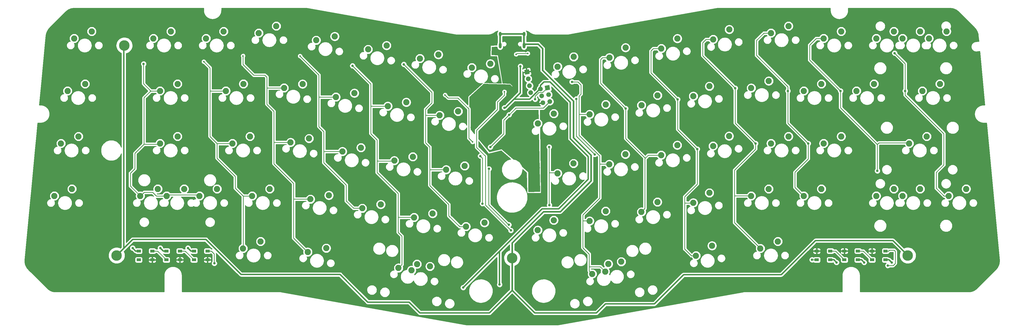
<source format=gbr>
G04 #@! TF.GenerationSoftware,KiCad,Pcbnew,(5.99.0-2612-g32a7d0025-dirty)*
G04 #@! TF.CreationDate,2020-08-15T16:38:39+02:00*
G04 #@! TF.ProjectId,BMEK_Solder,424d454b-5f53-46f6-9c64-65722e6b6963,1*
G04 #@! TF.SameCoordinates,Original*
G04 #@! TF.FileFunction,Copper,L1,Top*
G04 #@! TF.FilePolarity,Positive*
%FSLAX46Y46*%
G04 Gerber Fmt 4.6, Leading zero omitted, Abs format (unit mm)*
G04 Created by KiCad (PCBNEW (5.99.0-2612-g32a7d0025-dirty)) date 2020-08-15 16:38:39*
%MOMM*%
%LPD*%
G01*
G04 APERTURE LIST*
G04 #@! TA.AperFunction,ComponentPad*
%ADD10C,2.250000*%
G04 #@! TD*
G04 #@! TA.AperFunction,SMDPad,CuDef*
%ADD11R,1.500000X1.000000*%
G04 #@! TD*
G04 #@! TA.AperFunction,ComponentPad*
%ADD12C,3.800000*%
G04 #@! TD*
G04 #@! TA.AperFunction,ComponentPad*
%ADD13O,1.000000X1.600000*%
G04 #@! TD*
G04 #@! TA.AperFunction,ComponentPad*
%ADD14O,1.000000X2.100000*%
G04 #@! TD*
G04 #@! TA.AperFunction,ViaPad*
%ADD15C,0.900000*%
G04 #@! TD*
G04 #@! TA.AperFunction,ViaPad*
%ADD16C,0.600000*%
G04 #@! TD*
G04 #@! TA.AperFunction,Conductor*
%ADD17C,0.254000*%
G04 #@! TD*
G04 #@! TA.AperFunction,Conductor*
%ADD18C,0.508000*%
G04 #@! TD*
G04 #@! TA.AperFunction,Conductor*
%ADD19C,0.600000*%
G04 #@! TD*
G04 APERTURE END LIST*
D10*
X171556094Y-51883742D03*
X164861499Y-53282488D03*
X31849552Y-80010000D03*
X25499552Y-82550000D03*
X232058729Y-67456109D03*
X226246266Y-71060187D03*
X164426594Y-31282743D03*
X157731999Y-32681489D03*
X206167729Y-52677510D03*
X200355266Y-56281588D03*
X224908329Y-88060809D03*
X219095866Y-91664887D03*
X123836044Y-101501043D03*
X117141449Y-102899789D03*
X143559594Y-85634943D03*
X136864999Y-87033689D03*
X291053050Y-20919800D03*
X284703050Y-23459800D03*
X348203051Y-22860000D03*
X341853051Y-25400000D03*
X329153250Y-80010000D03*
X322803250Y-82550000D03*
X263392379Y-100618909D03*
X257579916Y-104222987D03*
X124798994Y-82326943D03*
X118104399Y-83725689D03*
X232103429Y-28760410D03*
X226290966Y-32364488D03*
X310103051Y-22860000D03*
X303753051Y-25400000D03*
X283909450Y-80009999D03*
X277559450Y-82549999D03*
X250864030Y-25452409D03*
X245051567Y-29056487D03*
X213298129Y-70764110D03*
X207485666Y-74368188D03*
X310103150Y-60960000D03*
X303753150Y-63500000D03*
X206147729Y-91368810D03*
X200335266Y-94972888D03*
X283909350Y-40849500D03*
X277559350Y-43389500D03*
X341059401Y-60960000D03*
X334709401Y-63500000D03*
X302959450Y-80010000D03*
X296609450Y-82550000D03*
X287217450Y-99060000D03*
X280867450Y-101600000D03*
X224928330Y-49369510D03*
X219115867Y-52973588D03*
X93871250Y-41910000D03*
X87521250Y-44450000D03*
X262449530Y-42753509D03*
X256637067Y-46357587D03*
X269624629Y-22144411D03*
X263812166Y-25748489D03*
X72439900Y-80010000D03*
X66089900Y-82550000D03*
X34230852Y-60960000D03*
X27880852Y-63500000D03*
D11*
X56010000Y-102540000D03*
X56010000Y-105740000D03*
X60910000Y-102540000D03*
X60910000Y-105740000D03*
D10*
X36612152Y-41910000D03*
X30262152Y-44450000D03*
X243668929Y-84752809D03*
X237856466Y-88356887D03*
X322009350Y-41910000D03*
X315659350Y-44450000D03*
X338678200Y-80010000D03*
X332328200Y-82550000D03*
X96252450Y-60960000D03*
X89902450Y-63500000D03*
X103396150Y-80010000D03*
X97046150Y-82550000D03*
D11*
X306162500Y-105740000D03*
X306162500Y-102540000D03*
X301262500Y-105740000D03*
X301262500Y-102540000D03*
D10*
X100088150Y-99060000D03*
X93738150Y-101600000D03*
X302959350Y-41910000D03*
X296609350Y-44450000D03*
X250819329Y-64148110D03*
X245006866Y-67752188D03*
D11*
X76010000Y-102540000D03*
X76010000Y-105740000D03*
X80910000Y-102540000D03*
X80910000Y-105740000D03*
X326162500Y-105740000D03*
X326162500Y-102540000D03*
X321262500Y-105740000D03*
X321262500Y-102540000D03*
D10*
X329153051Y-22860000D03*
X322803051Y-25400000D03*
X181080794Y-92250943D03*
X174386199Y-93649689D03*
X338678051Y-22860000D03*
X332328051Y-25400000D03*
X67677551Y-22860000D03*
X61327551Y-25400000D03*
X161357295Y-108117043D03*
X154662700Y-109515789D03*
X355346950Y-80010000D03*
X348996950Y-82550000D03*
X134034894Y-45267743D03*
X127340299Y-46666489D03*
X136391094Y-65027043D03*
X129696499Y-66425789D03*
X152795494Y-48575743D03*
X146100899Y-49974489D03*
X225871280Y-107234910D03*
X220058817Y-110838988D03*
X162320194Y-88942943D03*
X155625599Y-90341689D03*
X269579929Y-60840109D03*
X263767466Y-64444187D03*
X126905395Y-24666743D03*
X120210800Y-26065489D03*
D11*
X316162500Y-105740000D03*
X316162500Y-102540000D03*
X311262500Y-105740000D03*
X311262500Y-102540000D03*
D10*
X156667148Y-107290043D03*
X149972553Y-108688789D03*
X70058750Y-60960000D03*
X63708750Y-63500000D03*
X105777551Y-20919801D03*
X99427551Y-23459801D03*
X117630494Y-61719043D03*
X110935899Y-63117789D03*
X173912294Y-71643043D03*
X167217699Y-73041789D03*
X230561426Y-106407910D03*
X224748963Y-110011988D03*
X70058750Y-41910000D03*
X63708750Y-44450000D03*
X38993451Y-22860000D03*
X32643451Y-25400000D03*
X62915000Y-80010000D03*
X56565000Y-82550000D03*
X213342830Y-32068410D03*
X207530367Y-35672488D03*
X145665995Y-27974743D03*
X138971400Y-29373489D03*
X115274319Y-41959743D03*
X108579724Y-43358489D03*
X155151694Y-68335043D03*
X148457099Y-69733789D03*
X183187194Y-34590743D03*
X176492599Y-35989489D03*
D12*
X191060000Y-105090000D03*
X48020000Y-104140000D03*
X334200000Y-104140000D03*
X50800000Y-27940000D03*
D10*
X291053150Y-60959999D03*
X284703150Y-63499999D03*
X86727551Y-22860000D03*
X80377551Y-25400000D03*
X262429529Y-81444809D03*
X256617066Y-85048887D03*
X243688930Y-46061509D03*
X237876467Y-49665587D03*
D11*
X66010000Y-102540000D03*
X66010000Y-105740000D03*
X70910000Y-102540000D03*
X70910000Y-105740000D03*
D10*
X345821850Y-41910000D03*
X339471850Y-44450000D03*
X84346250Y-80010000D03*
X77996250Y-82550000D03*
G04 #@! TA.AperFunction,ComponentPad*
G36*
G01*
X198632720Y-44923722D02*
X198632720Y-44923722D01*
G75*
G02*
X197943234Y-45908410I-837087J-147601D01*
G01*
X197943234Y-45908410D01*
G75*
G02*
X196958546Y-45218924I-147601J837087D01*
G01*
X196958546Y-45218924D01*
G75*
G02*
X197648032Y-44234236I837087J147601D01*
G01*
X197648032Y-44234236D01*
G75*
G02*
X198632720Y-44923722I147601J-837087D01*
G01*
G37*
G04 #@! TD.AperFunction*
G04 #@! TA.AperFunction,ComponentPad*
G36*
G01*
X198191654Y-42422310D02*
X198191654Y-42422310D01*
G75*
G02*
X197502168Y-43406998I-837087J-147601D01*
G01*
X197502168Y-43406998D01*
G75*
G02*
X196517480Y-42717512I-147601J837087D01*
G01*
X196517480Y-42717512D01*
G75*
G02*
X197206966Y-41732824I837087J147601D01*
G01*
X197206966Y-41732824D01*
G75*
G02*
X198191654Y-42422310I147601J-837087D01*
G01*
G37*
G04 #@! TD.AperFunction*
G04 #@! TA.AperFunction,ComponentPad*
G36*
G01*
X197750587Y-39920899D02*
X197750587Y-39920899D01*
G75*
G02*
X197061101Y-40905587I-837087J-147601D01*
G01*
X197061101Y-40905587D01*
G75*
G02*
X196076413Y-40216101I-147601J837087D01*
G01*
X196076413Y-40216101D01*
G75*
G02*
X196765899Y-39231413I837087J147601D01*
G01*
X196765899Y-39231413D01*
G75*
G02*
X197750587Y-39920899I147601J-837087D01*
G01*
G37*
G04 #@! TD.AperFunction*
G04 #@! TA.AperFunction,ComponentPad*
G36*
X197161920Y-36582400D02*
G01*
X197457122Y-38256574D01*
X195782948Y-38551776D01*
X195487746Y-36877602D01*
X197161920Y-36582400D01*
G37*
G04 #@! TD.AperFunction*
D13*
X195388500Y-23790000D03*
X186748500Y-23790000D03*
D14*
X195388500Y-27970000D03*
X186748500Y-27970000D03*
G04 #@! TA.AperFunction,ComponentPad*
G36*
G01*
X203052808Y-48603289D02*
X203052808Y-48603289D01*
G75*
G02*
X202363322Y-49587977I-837087J-147601D01*
G01*
X202363322Y-49587977D01*
G75*
G02*
X201378634Y-48898491I-147601J837087D01*
G01*
X201378634Y-48898491D01*
G75*
G02*
X202068120Y-47913803I837087J147601D01*
G01*
X202068120Y-47913803D01*
G75*
G02*
X203052808Y-48603289I147601J-837087D01*
G01*
G37*
G04 #@! TD.AperFunction*
G04 #@! TA.AperFunction,ComponentPad*
G36*
G01*
X205554220Y-48162222D02*
X205554220Y-48162222D01*
G75*
G02*
X204864734Y-49146910I-837087J-147601D01*
G01*
X204864734Y-49146910D01*
G75*
G02*
X203880046Y-48457424I-147601J837087D01*
G01*
X203880046Y-48457424D01*
G75*
G02*
X204569532Y-47472736I837087J147601D01*
G01*
X204569532Y-47472736D01*
G75*
G02*
X205554220Y-48162222I147601J-837087D01*
G01*
G37*
G04 #@! TD.AperFunction*
G04 #@! TA.AperFunction,ComponentPad*
G36*
G01*
X202611742Y-46101877D02*
X202611742Y-46101877D01*
G75*
G02*
X201922256Y-47086565I-837087J-147601D01*
G01*
X201922256Y-47086565D01*
G75*
G02*
X200937568Y-46397079I-147601J837087D01*
G01*
X200937568Y-46397079D01*
G75*
G02*
X201627054Y-45412391I837087J147601D01*
G01*
X201627054Y-45412391D01*
G75*
G02*
X202611742Y-46101877I147601J-837087D01*
G01*
G37*
G04 #@! TD.AperFunction*
G04 #@! TA.AperFunction,ComponentPad*
G36*
G01*
X205113153Y-45660811D02*
X205113153Y-45660811D01*
G75*
G02*
X204423667Y-46645499I-837087J-147601D01*
G01*
X204423667Y-46645499D01*
G75*
G02*
X203438979Y-45956013I-147601J837087D01*
G01*
X203438979Y-45956013D01*
G75*
G02*
X204128465Y-44971325I837087J147601D01*
G01*
X204128465Y-44971325D01*
G75*
G02*
X205113153Y-45660811I147601J-837087D01*
G01*
G37*
G04 #@! TD.AperFunction*
G04 #@! TA.AperFunction,ComponentPad*
G36*
G01*
X202170675Y-43600465D02*
X202170675Y-43600465D01*
G75*
G02*
X201481189Y-44585153I-837087J-147601D01*
G01*
X201481189Y-44585153D01*
G75*
G02*
X200496501Y-43895667I-147601J837087D01*
G01*
X200496501Y-43895667D01*
G75*
G02*
X201185987Y-42910979I837087J147601D01*
G01*
X201185987Y-42910979D01*
G75*
G02*
X202170675Y-43600465I147601J-837087D01*
G01*
G37*
G04 #@! TD.AperFunction*
G04 #@! TA.AperFunction,ComponentPad*
G36*
X204524486Y-42322312D02*
G01*
X204819688Y-43996486D01*
X203145514Y-44291688D01*
X202850312Y-42617514D01*
X204524486Y-42322312D01*
G37*
G04 #@! TD.AperFunction*
D15*
X220980000Y-67487800D03*
D16*
X166814500Y-45923200D03*
X176771300Y-62966600D03*
D15*
X214299800Y-47345600D03*
X180340000Y-85344000D03*
X179578000Y-68072000D03*
X189890400Y-93014800D03*
X182702200Y-72720200D03*
X57772300Y-34645600D03*
D16*
X79552800Y-33832800D03*
X93726000Y-31750000D03*
X114363500Y-31813500D03*
D15*
X133337300Y-35318700D03*
X151892000Y-34798000D03*
X204470000Y-64770000D03*
X204571600Y-85877400D03*
X212725000Y-41148000D03*
X232156000Y-50800000D03*
X250952000Y-47498000D03*
X258064000Y-65532000D03*
X271780000Y-43434000D03*
X279146000Y-63500000D03*
X298196000Y-63500000D03*
X290830000Y-44450000D03*
X323189600Y-73456800D03*
X309880000Y-44450000D03*
X333248000Y-44450000D03*
X329438000Y-30734000D03*
X200723500Y-72326500D03*
X189484000Y-31800800D03*
X63144400Y-106476800D03*
X186842400Y-57251600D03*
X184429400Y-42494200D03*
X195656200Y-51841400D03*
X196011800Y-29972000D03*
X197815200Y-63957200D03*
X188569600Y-43637200D03*
X183083200Y-27203400D03*
X176466500Y-57658000D03*
X181864000Y-62331600D03*
X185267600Y-30022800D03*
X118795800Y-73279000D03*
X318363600Y-101549200D03*
X182854600Y-51282600D03*
X176212500Y-46990000D03*
X192786000Y-37033200D03*
X123647200Y-77571600D03*
X192786000Y-44069000D03*
X206959200Y-29032200D03*
D16*
X188290200Y-44754800D03*
D15*
X190627000Y-95072200D03*
X318414400Y-106680000D03*
X328371200Y-106680000D03*
X53797200Y-101447600D03*
X188277500Y-50546000D03*
X173380400Y-115798600D03*
X194056000Y-35509200D03*
X308406800Y-106680000D03*
X73812400Y-101447600D03*
X63804800Y-101447600D03*
X186537600Y-114681000D03*
D16*
X196748400Y-30861000D03*
X192506600Y-31165800D03*
D15*
X189992000Y-53086000D03*
X183197500Y-64833500D03*
X299567600Y-105714800D03*
X326974200Y-107797600D03*
X83362800Y-107010200D03*
X199390000Y-47472600D03*
D17*
X171462700Y-46990000D02*
X175387000Y-50914300D01*
X167881300Y-46990000D02*
X171462700Y-46990000D01*
X214299800Y-60807600D02*
X220980000Y-67487800D01*
X166814500Y-45923200D02*
X167881300Y-46990000D01*
X214299800Y-47345600D02*
X214299800Y-60807600D01*
X175387000Y-61582300D02*
X176771300Y-62966600D01*
X175387000Y-50914300D02*
X175387000Y-61582300D01*
X179578000Y-68072000D02*
X180340000Y-68834000D01*
X180340000Y-68834000D02*
X180340000Y-85344000D01*
X182651400Y-85826600D02*
X182651400Y-72771000D01*
X189839600Y-93014800D02*
X182651400Y-85826600D01*
X182651400Y-72771000D02*
X182702200Y-72720200D01*
X189890400Y-93014800D02*
X189839600Y-93014800D01*
X57962800Y-81241900D02*
X61048900Y-81241900D01*
X66370200Y-82169000D02*
X77615250Y-82169000D01*
X54610000Y-72669400D02*
X52997100Y-74282300D01*
X62357000Y-82550000D02*
X66089900Y-82550000D01*
X52997100Y-74282300D02*
X52997100Y-78982100D01*
X57912000Y-46901100D02*
X57912000Y-63754000D01*
X57708800Y-41808400D02*
X60350400Y-44450000D01*
X57912000Y-63754000D02*
X54610000Y-67056000D01*
X60363100Y-44450000D02*
X63708750Y-44450000D01*
X56654700Y-82550000D02*
X57962800Y-81241900D01*
X54610000Y-67056000D02*
X54610000Y-72669400D01*
X52997100Y-78982100D02*
X56565000Y-82550000D01*
X60363100Y-44450000D02*
X57912000Y-46901100D01*
X57912000Y-63754000D02*
X63454750Y-63754000D01*
X57708800Y-34709100D02*
X57708800Y-41808400D01*
X61048900Y-81241900D02*
X62357000Y-82550000D01*
X60350400Y-44450000D02*
X60363100Y-44450000D01*
X57772300Y-34645600D02*
X57708800Y-34709100D01*
X81788000Y-44450000D02*
X81788000Y-60960000D01*
X81788000Y-36068000D02*
X79552800Y-33832800D01*
X93789500Y-82550000D02*
X93789500Y-101548650D01*
X90932000Y-75438000D02*
X90932000Y-79692500D01*
X81788000Y-60960000D02*
X84328000Y-63500000D01*
X90932000Y-79692500D02*
X93789500Y-82550000D01*
X93789500Y-82550000D02*
X97046150Y-82550000D01*
X84328000Y-63500000D02*
X89902450Y-63500000D01*
X81788000Y-36068000D02*
X81788000Y-44450000D01*
X84328000Y-68834000D02*
X90932000Y-75438000D01*
X84328000Y-63500000D02*
X84328000Y-68834000D01*
X81788000Y-44450000D02*
X87521250Y-44450000D01*
X112044811Y-83725689D02*
X112014000Y-83756500D01*
X108579724Y-43358489D02*
X102388089Y-43358489D01*
X97612200Y-38735000D02*
X93726000Y-34848800D01*
X104902000Y-51816000D02*
X104902000Y-63157100D01*
X102362000Y-43332400D02*
X102362000Y-49276000D01*
X102388089Y-43358489D02*
X102362000Y-43332400D01*
X102362000Y-39471600D02*
X102362000Y-43332400D01*
X101625400Y-38735000D02*
X97612200Y-38735000D01*
X110935899Y-63117789D02*
X104941311Y-63117789D01*
X118104399Y-83725689D02*
X112044811Y-83725689D01*
X102362000Y-49276000D02*
X104902000Y-51816000D01*
X102362000Y-39471600D02*
X101625400Y-38735000D01*
X112014000Y-83756500D02*
X112014000Y-97840800D01*
X104902000Y-63157100D02*
X104902000Y-70866000D01*
X112014000Y-97840800D02*
X117072989Y-102899789D01*
X104902000Y-70866000D02*
X112014000Y-77978000D01*
X104941311Y-63117789D02*
X104902000Y-63157100D01*
X112014000Y-77978000D02*
X112014000Y-83756500D01*
X93726000Y-34848800D02*
X93726000Y-31750000D01*
X133731000Y-87033100D02*
X136864410Y-87033100D01*
X131064000Y-84366100D02*
X133731000Y-87033100D01*
X121158000Y-57404000D02*
X121158000Y-46621700D01*
X122936000Y-59182000D02*
X122936000Y-70459600D01*
X121158000Y-38608000D02*
X121158000Y-46621700D01*
X129696499Y-66425789D02*
X123032811Y-66425789D01*
X121202789Y-46666489D02*
X121158000Y-46621700D01*
X127340299Y-46666489D02*
X121202789Y-46666489D01*
X131064000Y-78587600D02*
X131064000Y-84366100D01*
X122936000Y-59182000D02*
X121158000Y-57404000D01*
X122936000Y-70459600D02*
X131064000Y-78587600D01*
X114300000Y-31750000D02*
X121158000Y-38608000D01*
X123032811Y-66425789D02*
X122936000Y-66522600D01*
X142240000Y-62230000D02*
X142240000Y-69926200D01*
X142240000Y-74015600D02*
X149860000Y-81635600D01*
X149860000Y-81635600D02*
X149860000Y-90258900D01*
X139966689Y-49974489D02*
X139954000Y-49961800D01*
X149860000Y-90258900D02*
X149860000Y-95758000D01*
X139954000Y-49961800D02*
X139954000Y-59944000D01*
X151218900Y-97116900D02*
X151218900Y-107442442D01*
X146100899Y-49974489D02*
X139966689Y-49974489D01*
X139954000Y-59944000D02*
X142240000Y-62230000D01*
X151218900Y-107442442D02*
X149972553Y-108688789D01*
X139954000Y-41910000D02*
X139954000Y-49961800D01*
X142240000Y-69926200D02*
X142240000Y-74015600D01*
X142240000Y-69926200D02*
X148264688Y-69926200D01*
X149860000Y-90258900D02*
X155542810Y-90258900D01*
X149860000Y-95758000D02*
X151218900Y-97116900D01*
X133337300Y-35318700D02*
X133362700Y-35318700D01*
X133362700Y-35318700D02*
X139954000Y-41910000D01*
X159766000Y-63246000D02*
X161290000Y-64770000D01*
X162052000Y-48768000D02*
X159766000Y-51054000D01*
X161290000Y-78740000D02*
X168148000Y-85598000D01*
X159766000Y-53365400D02*
X159766000Y-63246000D01*
X167217699Y-73041789D02*
X161336711Y-73041789D01*
X162052000Y-44958000D02*
X151892000Y-34798000D01*
X162052000Y-48768000D02*
X162052000Y-44958000D01*
X159848912Y-53282488D02*
X159766000Y-53365400D01*
X168148000Y-85598000D02*
X168148000Y-89750900D01*
X161290000Y-64770000D02*
X161290000Y-78740000D01*
X172097700Y-93700600D02*
X174335288Y-93700600D01*
X161336711Y-73041789D02*
X161290000Y-73088500D01*
X168148000Y-89750900D02*
X172097700Y-93700600D01*
X159766000Y-51054000D02*
X159766000Y-53365400D01*
X164861499Y-53282488D02*
X159848912Y-53282488D01*
X204470000Y-64770000D02*
X204470000Y-74142600D01*
X204470000Y-74142600D02*
X207260078Y-74142600D01*
X204470000Y-85775800D02*
X204470000Y-74142600D01*
X204571600Y-85877400D02*
X204470000Y-85775800D01*
X222758000Y-83312000D02*
X216662000Y-89408000D01*
X215290400Y-46329600D02*
X215290400Y-52997100D01*
X218948000Y-103632000D02*
X218948000Y-108204000D01*
X214833200Y-41148000D02*
X216001600Y-42316400D01*
X222758000Y-71018400D02*
X226204479Y-71018400D01*
X222940975Y-108204000D02*
X224748963Y-110011988D01*
X216662000Y-101346000D02*
X218948000Y-103632000D01*
X215290400Y-60579000D02*
X222758000Y-68046600D01*
X222758000Y-68046600D02*
X222758000Y-71018400D01*
X222758000Y-71018400D02*
X222758000Y-83312000D01*
X218948000Y-109728171D02*
X220058817Y-110838988D01*
X218948000Y-108204000D02*
X218948000Y-109728171D01*
X218948000Y-108204000D02*
X222940975Y-108204000D01*
X216662000Y-91528900D02*
X218959879Y-91528900D01*
X215290400Y-52997100D02*
X215290400Y-60579000D01*
X216001600Y-42316400D02*
X216001600Y-45618400D01*
X216001600Y-45618400D02*
X215290400Y-46329600D01*
X216662000Y-89408000D02*
X216662000Y-91528900D01*
X212725000Y-41148000D02*
X214833200Y-41148000D01*
X216662000Y-91528900D02*
X216662000Y-101346000D01*
X215290400Y-52997100D02*
X219092355Y-52997100D01*
X223050100Y-33083500D02*
X223769112Y-32364488D01*
X223769112Y-32364488D02*
X226290966Y-32364488D01*
X239115600Y-68986400D02*
X239115600Y-87097753D01*
X232156000Y-50800000D02*
X232156000Y-61722000D01*
X223050100Y-41694100D02*
X223050100Y-33083500D01*
X239115600Y-68986400D02*
X239268000Y-68834000D01*
X239115600Y-87097753D02*
X237856466Y-88356887D01*
X239268000Y-68821300D02*
X240337112Y-67752188D01*
X239268000Y-68834000D02*
X239268000Y-68821300D01*
X240337112Y-67752188D02*
X245006866Y-67752188D01*
X232156000Y-50800000D02*
X223050100Y-41694100D01*
X232156000Y-61722000D02*
X239268000Y-68834000D01*
X253492000Y-101854000D02*
X253530100Y-101854000D01*
X258064000Y-78232000D02*
X258064000Y-65532000D01*
X242152013Y-29056487D02*
X245051567Y-29056487D01*
X250952000Y-58420000D02*
X258064000Y-65532000D01*
X253492000Y-85115400D02*
X256550553Y-85115400D01*
X241300000Y-29908500D02*
X242152013Y-29056487D01*
X250952000Y-47498000D02*
X241300000Y-37846000D01*
X241300000Y-37846000D02*
X241300000Y-29908500D01*
X253530100Y-101854000D02*
X255899087Y-104222987D01*
X250952000Y-47498000D02*
X250952000Y-58420000D01*
X253492000Y-82804000D02*
X253492000Y-85115400D01*
X255899087Y-104222987D02*
X257579916Y-104222987D01*
X253492000Y-82804000D02*
X258064000Y-78232000D01*
X253492000Y-85115400D02*
X253492000Y-101854000D01*
X271526000Y-82499200D02*
X271526000Y-92240100D01*
X271780000Y-43434000D02*
X260019800Y-31673800D01*
X260019800Y-26936700D02*
X261208011Y-25748489D01*
X261208011Y-25748489D02*
X263812166Y-25748489D01*
X271780000Y-56134000D02*
X279146000Y-63500000D01*
X279146000Y-65532000D02*
X271526000Y-73152000D01*
X271526000Y-73152000D02*
X271526000Y-82499200D01*
X271526000Y-82499200D02*
X277508651Y-82499200D01*
X271526000Y-92240100D02*
X280867450Y-101581550D01*
X260019800Y-31673800D02*
X260019800Y-26936700D01*
X279146000Y-63500000D02*
X279146000Y-65532000D01*
X271780000Y-43434000D02*
X271780000Y-56134000D01*
X298196000Y-63500000D02*
X298196000Y-69088000D01*
X290830000Y-44450000D02*
X290830000Y-56134000D01*
X284703050Y-23459800D02*
X282140300Y-23459800D01*
X282140300Y-23459800D02*
X279450800Y-26149300D01*
X298196000Y-69088000D02*
X293370000Y-73914000D01*
X290830000Y-56134000D02*
X298196000Y-63500000D01*
X279450800Y-31546800D02*
X290830000Y-42926000D01*
X293370000Y-79425800D02*
X296494200Y-82550000D01*
X279450800Y-26149300D02*
X279450800Y-31546800D01*
X290830000Y-42926000D02*
X290830000Y-44450000D01*
X293370000Y-73914000D02*
X293370000Y-79425800D01*
X303753051Y-25400000D02*
X301066200Y-25400000D01*
X323786500Y-63258700D02*
X334468101Y-63258700D01*
X309880000Y-50546000D02*
X309880000Y-44450000D01*
X298691300Y-33261300D02*
X309880000Y-44450000D01*
X323189600Y-63855600D02*
X309880000Y-50546000D01*
X323189600Y-63855600D02*
X323786500Y-63258700D01*
X298691300Y-27774900D02*
X298691300Y-33261300D01*
X301066200Y-25400000D02*
X298691300Y-27774900D01*
X323189600Y-63855600D02*
X323189600Y-73456800D01*
X344474800Y-79705200D02*
X347319600Y-82550000D01*
X347218000Y-71272400D02*
X347218000Y-59944000D01*
X333248000Y-34544000D02*
X333248000Y-44450000D01*
X347218000Y-59944000D02*
X333248000Y-45974000D01*
X344474800Y-74015600D02*
X344474800Y-79705200D01*
X347319600Y-82550000D02*
X348996950Y-82550000D01*
X329438000Y-30734000D02*
X333248000Y-34544000D01*
X333248000Y-45974000D02*
X333248000Y-44450000D01*
X344474800Y-74015600D02*
X347218000Y-71272400D01*
X118795800Y-74853800D02*
X118795800Y-73279000D01*
X121513600Y-77571600D02*
X118795800Y-74853800D01*
X123647200Y-77571600D02*
X121513600Y-77571600D01*
D18*
X242519200Y-121716800D02*
X253111000Y-111125000D01*
X128828800Y-111048800D02*
X138861800Y-121081800D01*
X138861800Y-121081800D02*
X153797000Y-121081800D01*
X50596800Y-101574600D02*
X48370465Y-103800935D01*
X191084648Y-116815048D02*
X199263000Y-124993400D01*
X300786800Y-98755200D02*
X328853800Y-98755200D01*
X48023150Y-104139999D02*
X53814349Y-98348800D01*
X93014800Y-111048800D02*
X128828800Y-111048800D01*
D19*
X196011800Y-27482800D02*
X195402200Y-28092400D01*
X213258400Y-48107600D02*
X202082400Y-36931600D01*
D18*
X80314800Y-98348800D02*
X93014800Y-111048800D01*
D19*
X219608400Y-77114400D02*
X219608400Y-67741800D01*
D18*
X153797000Y-121081800D02*
X157683200Y-124968000D01*
X191058352Y-116815048D02*
X191084648Y-116815048D01*
X253111000Y-111125000D02*
X288417000Y-111125000D01*
X182905400Y-124968000D02*
X187452000Y-120421400D01*
X53814349Y-98348800D02*
X80314800Y-98348800D01*
D19*
X219608400Y-67741800D02*
X213258400Y-61391800D01*
X208483200Y-88239600D02*
X219608400Y-77114400D01*
X202082400Y-29108400D02*
X200456800Y-27482800D01*
D18*
X221589600Y-124993400D02*
X224866200Y-121716800D01*
X224866200Y-121716800D02*
X242519200Y-121716800D01*
X328853800Y-98755200D02*
X334200000Y-104101400D01*
D19*
X191058352Y-116815048D02*
X191058352Y-99619248D01*
X200456800Y-27482800D02*
X196011800Y-27482800D01*
D18*
X50596800Y-28299066D02*
X50596800Y-101574600D01*
D19*
X202438000Y-88239600D02*
X208483200Y-88239600D01*
X191058352Y-99619248D02*
X202438000Y-88239600D01*
X202082400Y-36931600D02*
X202082400Y-29108400D01*
D18*
X157683200Y-124968000D02*
X182905400Y-124968000D01*
D19*
X187452000Y-120421400D02*
X191058352Y-116815048D01*
D18*
X288417000Y-111125000D02*
X300786800Y-98755200D01*
D19*
X195353400Y-28043600D02*
X195353400Y-23749000D01*
X186713400Y-23749000D02*
X186713400Y-27967400D01*
X195353400Y-23749000D02*
X186713400Y-23749000D01*
X213258400Y-61391800D02*
X213258400Y-48107600D01*
D18*
X199263000Y-124993400D02*
X221589600Y-124993400D01*
D17*
X178231800Y-64947800D02*
X178231800Y-58699400D01*
X190627000Y-95072200D02*
X190627000Y-95046800D01*
X185775600Y-48488600D02*
X188290200Y-45974000D01*
X188290200Y-45974000D02*
X188290200Y-44754800D01*
X178231800Y-58699400D02*
X185775600Y-51155600D01*
X181432200Y-68148200D02*
X178231800Y-64947800D01*
X181432200Y-85852000D02*
X181432200Y-68148200D01*
X190627000Y-95046800D02*
X181432200Y-85852000D01*
X185775600Y-51155600D02*
X185775600Y-48488600D01*
D18*
X201955400Y-87223600D02*
X207924400Y-87223600D01*
X204774800Y-41224200D02*
X202565000Y-41224200D01*
X186499500Y-102679500D02*
X186499500Y-114642900D01*
X212090000Y-48539400D02*
X204774800Y-41224200D01*
X186499500Y-114642900D02*
X186537600Y-114681000D01*
X212090000Y-61772800D02*
X212090000Y-48539400D01*
X188620400Y-50546000D02*
X188277500Y-50546000D01*
X64897200Y-102540000D02*
X66010000Y-102540000D01*
X194030600Y-45135800D02*
X191719200Y-47447200D01*
X54889600Y-102540000D02*
X56010000Y-102540000D01*
X308406800Y-106680000D02*
X307466800Y-105740000D01*
X173380400Y-115798600D02*
X186499500Y-102679500D01*
X201133334Y-43748066D02*
X197434200Y-47447200D01*
X73812400Y-101447600D02*
X74904800Y-102540000D01*
X197434200Y-47447200D02*
X191719200Y-47447200D01*
X328371200Y-106680000D02*
X327431200Y-105740000D01*
X327431200Y-105740000D02*
X326162500Y-105740000D01*
X218617800Y-76530200D02*
X218617800Y-68300600D01*
X318414400Y-106680000D02*
X317474400Y-105740000D01*
X194030600Y-35534600D02*
X194030600Y-45135800D01*
X201333588Y-42455612D02*
X201333588Y-43748066D01*
X186499500Y-102679500D02*
X201955400Y-87223600D01*
X207924400Y-87223600D02*
X218617800Y-76530200D01*
X74904800Y-102540000D02*
X76010000Y-102540000D01*
X307466800Y-105740000D02*
X306162500Y-105740000D01*
X191719200Y-47447200D02*
X188620400Y-50546000D01*
X202565000Y-41224200D02*
X201333588Y-42455612D01*
X317474400Y-105740000D02*
X316162500Y-105740000D01*
X194056000Y-35509200D02*
X194030600Y-35534600D01*
X63804800Y-101447600D02*
X64897200Y-102540000D01*
X218617800Y-68300600D02*
X212090000Y-61772800D01*
X53797200Y-101447600D02*
X54889600Y-102540000D01*
D17*
X196723000Y-30835600D02*
X196748400Y-30861000D01*
X192506600Y-31165800D02*
X192836800Y-30835600D01*
X192836800Y-30835600D02*
X196723000Y-30835600D01*
X190055500Y-53086000D02*
X192468500Y-50673000D01*
X188010800Y-55067200D02*
X188010800Y-60020200D01*
X189992000Y-53086000D02*
X190055500Y-53086000D01*
X189992000Y-53086000D02*
X188010800Y-55067200D01*
X202374500Y-50673000D02*
X204724000Y-48323500D01*
X192468500Y-50673000D02*
X202374500Y-50673000D01*
X188010800Y-60020200D02*
X183197500Y-64833500D01*
X306162500Y-102540000D02*
X308062500Y-102540000D01*
X308062500Y-102540000D02*
X311262500Y-105740000D01*
X299567600Y-105714800D02*
X301237300Y-105714800D01*
X316162500Y-102540000D02*
X318062500Y-102540000D01*
X318062500Y-102540000D02*
X321262500Y-105740000D01*
X329641200Y-107035600D02*
X329641200Y-102616000D01*
X328879200Y-107797600D02*
X329641200Y-107035600D01*
X326974200Y-107797600D02*
X328879200Y-107797600D01*
X329234800Y-102209600D02*
X327533000Y-102209600D01*
X83286600Y-106934000D02*
X83286600Y-103555800D01*
X327202600Y-102540000D02*
X326162500Y-102540000D01*
X83362800Y-107010200D02*
X83286600Y-106934000D01*
X82270800Y-102540000D02*
X80910000Y-102540000D01*
X83286600Y-103555800D02*
X82270800Y-102540000D01*
X329641200Y-102616000D02*
X329234800Y-102209600D01*
X327533000Y-102209600D02*
X327202600Y-102540000D01*
X70910000Y-102540000D02*
X72810000Y-102540000D01*
X72810000Y-102540000D02*
X76010000Y-105740000D01*
X62810000Y-102540000D02*
X66010000Y-105740000D01*
X60910000Y-102540000D02*
X62810000Y-102540000D01*
X199390000Y-47472600D02*
X199390000Y-46380400D01*
X199390000Y-46380400D02*
X200748900Y-45021500D01*
X202120500Y-45021500D02*
X203835000Y-43307000D01*
X200748900Y-45021500D02*
X202120500Y-45021500D01*
X79448853Y-15172557D02*
X79448414Y-15179633D01*
X79448801Y-15211231D01*
X79448325Y-15289336D01*
X79449901Y-15300838D01*
X79450193Y-15324658D01*
X79450869Y-15332742D01*
X79450781Y-15339675D01*
X79452736Y-15371491D01*
X79453957Y-15404603D01*
X79454828Y-15412634D01*
X79454908Y-15419537D01*
X79457641Y-15451255D01*
X79459679Y-15484390D01*
X79460742Y-15492371D01*
X79460994Y-15499285D01*
X79464507Y-15530956D01*
X79467352Y-15563983D01*
X79468613Y-15571952D01*
X79469033Y-15578845D01*
X79473319Y-15610400D01*
X79476978Y-15643382D01*
X79478432Y-15651301D01*
X79479022Y-15658188D01*
X79484083Y-15689650D01*
X79488547Y-15722517D01*
X79490196Y-15730404D01*
X79490957Y-15737294D01*
X79496792Y-15768642D01*
X79498890Y-15781680D01*
X79498769Y-15801446D01*
X79501206Y-15819234D01*
X79515561Y-15869460D01*
X79517500Y-15879877D01*
X79519545Y-15887719D01*
X79520649Y-15894600D01*
X79528006Y-15925577D01*
X79534873Y-15958013D01*
X79537110Y-15965800D01*
X79538376Y-15972622D01*
X79546486Y-16003389D01*
X79554156Y-16035683D01*
X79556578Y-16043392D01*
X79558004Y-16050146D01*
X79566877Y-16080743D01*
X79575332Y-16112819D01*
X79577932Y-16120440D01*
X79579520Y-16127144D01*
X79589138Y-16157508D01*
X79598382Y-16189384D01*
X79601165Y-16196929D01*
X79602921Y-16203607D01*
X79613272Y-16233702D01*
X79623298Y-16265353D01*
X79626272Y-16272845D01*
X79628184Y-16279457D01*
X79639285Y-16309333D01*
X79650078Y-16340711D01*
X79653228Y-16348113D01*
X79655309Y-16354697D01*
X79667127Y-16384262D01*
X79678692Y-16415386D01*
X79682033Y-16422732D01*
X79683640Y-16427413D01*
X79695481Y-16468841D01*
X79702811Y-16485228D01*
X79717640Y-16508731D01*
X79728402Y-16532225D01*
X79741463Y-16562695D01*
X79745178Y-16569900D01*
X79747752Y-16576345D01*
X79761710Y-16604941D01*
X79775531Y-16635110D01*
X79779414Y-16642207D01*
X79782132Y-16648557D01*
X79796786Y-16676800D01*
X79811353Y-16706639D01*
X79815398Y-16713619D01*
X79818265Y-16719889D01*
X79833604Y-16747758D01*
X79848907Y-16777248D01*
X79853117Y-16784118D01*
X79856148Y-16790335D01*
X79872188Y-16817856D01*
X79888176Y-16846903D01*
X79892562Y-16853683D01*
X79895737Y-16859809D01*
X79912455Y-16886943D01*
X79929156Y-16915598D01*
X79933700Y-16922256D01*
X79937033Y-16928319D01*
X79954408Y-16955030D01*
X79971804Y-16983262D01*
X79976523Y-16989827D01*
X79980022Y-16995838D01*
X79994951Y-17017598D01*
X80032623Y-17077304D01*
X80044257Y-17090975D01*
X80046883Y-17093295D01*
X80062071Y-17115434D01*
X80067114Y-17121767D01*
X80070889Y-17127577D01*
X80090192Y-17152948D01*
X80109602Y-17179803D01*
X80114784Y-17185993D01*
X80118693Y-17191698D01*
X80138607Y-17216580D01*
X80158678Y-17242961D01*
X80164012Y-17249024D01*
X80168053Y-17254622D01*
X80188569Y-17279007D01*
X80209286Y-17304891D01*
X80214759Y-17310812D01*
X80218946Y-17316322D01*
X80240038Y-17340175D01*
X80261393Y-17365555D01*
X80267019Y-17371350D01*
X80271334Y-17376748D01*
X80293010Y-17400082D01*
X80314987Y-17424938D01*
X80320758Y-17430597D01*
X80325218Y-17435904D01*
X80347461Y-17458700D01*
X80351417Y-17462958D01*
X80359069Y-17475086D01*
X80370705Y-17488759D01*
X80414735Y-17527646D01*
X80426507Y-17539710D01*
X80432613Y-17545136D01*
X80437327Y-17550215D01*
X80460638Y-17571867D01*
X80484416Y-17595064D01*
X80490577Y-17600273D01*
X80495390Y-17605211D01*
X80519256Y-17626314D01*
X80543573Y-17648900D01*
X80549837Y-17653938D01*
X80554784Y-17658769D01*
X80579153Y-17679275D01*
X80604012Y-17701254D01*
X80610402Y-17706141D01*
X80615464Y-17710849D01*
X80640302Y-17730728D01*
X80665713Y-17752110D01*
X80672236Y-17756849D01*
X80677406Y-17761426D01*
X80702791Y-17780743D01*
X80728650Y-17801439D01*
X80735294Y-17806022D01*
X80740589Y-17810482D01*
X80766360Y-17829110D01*
X80792793Y-17849222D01*
X80799559Y-17853648D01*
X80804983Y-17857994D01*
X80831215Y-17875990D01*
X80858107Y-17895428D01*
X80862202Y-17897966D01*
X80891026Y-17923422D01*
X80906033Y-17933280D01*
X80936008Y-17947353D01*
X80937201Y-17948216D01*
X80964292Y-17964907D01*
X80992122Y-17983010D01*
X80999188Y-17986922D01*
X81004900Y-17990845D01*
X81032421Y-18006884D01*
X81060662Y-18024284D01*
X81067808Y-18028014D01*
X81073607Y-18031791D01*
X81101477Y-18047131D01*
X81130167Y-18063850D01*
X81137406Y-18067406D01*
X81143288Y-18071034D01*
X81171578Y-18085713D01*
X81200620Y-18101697D01*
X81207941Y-18105072D01*
X81213894Y-18108546D01*
X81242538Y-18122529D01*
X81271979Y-18137803D01*
X81279362Y-18140989D01*
X81285435Y-18144336D01*
X81314358Y-18157585D01*
X81344187Y-18172144D01*
X81351699Y-18175170D01*
X81357833Y-18178358D01*
X81387105Y-18190908D01*
X81417270Y-18204724D01*
X81424845Y-18207562D01*
X81431098Y-18210618D01*
X81450008Y-18218180D01*
X81508004Y-18245409D01*
X81525559Y-18250718D01*
X81534822Y-18252102D01*
X81534934Y-18252144D01*
X81565759Y-18264471D01*
X81573470Y-18266935D01*
X81579833Y-18269667D01*
X81609930Y-18280020D01*
X81641036Y-18291582D01*
X81648792Y-18293853D01*
X81655211Y-18296424D01*
X81685596Y-18306051D01*
X81716939Y-18316833D01*
X81724737Y-18318909D01*
X81731204Y-18321317D01*
X81761772Y-18330182D01*
X81793423Y-18340208D01*
X81801257Y-18342089D01*
X81807795Y-18344343D01*
X81838609Y-18352465D01*
X81870446Y-18361698D01*
X81878354Y-18363394D01*
X81884939Y-18365484D01*
X81915871Y-18372830D01*
X81947998Y-18381298D01*
X81955944Y-18382798D01*
X81962604Y-18384733D01*
X81992507Y-18391064D01*
X82000435Y-18394786D01*
X82017990Y-18400094D01*
X82076406Y-18408825D01*
X82104498Y-18414772D01*
X82112519Y-18415882D01*
X82119278Y-18417491D01*
X82150707Y-18422547D01*
X82183313Y-18428618D01*
X82191363Y-18429532D01*
X82198130Y-18430969D01*
X82229701Y-18435256D01*
X82262441Y-18440524D01*
X82270481Y-18441237D01*
X82277272Y-18442506D01*
X82308920Y-18446016D01*
X82341796Y-18450480D01*
X82349836Y-18450994D01*
X82356658Y-18452096D01*
X82388401Y-18454830D01*
X82421366Y-18458485D01*
X82429416Y-18458802D01*
X82436270Y-18459737D01*
X82468091Y-18461693D01*
X82501103Y-18464536D01*
X82509171Y-18464655D01*
X82516045Y-18465421D01*
X82547869Y-18466595D01*
X82580981Y-18468629D01*
X82589060Y-18468550D01*
X82595958Y-18469148D01*
X82627770Y-18469539D01*
X82660953Y-18470761D01*
X82669035Y-18470483D01*
X82675991Y-18470914D01*
X82707840Y-18470522D01*
X82740981Y-18470930D01*
X82748694Y-18470475D01*
X82748778Y-18470475D01*
X82749091Y-18470453D01*
X82756015Y-18470712D01*
X82787876Y-18469539D01*
X82821011Y-18469131D01*
X82829055Y-18468459D01*
X82835990Y-18468548D01*
X82867795Y-18466593D01*
X82900920Y-18465373D01*
X82908941Y-18464503D01*
X82915866Y-18464422D01*
X82947562Y-18461692D01*
X82980701Y-18459656D01*
X82988698Y-18458589D01*
X82995595Y-18458339D01*
X83027228Y-18454831D01*
X83060305Y-18451982D01*
X83068255Y-18450723D01*
X83075166Y-18450302D01*
X83106753Y-18446012D01*
X83139685Y-18442361D01*
X83147629Y-18440902D01*
X83154512Y-18440313D01*
X83185913Y-18435261D01*
X83218828Y-18430790D01*
X83226730Y-18429138D01*
X83233631Y-18428376D01*
X83264920Y-18422550D01*
X83297674Y-18417280D01*
X83305578Y-18415424D01*
X83312445Y-18414496D01*
X83330030Y-18410773D01*
X83390700Y-18402085D01*
X83407933Y-18397045D01*
X83418998Y-18392014D01*
X83421899Y-18391325D01*
X83454337Y-18384458D01*
X83462111Y-18382224D01*
X83468932Y-18380958D01*
X83499712Y-18372845D01*
X83531999Y-18365177D01*
X83539704Y-18362757D01*
X83546471Y-18361328D01*
X83577062Y-18352457D01*
X83609133Y-18344003D01*
X83616775Y-18341396D01*
X83623484Y-18339807D01*
X83653838Y-18330191D01*
X83685712Y-18320948D01*
X83693277Y-18318158D01*
X83699961Y-18316401D01*
X83730081Y-18306039D01*
X83761696Y-18296024D01*
X83769204Y-18293043D01*
X83775853Y-18291119D01*
X83805683Y-18280030D01*
X83837063Y-18269236D01*
X83844499Y-18266070D01*
X83851117Y-18263977D01*
X83877157Y-18253563D01*
X83883135Y-18252707D01*
X83900364Y-18247669D01*
X83962200Y-18219554D01*
X83985777Y-18210125D01*
X83993079Y-18206584D01*
X83999575Y-18204173D01*
X84028546Y-18190903D01*
X84059024Y-18177838D01*
X84066198Y-18174139D01*
X84072637Y-18171568D01*
X84101253Y-18157601D01*
X84131412Y-18143787D01*
X84138496Y-18139911D01*
X84144842Y-18137195D01*
X84173121Y-18122523D01*
X84202936Y-18107972D01*
X84209905Y-18103934D01*
X84216187Y-18101061D01*
X84244054Y-18085723D01*
X84273531Y-18070430D01*
X84280409Y-18066216D01*
X84286635Y-18063182D01*
X84314155Y-18047143D01*
X84343201Y-18031158D01*
X84349994Y-18026763D01*
X84356147Y-18023575D01*
X84383221Y-18006892D01*
X84411901Y-17990177D01*
X84418589Y-17985613D01*
X84424683Y-17982264D01*
X84451400Y-17964881D01*
X84476083Y-17949672D01*
X84502998Y-17937434D01*
X84518123Y-17927761D01*
X84549654Y-17900592D01*
X84552687Y-17898297D01*
X84558612Y-17894649D01*
X84584416Y-17875997D01*
X84611757Y-17857239D01*
X84618088Y-17852199D01*
X84623916Y-17848411D01*
X84649253Y-17829132D01*
X84676132Y-17809703D01*
X84682322Y-17804520D01*
X84688038Y-17800603D01*
X84712902Y-17780700D01*
X84739295Y-17760619D01*
X84745353Y-17755289D01*
X84750956Y-17751243D01*
X84775325Y-17730737D01*
X84801221Y-17710009D01*
X84807146Y-17704533D01*
X84812650Y-17700350D01*
X84836478Y-17679279D01*
X84861883Y-17657900D01*
X84867678Y-17652274D01*
X84873065Y-17647967D01*
X84896400Y-17626290D01*
X84921261Y-17604304D01*
X84926902Y-17598551D01*
X84932210Y-17594089D01*
X84955007Y-17571845D01*
X84979303Y-17549275D01*
X84984827Y-17543358D01*
X84989987Y-17538801D01*
X84998205Y-17530381D01*
X85039725Y-17494605D01*
X85051527Y-17481076D01*
X85061115Y-17466284D01*
X85068144Y-17458718D01*
X85091294Y-17434996D01*
X85096524Y-17428813D01*
X85101497Y-17423966D01*
X85122590Y-17400113D01*
X85145163Y-17375818D01*
X85150230Y-17369521D01*
X85155074Y-17364563D01*
X85175598Y-17340173D01*
X85197546Y-17315354D01*
X85202452Y-17308941D01*
X85207169Y-17303868D01*
X85227057Y-17279019D01*
X85248423Y-17253629D01*
X85253172Y-17247094D01*
X85257761Y-17241910D01*
X85277031Y-17216582D01*
X85297762Y-17190682D01*
X85302347Y-17184035D01*
X85306819Y-17178725D01*
X85325466Y-17152928D01*
X85345554Y-17126526D01*
X85349983Y-17119754D01*
X85354324Y-17114337D01*
X85366849Y-17096080D01*
X85378006Y-17083290D01*
X85418769Y-17020400D01*
X85436370Y-16994746D01*
X85440482Y-16987732D01*
X85444549Y-16982111D01*
X85461262Y-16954983D01*
X85479337Y-16927197D01*
X85483252Y-16920126D01*
X85487177Y-16914412D01*
X85503215Y-16886890D01*
X85520609Y-16858658D01*
X85524346Y-16851498D01*
X85528120Y-16845703D01*
X85543472Y-16817806D01*
X85560176Y-16789143D01*
X85563730Y-16781906D01*
X85567356Y-16776028D01*
X85582017Y-16747767D01*
X85598020Y-16718689D01*
X85601394Y-16711371D01*
X85604878Y-16705400D01*
X85618850Y-16676772D01*
X85634118Y-16647340D01*
X85637318Y-16639927D01*
X85640656Y-16633870D01*
X85653919Y-16604911D01*
X85668466Y-16575104D01*
X85671484Y-16567610D01*
X85674676Y-16561466D01*
X85687215Y-16532213D01*
X85695942Y-16513158D01*
X85709467Y-16492293D01*
X85716998Y-16475995D01*
X85730116Y-16432129D01*
X85731817Y-16428162D01*
X85734468Y-16420517D01*
X85737362Y-16414206D01*
X85748461Y-16384348D01*
X85760776Y-16353553D01*
X85763238Y-16345848D01*
X85765966Y-16339494D01*
X85776323Y-16309391D01*
X85787886Y-16278285D01*
X85790155Y-16270534D01*
X85792719Y-16264133D01*
X85802334Y-16233787D01*
X85813134Y-16202392D01*
X85815205Y-16194615D01*
X85817620Y-16188127D01*
X85826497Y-16157519D01*
X85836508Y-16125925D01*
X85838393Y-16118076D01*
X85840646Y-16111539D01*
X85848762Y-16080756D01*
X85858004Y-16048885D01*
X85859696Y-16040994D01*
X85861793Y-16034386D01*
X85869155Y-16003391D01*
X85877604Y-15971340D01*
X85879108Y-15963375D01*
X85881041Y-15956722D01*
X85887638Y-15925562D01*
X85895300Y-15893302D01*
X85896610Y-15885289D01*
X85898383Y-15878577D01*
X85899379Y-15873231D01*
X85913220Y-15826949D01*
X85915874Y-15809195D01*
X85916014Y-15786268D01*
X85918863Y-15768562D01*
X85924928Y-15735989D01*
X85925839Y-15727963D01*
X85927275Y-15721197D01*
X85931564Y-15689613D01*
X85936831Y-15656878D01*
X85937543Y-15648848D01*
X85938811Y-15642058D01*
X85942322Y-15610415D01*
X85946788Y-15577528D01*
X85947302Y-15569489D01*
X85948405Y-15562657D01*
X85951135Y-15530961D01*
X85954795Y-15497964D01*
X85955113Y-15489895D01*
X85956044Y-15483068D01*
X85957999Y-15451279D01*
X85960847Y-15418216D01*
X85960967Y-15410156D01*
X85961734Y-15403276D01*
X85962907Y-15371448D01*
X85964942Y-15338354D01*
X85964864Y-15330252D01*
X85965464Y-15323334D01*
X85965739Y-15300962D01*
X85966319Y-15297081D01*
X85966452Y-15275290D01*
X85967077Y-15258366D01*
X85966790Y-15250016D01*
X85966790Y-15220015D01*
X85966846Y-15210774D01*
X85967245Y-15178308D01*
X85967064Y-15175227D01*
X85967317Y-15133617D01*
X85966790Y-15129769D01*
X85966790Y-14445480D01*
X116774213Y-14445480D01*
X170834068Y-24068016D01*
X170847991Y-24072227D01*
X170908682Y-24081298D01*
X170954950Y-24089533D01*
X170963862Y-24090473D01*
X170971904Y-24090746D01*
X170976795Y-24091477D01*
X170986116Y-24092169D01*
X171013824Y-24092169D01*
X171085930Y-24094615D01*
X171103781Y-24092673D01*
X171105753Y-24092168D01*
X182229029Y-24092204D01*
X182234845Y-24092576D01*
X182271133Y-24092204D01*
X182308919Y-24092204D01*
X182311369Y-24092030D01*
X182319564Y-24092386D01*
X182352701Y-24091368D01*
X182387138Y-24091015D01*
X182396071Y-24090287D01*
X182396139Y-24090277D01*
X182404242Y-24090463D01*
X182437385Y-24088764D01*
X182471767Y-24087708D01*
X182480682Y-24086797D01*
X182480750Y-24086785D01*
X182488843Y-24086805D01*
X182521884Y-24084432D01*
X182556302Y-24082667D01*
X182565200Y-24081573D01*
X182565255Y-24081562D01*
X182573346Y-24081416D01*
X182606347Y-24078365D01*
X182640703Y-24075898D01*
X182649571Y-24074624D01*
X182649638Y-24074610D01*
X182657720Y-24074298D01*
X182690623Y-24070574D01*
X182724951Y-24067402D01*
X182733793Y-24065945D01*
X182733859Y-24065929D01*
X182741929Y-24065453D01*
X182774775Y-24061054D01*
X182809018Y-24057180D01*
X182817836Y-24055541D01*
X182817893Y-24055526D01*
X182825975Y-24054883D01*
X182858719Y-24049812D01*
X182892867Y-24045239D01*
X182901646Y-24043420D01*
X182901722Y-24043398D01*
X182909814Y-24042587D01*
X182937652Y-24037690D01*
X183009794Y-24027359D01*
X183027023Y-24022321D01*
X183028287Y-24021747D01*
X183059811Y-24016201D01*
X183068503Y-24014026D01*
X183068581Y-24014001D01*
X183076598Y-24012863D01*
X183108949Y-24005795D01*
X183142780Y-23999126D01*
X183151431Y-23996772D01*
X183151486Y-23996753D01*
X183159466Y-23995453D01*
X183191677Y-23987721D01*
X183225351Y-23980364D01*
X183233953Y-23977832D01*
X183234002Y-23977814D01*
X183241961Y-23976349D01*
X183274012Y-23967958D01*
X183307516Y-23959916D01*
X183316059Y-23957211D01*
X183316118Y-23957188D01*
X183324043Y-23955562D01*
X183355926Y-23946513D01*
X183389249Y-23937789D01*
X183397733Y-23934910D01*
X183397803Y-23934881D01*
X183405688Y-23933094D01*
X183437371Y-23923397D01*
X183470527Y-23913987D01*
X183478958Y-23910931D01*
X183479011Y-23910908D01*
X183486881Y-23908953D01*
X183518331Y-23898618D01*
X183542460Y-23891232D01*
X183565520Y-23887930D01*
X183582752Y-23882891D01*
X183625933Y-23863257D01*
X183631565Y-23861406D01*
X183639864Y-23858008D01*
X183639936Y-23857972D01*
X183647729Y-23855695D01*
X183678749Y-23844072D01*
X183711265Y-23832644D01*
X183719497Y-23829074D01*
X183719548Y-23829047D01*
X183727287Y-23826612D01*
X183758085Y-23814347D01*
X183790323Y-23802269D01*
X183798469Y-23798537D01*
X183798532Y-23798502D01*
X183806207Y-23795915D01*
X183836731Y-23783028D01*
X183868746Y-23770278D01*
X183876818Y-23766378D01*
X183876868Y-23766349D01*
X183884472Y-23763610D01*
X183914749Y-23750091D01*
X183946477Y-23736697D01*
X183954467Y-23732633D01*
X183954514Y-23732605D01*
X183962059Y-23729711D01*
X183992033Y-23715584D01*
X184023501Y-23701534D01*
X184031409Y-23697305D01*
X184031455Y-23697276D01*
X184038955Y-23694221D01*
X184068640Y-23679481D01*
X184099795Y-23664798D01*
X184107608Y-23660413D01*
X184107669Y-23660373D01*
X184115107Y-23657165D01*
X184144457Y-23641833D01*
X184175346Y-23626495D01*
X184183076Y-23621945D01*
X184183134Y-23621905D01*
X184190539Y-23618530D01*
X184203911Y-23611192D01*
X184257102Y-23587007D01*
X184272227Y-23577335D01*
X184282891Y-23568146D01*
X184293879Y-23561820D01*
X184324057Y-23545259D01*
X184331586Y-23540401D01*
X184331650Y-23540353D01*
X184338883Y-23536691D01*
X184367263Y-23519568D01*
X184397113Y-23502382D01*
X184404543Y-23497369D01*
X184404594Y-23497329D01*
X184411724Y-23493534D01*
X184439745Y-23475836D01*
X184469253Y-23458031D01*
X184476577Y-23452869D01*
X184476623Y-23452831D01*
X184483677Y-23448889D01*
X184511300Y-23430639D01*
X184540452Y-23412227D01*
X184547674Y-23406911D01*
X184547723Y-23406870D01*
X184554691Y-23402785D01*
X184581945Y-23383967D01*
X184610714Y-23364960D01*
X184617827Y-23359496D01*
X184617864Y-23359463D01*
X184624757Y-23355231D01*
X184651620Y-23335860D01*
X184679988Y-23316272D01*
X184686984Y-23310668D01*
X184687039Y-23310617D01*
X184693854Y-23306238D01*
X184720320Y-23286315D01*
X184727898Y-23280850D01*
X184738349Y-23276098D01*
X184753474Y-23266425D01*
X184773930Y-23248798D01*
X184784124Y-23244164D01*
X184799250Y-23234491D01*
X184836926Y-23202027D01*
X184843628Y-23197351D01*
X184850598Y-23191711D01*
X184855789Y-23186862D01*
X184880801Y-23168033D01*
X184928459Y-23133666D01*
X184976749Y-23100326D01*
X185025805Y-23067922D01*
X185075351Y-23036631D01*
X185125624Y-23006305D01*
X185176444Y-22977050D01*
X185227863Y-22948834D01*
X185279818Y-22921692D01*
X185332367Y-22895594D01*
X185385430Y-22870583D01*
X185439009Y-22846656D01*
X185493104Y-22823814D01*
X185547633Y-22802096D01*
X185602720Y-22781451D01*
X185605383Y-22780515D01*
X185624862Y-22777726D01*
X185642093Y-22772687D01*
X185682276Y-22754416D01*
X185770283Y-22726493D01*
X185883597Y-22695590D01*
X185946867Y-22681090D01*
X185812279Y-22841488D01*
X185805316Y-22851657D01*
X185704146Y-23035685D01*
X185699290Y-23047014D01*
X185635725Y-23247398D01*
X185633114Y-23259893D01*
X185614845Y-23433711D01*
X185614500Y-23440301D01*
X185614500Y-24142819D01*
X185614801Y-24148971D01*
X185630116Y-24305165D01*
X185632510Y-24317255D01*
X185693209Y-24518295D01*
X185697905Y-24529689D01*
X185779400Y-24682959D01*
X185779401Y-26828796D01*
X185704146Y-26965685D01*
X185699290Y-26977013D01*
X185635725Y-27177398D01*
X185633114Y-27189893D01*
X185614845Y-27363711D01*
X185614500Y-27370301D01*
X185614500Y-27822459D01*
X183256535Y-27917730D01*
X183186481Y-27989705D01*
X183134309Y-31902599D01*
X183208316Y-31977600D01*
X185466469Y-31977600D01*
X187149018Y-41627516D01*
X181062831Y-41464285D01*
X181068563Y-41461588D01*
X181075503Y-41457773D01*
X181347994Y-41284845D01*
X181354401Y-41280190D01*
X181603070Y-41074473D01*
X181608843Y-41069051D01*
X181829769Y-40833790D01*
X181834817Y-40827688D01*
X182024514Y-40566592D01*
X182028757Y-40559906D01*
X182184234Y-40277094D01*
X182187606Y-40269928D01*
X182284408Y-40025435D01*
X183292492Y-40025435D01*
X183310890Y-40270120D01*
X183312587Y-40280657D01*
X183371949Y-40518744D01*
X183375397Y-40528843D01*
X183474024Y-40753525D01*
X183479125Y-40762900D01*
X183614200Y-40967751D01*
X183620807Y-40976131D01*
X183788465Y-41155296D01*
X183796390Y-41162443D01*
X183991839Y-41310798D01*
X184000855Y-41316508D01*
X184218506Y-41429810D01*
X184228355Y-41433920D01*
X184461984Y-41508930D01*
X184472385Y-41511322D01*
X184715312Y-41545896D01*
X184725967Y-41546501D01*
X184971248Y-41539649D01*
X184981853Y-41538450D01*
X185222471Y-41490370D01*
X185232722Y-41487401D01*
X185461800Y-41399467D01*
X185471404Y-41394814D01*
X185682391Y-41269539D01*
X185691074Y-41263334D01*
X185877937Y-41104300D01*
X185885450Y-41096721D01*
X186042846Y-40908478D01*
X186048976Y-40899741D01*
X186172404Y-40687670D01*
X186176973Y-40678025D01*
X186262905Y-40448188D01*
X186265784Y-40437912D01*
X186311820Y-40196585D01*
X186312935Y-40185362D01*
X186315551Y-39912852D01*
X186314652Y-39901610D01*
X186273258Y-39659444D01*
X186270577Y-39649114D01*
X186189073Y-39417670D01*
X186184689Y-39407939D01*
X186065354Y-39193537D01*
X186059394Y-39184685D01*
X185905641Y-38993453D01*
X185898274Y-38985731D01*
X185714498Y-38823141D01*
X185705936Y-38816770D01*
X185497393Y-38687469D01*
X185487881Y-38682632D01*
X185260534Y-38590315D01*
X185250341Y-38587150D01*
X185010689Y-38534459D01*
X185000109Y-38533057D01*
X184755006Y-38521499D01*
X184744342Y-38521899D01*
X184500795Y-38551802D01*
X184490350Y-38553994D01*
X184255324Y-38624506D01*
X184245399Y-38628426D01*
X184025613Y-38737528D01*
X184016489Y-38743064D01*
X183818228Y-38887639D01*
X183810168Y-38894634D01*
X183639099Y-39070545D01*
X183632332Y-39078798D01*
X183493351Y-39281020D01*
X183488071Y-39290294D01*
X183385148Y-39513040D01*
X183381506Y-39523072D01*
X183317585Y-39759975D01*
X183315686Y-39770477D01*
X183292594Y-40014764D01*
X183292492Y-40025435D01*
X182284408Y-40025435D01*
X182306412Y-39969860D01*
X182308859Y-39962328D01*
X182389119Y-39649736D01*
X182390603Y-39641956D01*
X182431052Y-39321769D01*
X182431549Y-39313866D01*
X182431549Y-38991134D01*
X182431052Y-38983231D01*
X182390603Y-38663044D01*
X182389119Y-38655264D01*
X182308859Y-38342672D01*
X182306412Y-38335140D01*
X182187606Y-38035072D01*
X182184234Y-38027906D01*
X182028757Y-37745094D01*
X182024514Y-37738408D01*
X181834817Y-37477312D01*
X181829769Y-37471210D01*
X181608843Y-37235949D01*
X181603070Y-37230527D01*
X181354401Y-37024810D01*
X181347994Y-37020155D01*
X181075503Y-36847227D01*
X181068563Y-36843412D01*
X180776547Y-36706000D01*
X180769184Y-36703085D01*
X180462247Y-36603354D01*
X180454577Y-36601385D01*
X180137561Y-36540911D01*
X180129704Y-36539918D01*
X179807610Y-36519654D01*
X179799690Y-36519654D01*
X179477596Y-36539918D01*
X179469739Y-36540911D01*
X179152723Y-36601385D01*
X179145053Y-36603354D01*
X178838116Y-36703085D01*
X178830753Y-36706000D01*
X178538737Y-36843412D01*
X178531797Y-36847227D01*
X178259306Y-37020155D01*
X178252899Y-37024810D01*
X178004230Y-37230527D01*
X177998457Y-37235949D01*
X177777531Y-37471210D01*
X177772483Y-37477312D01*
X177582786Y-37738408D01*
X177578543Y-37745094D01*
X177423066Y-38027906D01*
X177419694Y-38035072D01*
X177300888Y-38335140D01*
X177298441Y-38342672D01*
X177218181Y-38655264D01*
X177216697Y-38663044D01*
X177176248Y-38983231D01*
X177175751Y-38991134D01*
X177175751Y-39313866D01*
X177176248Y-39321769D01*
X177216697Y-39641956D01*
X177218181Y-39649736D01*
X177298441Y-39962328D01*
X177300888Y-39969860D01*
X177419694Y-40269928D01*
X177423066Y-40277094D01*
X177578543Y-40559906D01*
X177582786Y-40566592D01*
X177772483Y-40827688D01*
X177777531Y-40833790D01*
X177998457Y-41069051D01*
X178004230Y-41074473D01*
X178252899Y-41280190D01*
X178259306Y-41284845D01*
X178531797Y-41457773D01*
X178538737Y-41461588D01*
X178830753Y-41599000D01*
X178838116Y-41601915D01*
X179145053Y-41701646D01*
X179152723Y-41703615D01*
X179469739Y-41764089D01*
X179477596Y-41765082D01*
X179799690Y-41785346D01*
X179807610Y-41785346D01*
X180129704Y-41765082D01*
X180137561Y-41764089D01*
X180315669Y-41730113D01*
X175079410Y-46457291D01*
X175057681Y-46506478D01*
X175071174Y-49522258D01*
X172079112Y-46530198D01*
X172079107Y-46530191D01*
X171922680Y-46373764D01*
X171906634Y-46362106D01*
X171861547Y-46339133D01*
X171820616Y-46309394D01*
X171802944Y-46300389D01*
X171754826Y-46284755D01*
X171709739Y-46261782D01*
X171690876Y-46255653D01*
X171640893Y-46247737D01*
X171592778Y-46232103D01*
X171573189Y-46229001D01*
X171517891Y-46229001D01*
X171517879Y-46229000D01*
X168196516Y-46229000D01*
X167743044Y-45775529D01*
X167682065Y-45557131D01*
X167675243Y-45541364D01*
X167551663Y-45337310D01*
X167540852Y-45323959D01*
X167366950Y-45160655D01*
X167352947Y-45150703D01*
X167141536Y-45040180D01*
X167125372Y-45034360D01*
X166892028Y-44984761D01*
X166874894Y-44983503D01*
X166636806Y-44998483D01*
X166619966Y-45001879D01*
X166394678Y-45080333D01*
X166379371Y-45088132D01*
X166183480Y-45224279D01*
X166170834Y-45235908D01*
X166018771Y-45419720D01*
X166009718Y-45434321D01*
X165912687Y-45652254D01*
X165907894Y-45668752D01*
X165873046Y-45904750D01*
X165872866Y-45921929D01*
X165902765Y-46158606D01*
X165907212Y-46175200D01*
X165999656Y-46395117D01*
X166008401Y-46409905D01*
X166156581Y-46596861D01*
X166168981Y-46608752D01*
X166361977Y-46748973D01*
X166377118Y-46757091D01*
X166600714Y-46840246D01*
X166617480Y-46843993D01*
X166662891Y-46847807D01*
X167421321Y-47606237D01*
X167437366Y-47617894D01*
X167482444Y-47640862D01*
X167523382Y-47670606D01*
X167541054Y-47679610D01*
X167589179Y-47695247D01*
X167634262Y-47718218D01*
X167653123Y-47724347D01*
X167703108Y-47732264D01*
X167751222Y-47747897D01*
X167770810Y-47750999D01*
X167826109Y-47750999D01*
X167826121Y-47751000D01*
X171147486Y-47751000D01*
X174626000Y-51229516D01*
X174626001Y-56903844D01*
X174557973Y-56710669D01*
X174553589Y-56700938D01*
X174434254Y-56486536D01*
X174428294Y-56477684D01*
X174274541Y-56286452D01*
X174267174Y-56278730D01*
X174083398Y-56116140D01*
X174074836Y-56109769D01*
X173866293Y-55980468D01*
X173856781Y-55975631D01*
X173629434Y-55883314D01*
X173619241Y-55880149D01*
X173379589Y-55827458D01*
X173369009Y-55826056D01*
X173123906Y-55814498D01*
X173113242Y-55814898D01*
X172869695Y-55844801D01*
X172859250Y-55846993D01*
X172624224Y-55917505D01*
X172614299Y-55921425D01*
X172394513Y-56030527D01*
X172385389Y-56036063D01*
X172187128Y-56180638D01*
X172179068Y-56187633D01*
X172007999Y-56363544D01*
X172001232Y-56371797D01*
X171862251Y-56574019D01*
X171856971Y-56583293D01*
X171754048Y-56806039D01*
X171750406Y-56816071D01*
X171686485Y-57052974D01*
X171684586Y-57063476D01*
X171661494Y-57307763D01*
X171661392Y-57318434D01*
X171679790Y-57563119D01*
X171681487Y-57573656D01*
X171740849Y-57811743D01*
X171744297Y-57821842D01*
X171842924Y-58046524D01*
X171848025Y-58055899D01*
X171983100Y-58260750D01*
X171989707Y-58269130D01*
X172157365Y-58448295D01*
X172165290Y-58455442D01*
X172360739Y-58603797D01*
X172369755Y-58609507D01*
X172587406Y-58722809D01*
X172597255Y-58726919D01*
X172830884Y-58801929D01*
X172841285Y-58804321D01*
X173084212Y-58838895D01*
X173094867Y-58839500D01*
X173340148Y-58832648D01*
X173350753Y-58831449D01*
X173591371Y-58783369D01*
X173601622Y-58780400D01*
X173830700Y-58692466D01*
X173840304Y-58687813D01*
X174051291Y-58562538D01*
X174059974Y-58556333D01*
X174246837Y-58397299D01*
X174254350Y-58389720D01*
X174411746Y-58201477D01*
X174417876Y-58192740D01*
X174541304Y-57980669D01*
X174545873Y-57971024D01*
X174626001Y-57756712D01*
X174626001Y-61692789D01*
X174629103Y-61712378D01*
X174644739Y-61760499D01*
X174652654Y-61810477D01*
X174658783Y-61829340D01*
X174681753Y-61874418D01*
X174697389Y-61922543D01*
X174706393Y-61940215D01*
X174736138Y-61981156D01*
X174759108Y-62026235D01*
X174770765Y-62042280D01*
X174813556Y-62085070D01*
X175849310Y-63120825D01*
X175859565Y-63202006D01*
X175864012Y-63218600D01*
X175956456Y-63438517D01*
X175965201Y-63453305D01*
X176113381Y-63640261D01*
X176125781Y-63652152D01*
X176318777Y-63792373D01*
X176333918Y-63800491D01*
X176557514Y-63883646D01*
X176574280Y-63887393D01*
X176812001Y-63907355D01*
X176829157Y-63906456D01*
X177063490Y-63861755D01*
X177079772Y-63856275D01*
X177293451Y-63750204D01*
X177307660Y-63740548D01*
X177470800Y-63593655D01*
X177470800Y-65002978D01*
X177470801Y-65002990D01*
X177470801Y-65058289D01*
X177473903Y-65077877D01*
X177489536Y-65125991D01*
X177497453Y-65175976D01*
X177503582Y-65194837D01*
X177526553Y-65239920D01*
X177542190Y-65288045D01*
X177551194Y-65305717D01*
X177580938Y-65346655D01*
X177603906Y-65391733D01*
X177615563Y-65407778D01*
X177771990Y-65564206D01*
X177771997Y-65564211D01*
X179241372Y-67033586D01*
X179233134Y-67036263D01*
X178999777Y-67146072D01*
X178986391Y-67154567D01*
X178787674Y-67318960D01*
X178776821Y-67330518D01*
X178625230Y-67539164D01*
X178617592Y-67553058D01*
X178522653Y-67792849D01*
X178518710Y-67808205D01*
X178486386Y-68064073D01*
X178486386Y-68079927D01*
X178518710Y-68335795D01*
X178522653Y-68351151D01*
X178617592Y-68590942D01*
X178625230Y-68604836D01*
X178776821Y-68813482D01*
X178787674Y-68825040D01*
X178986391Y-68989433D01*
X178999777Y-68997928D01*
X179233134Y-69107737D01*
X179248212Y-69112636D01*
X179501546Y-69160963D01*
X179517369Y-69161958D01*
X179579000Y-69158080D01*
X179579001Y-84566699D01*
X179549674Y-84590961D01*
X179538821Y-84602518D01*
X179387230Y-84811164D01*
X179379592Y-84825058D01*
X179284653Y-85064849D01*
X179280710Y-85080205D01*
X179248386Y-85336073D01*
X179248386Y-85351927D01*
X179280710Y-85607795D01*
X179284653Y-85623151D01*
X179379592Y-85862942D01*
X179387230Y-85876836D01*
X179538821Y-86085482D01*
X179549674Y-86097040D01*
X179748391Y-86261433D01*
X179761777Y-86269928D01*
X179995134Y-86379737D01*
X180010212Y-86384636D01*
X180263546Y-86432963D01*
X180279369Y-86433958D01*
X180536761Y-86417764D01*
X180552335Y-86414793D01*
X180797613Y-86335098D01*
X180811959Y-86328347D01*
X180824422Y-86320437D01*
X180972390Y-86468406D01*
X180972397Y-86468411D01*
X189539073Y-95035088D01*
X189535386Y-95064272D01*
X189535386Y-95080127D01*
X189567710Y-95335995D01*
X189571653Y-95351351D01*
X189666592Y-95591142D01*
X189674230Y-95605036D01*
X189825821Y-95813682D01*
X189836674Y-95825240D01*
X190035391Y-95989633D01*
X190048777Y-95998128D01*
X190282134Y-96107937D01*
X190297212Y-96112836D01*
X190550546Y-96161163D01*
X190566369Y-96162158D01*
X190823761Y-96145964D01*
X190839335Y-96142993D01*
X191084613Y-96063298D01*
X191098959Y-96056547D01*
X191316713Y-95918356D01*
X191328929Y-95908250D01*
X191505475Y-95720248D01*
X191514794Y-95707422D01*
X191639039Y-95481420D01*
X191644875Y-95466679D01*
X191709013Y-95216881D01*
X191711000Y-95201151D01*
X191711000Y-94943249D01*
X191709013Y-94927519D01*
X191644875Y-94677721D01*
X191639039Y-94662980D01*
X191514794Y-94436978D01*
X191505475Y-94424152D01*
X191328929Y-94236150D01*
X191316713Y-94226044D01*
X191098959Y-94087853D01*
X191084613Y-94081102D01*
X190839335Y-94001407D01*
X190823762Y-93998436D01*
X190643510Y-93987095D01*
X190541730Y-93885315D01*
X190580114Y-93860955D01*
X190592330Y-93850850D01*
X190768875Y-93662848D01*
X190778194Y-93650022D01*
X190902439Y-93424020D01*
X190908275Y-93409279D01*
X190972413Y-93159481D01*
X190974400Y-93143751D01*
X190974400Y-92885849D01*
X190972413Y-92870119D01*
X190908275Y-92620321D01*
X190902439Y-92605580D01*
X190778194Y-92379578D01*
X190768875Y-92366752D01*
X190592329Y-92178750D01*
X190580113Y-92168644D01*
X190362359Y-92030453D01*
X190348013Y-92023702D01*
X190102735Y-91944007D01*
X190087161Y-91941036D01*
X189829769Y-91924842D01*
X189826088Y-91925073D01*
X183412400Y-85511386D01*
X183412400Y-73547442D01*
X183580675Y-73368248D01*
X183589994Y-73355422D01*
X183714239Y-73129420D01*
X183720075Y-73114679D01*
X183784213Y-72864881D01*
X183786200Y-72849151D01*
X183786200Y-72591249D01*
X183784213Y-72575519D01*
X183720075Y-72325721D01*
X183714239Y-72310980D01*
X183589994Y-72084978D01*
X183580675Y-72072152D01*
X183404129Y-71884150D01*
X183391913Y-71874044D01*
X183174159Y-71735853D01*
X183159813Y-71729102D01*
X182914535Y-71649407D01*
X182898961Y-71646436D01*
X182641569Y-71630242D01*
X182625746Y-71631237D01*
X182372412Y-71679564D01*
X182357334Y-71684463D01*
X182193200Y-71761698D01*
X182193200Y-68093021D01*
X182193199Y-68093009D01*
X182193199Y-68037709D01*
X182190096Y-68018121D01*
X182174463Y-67970006D01*
X182166547Y-67920023D01*
X182160418Y-67901160D01*
X182137443Y-67856071D01*
X182121810Y-67807955D01*
X182112806Y-67790283D01*
X182083065Y-67749348D01*
X182060094Y-67704266D01*
X182048436Y-67688220D01*
X181899191Y-67538976D01*
X178992800Y-64632586D01*
X178992800Y-62782736D01*
X182550509Y-67226815D01*
X182619748Y-67250559D01*
X187100929Y-66177599D01*
X190578612Y-69188659D01*
X190467862Y-69200299D01*
X190461344Y-69201331D01*
X190078111Y-69282790D01*
X190071737Y-69284498D01*
X189699117Y-69405571D01*
X189692956Y-69407935D01*
X189335032Y-69567293D01*
X189329152Y-69570289D01*
X188989848Y-69766186D01*
X188984313Y-69769780D01*
X188667344Y-70000072D01*
X188662215Y-70004225D01*
X188371055Y-70266389D01*
X188366389Y-70271055D01*
X188104225Y-70562215D01*
X188100072Y-70567344D01*
X187869780Y-70884313D01*
X187866186Y-70889848D01*
X187670289Y-71229152D01*
X187667293Y-71235032D01*
X187507935Y-71592956D01*
X187505571Y-71599117D01*
X187384498Y-71971737D01*
X187382790Y-71978111D01*
X187301331Y-72361344D01*
X187300299Y-72367862D01*
X187259345Y-72757512D01*
X187259000Y-72764102D01*
X187259000Y-73155898D01*
X187259345Y-73162488D01*
X187300299Y-73552138D01*
X187301331Y-73558656D01*
X187382790Y-73941889D01*
X187384498Y-73948263D01*
X187505571Y-74320883D01*
X187507935Y-74327044D01*
X187667293Y-74684968D01*
X187670289Y-74690848D01*
X187866186Y-75030152D01*
X187869780Y-75035687D01*
X188100072Y-75352656D01*
X188104225Y-75357785D01*
X188366389Y-75648945D01*
X188371055Y-75653611D01*
X188662215Y-75915775D01*
X188667344Y-75919928D01*
X188984313Y-76150220D01*
X188989848Y-76153814D01*
X189329152Y-76349711D01*
X189335032Y-76352707D01*
X189692956Y-76512065D01*
X189699117Y-76514429D01*
X190071737Y-76635502D01*
X190078111Y-76637210D01*
X190461344Y-76718669D01*
X190467862Y-76719701D01*
X190857512Y-76760655D01*
X190864102Y-76761000D01*
X191255898Y-76761000D01*
X191262488Y-76760655D01*
X191652138Y-76719701D01*
X191658656Y-76718669D01*
X192041889Y-76637210D01*
X192048263Y-76635502D01*
X192420883Y-76514429D01*
X192427044Y-76512065D01*
X192784968Y-76352707D01*
X192790848Y-76349711D01*
X193130152Y-76153814D01*
X193135687Y-76150220D01*
X193452656Y-75919928D01*
X193457785Y-75915775D01*
X193748945Y-75653611D01*
X193753611Y-75648945D01*
X194015775Y-75357785D01*
X194019928Y-75352656D01*
X194250220Y-75035687D01*
X194253814Y-75030152D01*
X194449711Y-74690848D01*
X194452707Y-74684968D01*
X194612065Y-74327044D01*
X194614429Y-74320883D01*
X194735502Y-73948263D01*
X194737210Y-73941889D01*
X194818669Y-73558656D01*
X194819701Y-73552138D01*
X194860655Y-73162488D01*
X194861000Y-73155898D01*
X194861000Y-72896452D01*
X196282448Y-74127175D01*
X196405199Y-81331684D01*
X196296505Y-81019559D01*
X196294562Y-81014651D01*
X196104890Y-80588641D01*
X196102543Y-80583913D01*
X195877889Y-80175268D01*
X195875155Y-80170753D01*
X195617093Y-79782340D01*
X195613991Y-79778070D01*
X195324334Y-79412613D01*
X195320885Y-79408617D01*
X195001662Y-79068679D01*
X194997891Y-79064986D01*
X194651343Y-78752953D01*
X194647276Y-78749588D01*
X194275832Y-78467647D01*
X194271498Y-78464635D01*
X193877766Y-78214765D01*
X193873194Y-78212126D01*
X193459934Y-77996079D01*
X193455158Y-77993831D01*
X193025269Y-77813122D01*
X193020321Y-77811282D01*
X192576819Y-77667180D01*
X192571735Y-77665761D01*
X192117730Y-77559274D01*
X192112544Y-77558285D01*
X191651220Y-77490163D01*
X191645971Y-77489611D01*
X191180565Y-77460330D01*
X191175287Y-77460219D01*
X190709063Y-77469986D01*
X190703795Y-77470317D01*
X190240024Y-77519061D01*
X190234802Y-77519832D01*
X189776735Y-77607213D01*
X189771596Y-77608419D01*
X189322448Y-77733823D01*
X189317428Y-77735454D01*
X188880348Y-77898002D01*
X188875482Y-77900048D01*
X188453538Y-78098601D01*
X188448860Y-78101046D01*
X188045009Y-78334209D01*
X188040552Y-78337038D01*
X187657629Y-78603176D01*
X187653424Y-78606368D01*
X187294114Y-78903615D01*
X187290191Y-78907147D01*
X186957014Y-79233419D01*
X186953400Y-79237267D01*
X186648693Y-79590273D01*
X186645414Y-79594410D01*
X186371314Y-79971676D01*
X186368393Y-79976073D01*
X186126824Y-80374951D01*
X186124281Y-80379577D01*
X185916936Y-80797271D01*
X185914789Y-80802093D01*
X185743123Y-81235672D01*
X185741387Y-81240657D01*
X185606603Y-81687081D01*
X185605290Y-81692193D01*
X185508336Y-82148330D01*
X185507455Y-82153535D01*
X185449010Y-82616184D01*
X185448568Y-82621444D01*
X185429040Y-83087361D01*
X185429040Y-83092639D01*
X185448568Y-83558556D01*
X185449010Y-83563816D01*
X185507455Y-84026465D01*
X185508336Y-84031670D01*
X185605290Y-84487807D01*
X185606603Y-84492919D01*
X185741387Y-84939343D01*
X185743123Y-84944328D01*
X185914789Y-85377907D01*
X185916936Y-85382729D01*
X186124281Y-85800423D01*
X186126824Y-85805049D01*
X186368393Y-86203927D01*
X186371314Y-86208324D01*
X186645414Y-86585590D01*
X186648693Y-86589727D01*
X186953400Y-86942733D01*
X186957014Y-86946581D01*
X187290191Y-87272853D01*
X187294114Y-87276385D01*
X187653424Y-87573632D01*
X187657629Y-87576824D01*
X188040552Y-87842962D01*
X188045009Y-87845791D01*
X188448860Y-88078954D01*
X188453538Y-88081399D01*
X188875482Y-88279952D01*
X188880348Y-88281998D01*
X189317428Y-88444546D01*
X189322448Y-88446177D01*
X189771596Y-88571581D01*
X189776735Y-88572787D01*
X190234802Y-88660168D01*
X190240024Y-88660939D01*
X190703795Y-88709683D01*
X190709063Y-88710014D01*
X191175287Y-88719781D01*
X191180565Y-88719670D01*
X191645971Y-88690389D01*
X191651220Y-88689837D01*
X192112544Y-88621715D01*
X192117730Y-88620726D01*
X192571735Y-88514239D01*
X192576819Y-88512820D01*
X193020321Y-88368718D01*
X193025269Y-88366878D01*
X193455158Y-88186169D01*
X193459934Y-88183921D01*
X193873194Y-87967874D01*
X193877766Y-87965235D01*
X194271498Y-87715365D01*
X194275832Y-87712353D01*
X194647276Y-87430412D01*
X194651343Y-87427047D01*
X194997891Y-87115014D01*
X195001662Y-87111321D01*
X195320885Y-86771383D01*
X195324334Y-86767387D01*
X195613991Y-86401930D01*
X195617093Y-86397660D01*
X195875155Y-86009247D01*
X195877889Y-86004732D01*
X196102543Y-85596087D01*
X196104890Y-85591359D01*
X196294562Y-85165349D01*
X196296505Y-85160441D01*
X196449865Y-84720053D01*
X196451391Y-84714999D01*
X196567361Y-84263324D01*
X196568458Y-84258161D01*
X196646448Y-83797063D01*
X196647276Y-83789187D01*
X196686186Y-82860796D01*
X196686020Y-82852878D01*
X196646889Y-82386873D01*
X196646228Y-82381635D01*
X196568458Y-81921839D01*
X196567361Y-81916676D01*
X196464861Y-81517462D01*
X196479796Y-81532335D01*
X201537051Y-81597171D01*
X201612214Y-81521945D01*
X201290516Y-57960034D01*
X201920551Y-57960034D01*
X201920551Y-58282766D01*
X201921048Y-58290669D01*
X201961497Y-58610856D01*
X201962981Y-58618636D01*
X202043241Y-58931228D01*
X202045688Y-58938760D01*
X202164494Y-59238828D01*
X202167866Y-59245994D01*
X202323343Y-59528806D01*
X202327586Y-59535492D01*
X202517283Y-59796588D01*
X202522331Y-59802690D01*
X202743257Y-60037951D01*
X202749030Y-60043373D01*
X202997699Y-60249090D01*
X203004106Y-60253745D01*
X203276597Y-60426673D01*
X203283537Y-60430488D01*
X203575553Y-60567900D01*
X203582916Y-60570815D01*
X203889853Y-60670546D01*
X203897523Y-60672515D01*
X204214539Y-60732989D01*
X204222396Y-60733982D01*
X204544490Y-60754246D01*
X204552410Y-60754246D01*
X204874504Y-60733982D01*
X204882361Y-60732989D01*
X205199377Y-60672515D01*
X205207047Y-60670546D01*
X205513984Y-60570815D01*
X205521347Y-60567900D01*
X205813363Y-60430488D01*
X205820303Y-60426673D01*
X206092794Y-60253745D01*
X206099201Y-60249090D01*
X206347870Y-60043373D01*
X206353643Y-60037951D01*
X206574569Y-59802690D01*
X206579617Y-59796588D01*
X206769314Y-59535492D01*
X206773557Y-59528806D01*
X206929034Y-59245994D01*
X206932406Y-59238828D01*
X207051212Y-58938760D01*
X207053659Y-58931228D01*
X207133919Y-58618636D01*
X207135403Y-58610856D01*
X207175852Y-58290669D01*
X207176349Y-58282766D01*
X207176349Y-57960034D01*
X207175852Y-57952131D01*
X207135403Y-57631944D01*
X207133919Y-57624164D01*
X207053659Y-57311572D01*
X207051212Y-57304040D01*
X207021925Y-57230069D01*
X208037292Y-57230069D01*
X208055690Y-57474754D01*
X208057387Y-57485291D01*
X208116749Y-57723378D01*
X208120197Y-57733477D01*
X208218824Y-57958159D01*
X208223925Y-57967534D01*
X208359000Y-58172385D01*
X208365607Y-58180765D01*
X208533265Y-58359930D01*
X208541190Y-58367077D01*
X208736639Y-58515432D01*
X208745655Y-58521142D01*
X208963306Y-58634444D01*
X208973155Y-58638554D01*
X209206784Y-58713564D01*
X209217185Y-58715956D01*
X209460112Y-58750530D01*
X209470767Y-58751135D01*
X209716048Y-58744283D01*
X209726653Y-58743084D01*
X209967271Y-58695004D01*
X209977522Y-58692035D01*
X210206600Y-58604101D01*
X210216204Y-58599448D01*
X210427191Y-58474173D01*
X210435874Y-58467968D01*
X210622737Y-58308934D01*
X210630250Y-58301355D01*
X210787646Y-58113112D01*
X210793776Y-58104375D01*
X210917204Y-57892304D01*
X210921773Y-57882659D01*
X211007705Y-57652822D01*
X211010584Y-57642546D01*
X211056620Y-57401219D01*
X211057735Y-57389996D01*
X211060351Y-57117486D01*
X211059452Y-57106244D01*
X211018058Y-56864078D01*
X211015377Y-56853748D01*
X210933873Y-56622304D01*
X210929489Y-56612573D01*
X210810154Y-56398171D01*
X210804194Y-56389319D01*
X210650441Y-56198087D01*
X210643074Y-56190365D01*
X210459298Y-56027775D01*
X210450736Y-56021404D01*
X210242193Y-55892103D01*
X210232681Y-55887266D01*
X210005334Y-55794949D01*
X209995141Y-55791784D01*
X209755489Y-55739093D01*
X209744909Y-55737691D01*
X209499806Y-55726133D01*
X209489142Y-55726533D01*
X209245595Y-55756436D01*
X209235150Y-55758628D01*
X209000124Y-55829140D01*
X208990199Y-55833060D01*
X208770413Y-55942162D01*
X208761289Y-55947698D01*
X208563028Y-56092273D01*
X208554968Y-56099268D01*
X208383899Y-56275179D01*
X208377132Y-56283432D01*
X208238151Y-56485654D01*
X208232871Y-56494928D01*
X208129948Y-56717674D01*
X208126306Y-56727706D01*
X208062385Y-56964609D01*
X208060486Y-56975111D01*
X208037394Y-57219398D01*
X208037292Y-57230069D01*
X207021925Y-57230069D01*
X206932406Y-57003972D01*
X206929034Y-56996806D01*
X206773557Y-56713994D01*
X206769314Y-56707308D01*
X206579617Y-56446212D01*
X206574569Y-56440110D01*
X206353643Y-56204849D01*
X206347870Y-56199427D01*
X206099201Y-55993710D01*
X206092794Y-55989055D01*
X205820303Y-55816127D01*
X205813363Y-55812312D01*
X205521347Y-55674900D01*
X205513984Y-55671985D01*
X205207047Y-55572254D01*
X205199377Y-55570285D01*
X204882361Y-55509811D01*
X204874504Y-55508818D01*
X204552410Y-55488554D01*
X204544490Y-55488554D01*
X204222396Y-55508818D01*
X204214539Y-55509811D01*
X203897523Y-55570285D01*
X203889853Y-55572254D01*
X203582916Y-55671985D01*
X203575553Y-55674900D01*
X203283537Y-55812312D01*
X203276597Y-55816127D01*
X203004106Y-55989055D01*
X202997699Y-55993710D01*
X202749030Y-56199427D01*
X202743257Y-56204849D01*
X202522331Y-56440110D01*
X202517283Y-56446212D01*
X202327586Y-56707308D01*
X202323343Y-56713994D01*
X202167866Y-56996806D01*
X202164494Y-57003972D01*
X202045688Y-57304040D01*
X202043241Y-57311572D01*
X201962981Y-57624164D01*
X201961497Y-57631944D01*
X201921048Y-57952131D01*
X201920551Y-57960034D01*
X201290516Y-57960034D01*
X201288032Y-57778135D01*
X201497160Y-57626196D01*
X201504689Y-57619766D01*
X201693444Y-57431011D01*
X201699874Y-57423482D01*
X201856778Y-57207522D01*
X201861951Y-57199080D01*
X201983140Y-56961234D01*
X201986929Y-56952087D01*
X202069419Y-56698211D01*
X202071730Y-56688583D01*
X202113488Y-56424929D01*
X202114265Y-56415058D01*
X202114265Y-56148118D01*
X202113488Y-56138247D01*
X202071730Y-55874593D01*
X202069419Y-55864965D01*
X201986929Y-55611089D01*
X201983140Y-55601942D01*
X201861951Y-55364096D01*
X201856778Y-55355654D01*
X201699874Y-55139694D01*
X201693444Y-55132165D01*
X201504689Y-54943410D01*
X201497160Y-54936980D01*
X201281200Y-54780076D01*
X201272758Y-54774903D01*
X201246849Y-54761701D01*
X201216571Y-52544040D01*
X204408730Y-52544040D01*
X204408730Y-52810980D01*
X204409507Y-52820851D01*
X204451265Y-53084505D01*
X204453576Y-53094133D01*
X204536066Y-53348009D01*
X204539855Y-53357156D01*
X204661044Y-53595002D01*
X204666217Y-53603444D01*
X204823121Y-53819404D01*
X204829551Y-53826933D01*
X205018306Y-54015688D01*
X205025835Y-54022118D01*
X205241795Y-54179022D01*
X205250237Y-54184195D01*
X205488083Y-54305384D01*
X205497230Y-54309173D01*
X205751106Y-54391663D01*
X205760734Y-54393974D01*
X206024388Y-54435732D01*
X206034259Y-54436509D01*
X206301199Y-54436509D01*
X206311070Y-54435732D01*
X206574724Y-54393974D01*
X206584352Y-54391663D01*
X206838228Y-54309173D01*
X206847375Y-54305384D01*
X207085221Y-54184195D01*
X207093663Y-54179022D01*
X207309623Y-54022118D01*
X207317152Y-54015688D01*
X207505907Y-53826933D01*
X207512337Y-53819404D01*
X207669241Y-53603444D01*
X207674414Y-53595002D01*
X207795603Y-53357156D01*
X207799392Y-53348009D01*
X207881882Y-53094133D01*
X207884193Y-53084505D01*
X207925951Y-52820851D01*
X207926728Y-52810980D01*
X207926728Y-52544040D01*
X207925951Y-52534169D01*
X207884193Y-52270515D01*
X207881882Y-52260887D01*
X207799392Y-52007011D01*
X207795603Y-51997864D01*
X207674414Y-51760018D01*
X207669241Y-51751576D01*
X207512337Y-51535616D01*
X207505907Y-51528087D01*
X207317152Y-51339332D01*
X207309623Y-51332902D01*
X207093663Y-51175998D01*
X207085221Y-51170825D01*
X206847375Y-51049636D01*
X206838228Y-51045847D01*
X206584352Y-50963357D01*
X206574724Y-50961046D01*
X206311070Y-50919288D01*
X206301199Y-50918511D01*
X206034259Y-50918511D01*
X206024388Y-50919288D01*
X205760734Y-50961046D01*
X205751106Y-50963357D01*
X205497230Y-51045847D01*
X205488083Y-51049636D01*
X205250237Y-51170825D01*
X205241795Y-51175998D01*
X205025835Y-51332902D01*
X205018306Y-51339332D01*
X204829551Y-51528087D01*
X204823121Y-51535616D01*
X204666217Y-51751576D01*
X204661044Y-51760018D01*
X204539855Y-51997864D01*
X204536066Y-52007011D01*
X204453576Y-52260887D01*
X204451265Y-52270515D01*
X204409507Y-52534169D01*
X204408730Y-52544040D01*
X201216571Y-52544040D01*
X201201415Y-51434000D01*
X202429679Y-51434000D01*
X202429691Y-51433999D01*
X202484989Y-51433999D01*
X202504578Y-51430897D01*
X202552693Y-51415263D01*
X202602676Y-51407347D01*
X202621539Y-51401218D01*
X202666626Y-51378245D01*
X202714744Y-51362611D01*
X202732416Y-51353606D01*
X202773347Y-51323867D01*
X202818434Y-51300894D01*
X202834480Y-51289236D01*
X202990907Y-51132809D01*
X202990912Y-51132802D01*
X204367503Y-49756211D01*
X204378267Y-49759667D01*
X204388668Y-49762059D01*
X204627395Y-49796035D01*
X204638050Y-49796640D01*
X204879089Y-49789907D01*
X204889694Y-49788708D01*
X205126152Y-49741459D01*
X205136403Y-49738490D01*
X205361520Y-49652076D01*
X205371124Y-49647423D01*
X205578463Y-49524314D01*
X205587145Y-49518109D01*
X205770778Y-49361827D01*
X205778291Y-49354247D01*
X205932966Y-49169258D01*
X205939095Y-49160521D01*
X206060389Y-48952117D01*
X206064958Y-48942473D01*
X206149405Y-48716610D01*
X206152284Y-48706334D01*
X206197525Y-48469174D01*
X206198640Y-48457951D01*
X206201210Y-48190164D01*
X206200311Y-48178922D01*
X206159632Y-47940937D01*
X206156950Y-47930607D01*
X206076856Y-47703166D01*
X206072472Y-47693435D01*
X205955200Y-47482739D01*
X205949240Y-47473887D01*
X205798146Y-47285963D01*
X205790780Y-47278240D01*
X205610182Y-47118461D01*
X205601619Y-47112090D01*
X205396682Y-46985025D01*
X205387169Y-46980188D01*
X205252995Y-46925706D01*
X205329711Y-46860416D01*
X205337224Y-46852836D01*
X205491899Y-46667847D01*
X205498028Y-46659110D01*
X205619322Y-46450706D01*
X205623891Y-46441062D01*
X205708338Y-46215199D01*
X205711217Y-46204923D01*
X205756458Y-45967763D01*
X205757573Y-45956540D01*
X205760143Y-45688753D01*
X205759244Y-45677511D01*
X205718565Y-45439526D01*
X205715883Y-45429196D01*
X205635789Y-45201755D01*
X205631405Y-45192024D01*
X205514133Y-44981328D01*
X205508173Y-44972476D01*
X205357079Y-44784552D01*
X205349713Y-44776829D01*
X205169115Y-44617050D01*
X205160552Y-44610679D01*
X205082909Y-44562539D01*
X205217018Y-44500003D01*
X205238914Y-44483202D01*
X205370023Y-44326952D01*
X205381047Y-44307858D01*
X205449860Y-44118795D01*
X205453688Y-44097083D01*
X205453688Y-43901411D01*
X205452729Y-43890450D01*
X205295920Y-43001140D01*
X211202001Y-48907222D01*
X211202000Y-61673318D01*
X211197771Y-61692008D01*
X211196331Y-61709903D01*
X211202000Y-61801280D01*
X211202000Y-61831992D01*
X211202637Y-61840935D01*
X211205853Y-61863390D01*
X211210958Y-61945673D01*
X211214598Y-61963253D01*
X211223808Y-61988765D01*
X211227653Y-62015615D01*
X211232692Y-62032846D01*
X211266817Y-62107901D01*
X211294876Y-62185625D01*
X211303536Y-62201792D01*
X211319025Y-62222724D01*
X211330466Y-62247887D01*
X211340138Y-62263012D01*
X211401727Y-62334489D01*
X211415610Y-62353251D01*
X211421714Y-62360334D01*
X211438215Y-62376835D01*
X211494336Y-62441967D01*
X211507865Y-62453769D01*
X211528567Y-62467187D01*
X217729801Y-68668421D01*
X217729800Y-74238326D01*
X217589698Y-74114375D01*
X217581136Y-74108004D01*
X217372593Y-73978703D01*
X217363081Y-73973866D01*
X217135734Y-73881549D01*
X217125541Y-73878384D01*
X216885889Y-73825693D01*
X216875309Y-73824291D01*
X216630206Y-73812733D01*
X216619542Y-73813133D01*
X216375995Y-73843036D01*
X216365550Y-73845228D01*
X216130524Y-73915740D01*
X216120599Y-73919660D01*
X215900813Y-74028762D01*
X215891689Y-74034298D01*
X215693428Y-74178873D01*
X215685368Y-74185868D01*
X215514299Y-74361779D01*
X215507532Y-74370032D01*
X215368551Y-74572254D01*
X215363271Y-74581528D01*
X215260348Y-74804274D01*
X215256706Y-74814306D01*
X215192785Y-75051209D01*
X215190886Y-75061711D01*
X215167794Y-75305998D01*
X215167692Y-75316669D01*
X215186090Y-75561354D01*
X215187787Y-75571891D01*
X215247149Y-75809978D01*
X215250597Y-75820077D01*
X215349224Y-76044759D01*
X215354325Y-76054134D01*
X215489400Y-76258985D01*
X215496007Y-76267365D01*
X215663665Y-76446530D01*
X215671590Y-76453677D01*
X215867039Y-76602032D01*
X215876055Y-76607742D01*
X216093706Y-76721044D01*
X216103555Y-76725154D01*
X216337184Y-76800164D01*
X216347585Y-76802556D01*
X216590512Y-76837130D01*
X216601167Y-76837735D01*
X216846448Y-76830883D01*
X216857053Y-76829684D01*
X217097671Y-76781604D01*
X217107922Y-76778635D01*
X217117047Y-76775132D01*
X207556580Y-86335600D01*
X205556712Y-86335600D01*
X205583639Y-86286620D01*
X205589475Y-86271879D01*
X205653613Y-86022081D01*
X205655600Y-86006351D01*
X205655600Y-85748449D01*
X205653613Y-85732719D01*
X205589475Y-85482921D01*
X205583639Y-85468180D01*
X205459394Y-85242178D01*
X205450075Y-85229352D01*
X205273529Y-85041350D01*
X205261313Y-85031244D01*
X205231000Y-85012007D01*
X205231000Y-77532119D01*
X205241503Y-77574244D01*
X205244951Y-77584343D01*
X205343578Y-77809025D01*
X205348679Y-77818400D01*
X205483754Y-78023251D01*
X205490361Y-78031631D01*
X205658019Y-78210796D01*
X205665944Y-78217943D01*
X205861393Y-78366298D01*
X205870409Y-78372008D01*
X206088060Y-78485310D01*
X206097909Y-78489420D01*
X206331538Y-78564430D01*
X206341939Y-78566822D01*
X206584866Y-78601396D01*
X206595521Y-78602001D01*
X206840802Y-78595149D01*
X206851407Y-78593950D01*
X207092025Y-78545870D01*
X207102276Y-78542901D01*
X207331354Y-78454967D01*
X207340958Y-78450314D01*
X207551945Y-78325039D01*
X207560628Y-78318834D01*
X207747491Y-78159800D01*
X207755004Y-78152221D01*
X207912400Y-77963978D01*
X207918530Y-77955241D01*
X208041958Y-77743170D01*
X208046527Y-77733525D01*
X208132459Y-77503688D01*
X208135338Y-77493412D01*
X208181374Y-77252085D01*
X208182489Y-77240862D01*
X208185105Y-76968352D01*
X208184206Y-76957110D01*
X208142812Y-76714944D01*
X208140131Y-76704614D01*
X208058627Y-76473170D01*
X208054243Y-76463439D01*
X207934908Y-76249037D01*
X207928948Y-76240185D01*
X207813924Y-76097123D01*
X207892661Y-76084652D01*
X207902289Y-76082341D01*
X208012182Y-76046634D01*
X209050951Y-76046634D01*
X209050951Y-76369366D01*
X209051448Y-76377269D01*
X209091897Y-76697456D01*
X209093381Y-76705236D01*
X209173641Y-77017828D01*
X209176088Y-77025360D01*
X209294894Y-77325428D01*
X209298266Y-77332594D01*
X209453743Y-77615406D01*
X209457986Y-77622092D01*
X209647683Y-77883188D01*
X209652731Y-77889290D01*
X209873657Y-78124551D01*
X209879430Y-78129973D01*
X210128099Y-78335690D01*
X210134506Y-78340345D01*
X210406997Y-78513273D01*
X210413937Y-78517088D01*
X210705953Y-78654500D01*
X210713316Y-78657415D01*
X211020253Y-78757146D01*
X211027923Y-78759115D01*
X211344939Y-78819589D01*
X211352796Y-78820582D01*
X211674890Y-78840846D01*
X211682810Y-78840846D01*
X212004904Y-78820582D01*
X212012761Y-78819589D01*
X212329777Y-78759115D01*
X212337447Y-78757146D01*
X212644384Y-78657415D01*
X212651747Y-78654500D01*
X212943763Y-78517088D01*
X212950703Y-78513273D01*
X213223194Y-78340345D01*
X213229601Y-78335690D01*
X213478270Y-78129973D01*
X213484043Y-78124551D01*
X213704969Y-77889290D01*
X213710017Y-77883188D01*
X213899714Y-77622092D01*
X213903957Y-77615406D01*
X214059434Y-77332594D01*
X214062806Y-77325428D01*
X214181612Y-77025360D01*
X214184059Y-77017828D01*
X214264319Y-76705236D01*
X214265803Y-76697456D01*
X214306252Y-76377269D01*
X214306749Y-76369366D01*
X214306749Y-76046634D01*
X214306252Y-76038731D01*
X214265803Y-75718544D01*
X214264319Y-75710764D01*
X214184059Y-75398172D01*
X214181612Y-75390640D01*
X214062806Y-75090572D01*
X214059434Y-75083406D01*
X213903957Y-74800594D01*
X213899714Y-74793908D01*
X213710017Y-74532812D01*
X213704969Y-74526710D01*
X213484043Y-74291449D01*
X213478270Y-74286027D01*
X213229601Y-74080310D01*
X213223194Y-74075655D01*
X212950703Y-73902727D01*
X212943763Y-73898912D01*
X212651747Y-73761500D01*
X212644384Y-73758585D01*
X212337447Y-73658854D01*
X212329777Y-73656885D01*
X212012761Y-73596411D01*
X212004904Y-73595418D01*
X211682810Y-73575154D01*
X211674890Y-73575154D01*
X211352796Y-73595418D01*
X211344939Y-73596411D01*
X211027923Y-73656885D01*
X211020253Y-73658854D01*
X210713316Y-73758585D01*
X210705953Y-73761500D01*
X210413937Y-73898912D01*
X210406997Y-73902727D01*
X210134506Y-74075655D01*
X210128099Y-74080310D01*
X209879430Y-74286027D01*
X209873657Y-74291449D01*
X209652731Y-74526710D01*
X209647683Y-74532812D01*
X209457986Y-74793908D01*
X209453743Y-74800594D01*
X209298266Y-75083406D01*
X209294894Y-75090572D01*
X209176088Y-75390640D01*
X209173641Y-75398172D01*
X209093381Y-75710764D01*
X209091897Y-75718544D01*
X209051448Y-76038731D01*
X209050951Y-76046634D01*
X208012182Y-76046634D01*
X208156165Y-75999851D01*
X208165312Y-75996062D01*
X208403158Y-75874873D01*
X208411600Y-75869700D01*
X208627560Y-75712796D01*
X208635089Y-75706366D01*
X208823844Y-75517611D01*
X208830274Y-75510082D01*
X208987178Y-75294122D01*
X208992351Y-75285680D01*
X209113540Y-75047834D01*
X209117329Y-75038687D01*
X209199819Y-74784811D01*
X209202130Y-74775183D01*
X209243888Y-74511529D01*
X209244665Y-74501658D01*
X209244665Y-74234718D01*
X209243888Y-74224847D01*
X209202130Y-73961193D01*
X209199819Y-73951565D01*
X209117329Y-73697689D01*
X209113540Y-73688542D01*
X208992351Y-73450696D01*
X208987178Y-73442254D01*
X208830274Y-73226294D01*
X208823844Y-73218765D01*
X208635089Y-73030010D01*
X208627560Y-73023580D01*
X208411600Y-72866676D01*
X208403158Y-72861503D01*
X208165312Y-72740314D01*
X208156165Y-72736525D01*
X207902289Y-72654035D01*
X207892661Y-72651724D01*
X207629007Y-72609966D01*
X207619136Y-72609189D01*
X207352196Y-72609189D01*
X207342325Y-72609966D01*
X207078671Y-72651724D01*
X207069043Y-72654035D01*
X206815167Y-72736525D01*
X206806020Y-72740314D01*
X206568174Y-72861503D01*
X206559732Y-72866676D01*
X206343772Y-73023580D01*
X206336243Y-73030010D01*
X206147488Y-73218765D01*
X206141058Y-73226294D01*
X206028222Y-73381600D01*
X205231000Y-73381600D01*
X205231000Y-70630640D01*
X211539130Y-70630640D01*
X211539130Y-70897580D01*
X211539907Y-70907451D01*
X211581665Y-71171105D01*
X211583976Y-71180733D01*
X211666466Y-71434609D01*
X211670255Y-71443756D01*
X211791444Y-71681602D01*
X211796617Y-71690044D01*
X211953521Y-71906004D01*
X211959951Y-71913533D01*
X212148706Y-72102288D01*
X212156235Y-72108718D01*
X212372195Y-72265622D01*
X212380637Y-72270795D01*
X212618483Y-72391984D01*
X212627630Y-72395773D01*
X212881506Y-72478263D01*
X212891134Y-72480574D01*
X213154788Y-72522332D01*
X213164659Y-72523109D01*
X213431599Y-72523109D01*
X213441470Y-72522332D01*
X213705124Y-72480574D01*
X213714752Y-72478263D01*
X213968628Y-72395773D01*
X213977775Y-72391984D01*
X214215621Y-72270795D01*
X214224063Y-72265622D01*
X214440023Y-72108718D01*
X214447552Y-72102288D01*
X214636307Y-71913533D01*
X214642737Y-71906004D01*
X214799641Y-71690044D01*
X214804814Y-71681602D01*
X214926003Y-71443756D01*
X214929792Y-71434609D01*
X215012282Y-71180733D01*
X215014593Y-71171105D01*
X215056351Y-70907451D01*
X215057128Y-70897580D01*
X215057128Y-70630640D01*
X215056351Y-70620769D01*
X215014593Y-70357115D01*
X215012282Y-70347487D01*
X214929792Y-70093611D01*
X214926003Y-70084464D01*
X214804814Y-69846618D01*
X214799641Y-69838176D01*
X214642737Y-69622216D01*
X214636307Y-69614687D01*
X214447552Y-69425932D01*
X214440023Y-69419502D01*
X214224063Y-69262598D01*
X214215621Y-69257425D01*
X213977775Y-69136236D01*
X213968628Y-69132447D01*
X213714752Y-69049957D01*
X213705124Y-69047646D01*
X213441470Y-69005888D01*
X213431599Y-69005111D01*
X213164659Y-69005111D01*
X213154788Y-69005888D01*
X212891134Y-69047646D01*
X212881506Y-69049957D01*
X212627630Y-69132447D01*
X212618483Y-69136236D01*
X212380637Y-69257425D01*
X212372195Y-69262598D01*
X212156235Y-69419502D01*
X212148706Y-69425932D01*
X211959951Y-69614687D01*
X211953521Y-69622216D01*
X211796617Y-69838176D01*
X211791444Y-69846618D01*
X211670255Y-70084464D01*
X211666466Y-70093611D01*
X211583976Y-70347487D01*
X211581665Y-70357115D01*
X211539907Y-70620769D01*
X211539130Y-70630640D01*
X205231000Y-70630640D01*
X205231000Y-65543146D01*
X205348475Y-65418048D01*
X205357794Y-65405222D01*
X205482039Y-65179220D01*
X205487875Y-65164479D01*
X205552013Y-64914681D01*
X205554000Y-64898951D01*
X205554000Y-64641049D01*
X205552013Y-64625319D01*
X205487875Y-64375521D01*
X205482039Y-64360780D01*
X205357794Y-64134778D01*
X205348475Y-64121952D01*
X205171929Y-63933950D01*
X205159713Y-63923844D01*
X204941959Y-63785653D01*
X204927613Y-63778902D01*
X204682335Y-63699207D01*
X204666761Y-63696236D01*
X204409369Y-63680042D01*
X204393546Y-63681037D01*
X204140212Y-63729364D01*
X204125134Y-63734263D01*
X203891777Y-63844072D01*
X203878391Y-63852567D01*
X203679674Y-64016960D01*
X203668821Y-64028518D01*
X203517230Y-64237164D01*
X203509592Y-64251058D01*
X203414653Y-64490849D01*
X203410710Y-64506205D01*
X203378386Y-64762073D01*
X203378386Y-64777927D01*
X203410710Y-65033795D01*
X203414653Y-65049151D01*
X203509592Y-65288942D01*
X203517230Y-65302836D01*
X203668821Y-65511482D01*
X203679674Y-65523040D01*
X203709000Y-65547300D01*
X203709001Y-74082702D01*
X203701085Y-74132684D01*
X203701085Y-74152516D01*
X203709001Y-74202498D01*
X203709000Y-85220457D01*
X203618830Y-85344564D01*
X203611192Y-85358458D01*
X203516253Y-85598249D01*
X203512310Y-85613605D01*
X203479986Y-85869473D01*
X203479986Y-85885327D01*
X203512310Y-86141195D01*
X203516253Y-86156551D01*
X203587143Y-86335600D01*
X202054878Y-86335600D01*
X202036192Y-86331372D01*
X202018297Y-86329932D01*
X201926936Y-86335600D01*
X201896207Y-86335600D01*
X201887263Y-86336237D01*
X201864793Y-86339456D01*
X201782525Y-86344559D01*
X201764944Y-86348199D01*
X201739439Y-86357407D01*
X201712586Y-86361253D01*
X201695353Y-86366292D01*
X201620297Y-86400418D01*
X201542574Y-86428477D01*
X201526407Y-86437137D01*
X201505478Y-86452624D01*
X201480313Y-86464065D01*
X201465188Y-86473738D01*
X201393717Y-86535322D01*
X201374948Y-86549210D01*
X201367864Y-86555314D01*
X201351359Y-86571820D01*
X201286233Y-86627937D01*
X201274431Y-86641465D01*
X201261015Y-86662164D01*
X185941940Y-101981240D01*
X185925728Y-101991469D01*
X185912056Y-102003105D01*
X185851445Y-102071734D01*
X173192232Y-114730948D01*
X173050612Y-114757964D01*
X173035534Y-114762864D01*
X172802177Y-114872672D01*
X172788791Y-114881167D01*
X172590074Y-115045560D01*
X172579221Y-115057118D01*
X172427630Y-115265764D01*
X172419992Y-115279658D01*
X172325053Y-115519449D01*
X172321110Y-115534805D01*
X172288786Y-115790673D01*
X172288786Y-115806527D01*
X172321110Y-116062395D01*
X172325053Y-116077751D01*
X172419992Y-116317542D01*
X172427630Y-116331436D01*
X172579221Y-116540082D01*
X172590074Y-116551640D01*
X172788791Y-116716033D01*
X172802177Y-116724528D01*
X173035534Y-116834337D01*
X173050612Y-116839236D01*
X173303946Y-116887563D01*
X173319769Y-116888558D01*
X173577161Y-116872364D01*
X173592735Y-116869393D01*
X173838013Y-116789698D01*
X173852359Y-116782947D01*
X174070113Y-116644756D01*
X174082329Y-116634650D01*
X174258875Y-116446648D01*
X174268194Y-116433822D01*
X174392439Y-116207820D01*
X174398275Y-116193079D01*
X174452351Y-115982469D01*
X185611500Y-104823321D01*
X185611501Y-114111455D01*
X185584830Y-114148165D01*
X185577192Y-114162058D01*
X185482253Y-114401849D01*
X185478310Y-114417205D01*
X185445986Y-114673073D01*
X185445986Y-114688927D01*
X185478310Y-114944795D01*
X185482253Y-114960151D01*
X185577192Y-115199942D01*
X185584830Y-115213836D01*
X185736421Y-115422482D01*
X185747274Y-115434040D01*
X185945991Y-115598433D01*
X185959377Y-115606928D01*
X186192734Y-115716737D01*
X186207812Y-115721636D01*
X186461146Y-115769963D01*
X186476969Y-115770958D01*
X186734361Y-115754764D01*
X186749935Y-115751793D01*
X186995213Y-115672098D01*
X187009559Y-115665347D01*
X187227313Y-115527156D01*
X187239529Y-115517050D01*
X187416075Y-115329048D01*
X187425394Y-115316222D01*
X187549639Y-115090220D01*
X187555475Y-115075479D01*
X187619613Y-114825681D01*
X187621600Y-114809951D01*
X187621600Y-114552049D01*
X187619613Y-114536319D01*
X187555475Y-114286521D01*
X187549639Y-114271780D01*
X187425394Y-114045778D01*
X187416075Y-114032952D01*
X187387500Y-114002523D01*
X187387500Y-103047320D01*
X190124353Y-100310467D01*
X190124353Y-102211824D01*
X189999459Y-102250486D01*
X189992559Y-102253072D01*
X189675414Y-102393612D01*
X189668862Y-102396986D01*
X189370279Y-102573567D01*
X189364167Y-102577682D01*
X189088225Y-102787893D01*
X189082633Y-102792694D01*
X188833102Y-103033664D01*
X188828110Y-103039084D01*
X188608396Y-103307521D01*
X188604070Y-103313487D01*
X188417176Y-103605724D01*
X188413575Y-103612154D01*
X188262053Y-103924202D01*
X188259227Y-103931007D01*
X188145147Y-104258601D01*
X188143134Y-104265690D01*
X188068053Y-104604358D01*
X188066881Y-104611633D01*
X188031827Y-104956747D01*
X188031512Y-104964109D01*
X188036959Y-105310956D01*
X188037506Y-105318305D01*
X188083384Y-105662148D01*
X188084784Y-105669383D01*
X188170466Y-106005524D01*
X188172700Y-106012547D01*
X188297014Y-106336395D01*
X188300053Y-106343109D01*
X188461301Y-106650243D01*
X188465102Y-106656557D01*
X188661083Y-106942780D01*
X188665595Y-106948607D01*
X188893632Y-107210010D01*
X188898793Y-107215270D01*
X189155770Y-107448283D01*
X189161509Y-107452906D01*
X189443917Y-107654345D01*
X189450156Y-107658267D01*
X189754138Y-107825383D01*
X189760792Y-107828549D01*
X190082196Y-107959058D01*
X190089174Y-107961427D01*
X190124353Y-107971117D01*
X190124352Y-116428173D01*
X186751199Y-119801326D01*
X186745759Y-119807529D01*
X186641224Y-119943762D01*
X186632966Y-119958066D01*
X186614194Y-120003385D01*
X182537580Y-124080000D01*
X158051021Y-124080000D01*
X154720570Y-120749549D01*
X161941597Y-120749549D01*
X161954404Y-121021116D01*
X161955579Y-121030614D01*
X162009316Y-121297117D01*
X162011913Y-121306328D01*
X162105343Y-121561638D01*
X162109304Y-121570351D01*
X162240278Y-121808590D01*
X162245511Y-121816602D01*
X162411014Y-122032289D01*
X162417399Y-122039419D01*
X162613622Y-122227590D01*
X162621012Y-122233671D01*
X162843441Y-122389996D01*
X162851666Y-122394889D01*
X163095180Y-122515771D01*
X163104051Y-122519364D01*
X163363049Y-122602021D01*
X163372361Y-122604231D01*
X163640881Y-122646760D01*
X163650420Y-122647536D01*
X163922284Y-122648959D01*
X163931830Y-122648283D01*
X164200781Y-122608568D01*
X164210116Y-122606456D01*
X164469965Y-122526516D01*
X164478873Y-122523016D01*
X164723640Y-122404692D01*
X164731917Y-122399884D01*
X164955969Y-122245896D01*
X164963423Y-122239893D01*
X165161605Y-122053787D01*
X165168065Y-122046725D01*
X165335818Y-121832783D01*
X165341135Y-121824825D01*
X165474595Y-121587971D01*
X165478647Y-121579300D01*
X165479686Y-121576549D01*
X166631744Y-121576549D01*
X166644551Y-121848116D01*
X166645726Y-121857614D01*
X166699463Y-122124117D01*
X166702060Y-122133328D01*
X166795490Y-122388638D01*
X166799451Y-122397351D01*
X166930425Y-122635590D01*
X166935658Y-122643602D01*
X167101161Y-122859289D01*
X167107546Y-122866419D01*
X167303769Y-123054590D01*
X167311159Y-123060671D01*
X167533588Y-123216996D01*
X167541813Y-123221889D01*
X167785327Y-123342771D01*
X167794198Y-123346364D01*
X168053196Y-123429021D01*
X168062508Y-123431231D01*
X168331028Y-123473760D01*
X168340567Y-123474536D01*
X168612431Y-123475959D01*
X168621977Y-123475283D01*
X168890928Y-123435568D01*
X168900263Y-123433456D01*
X169160112Y-123353516D01*
X169169020Y-123350016D01*
X169413787Y-123231692D01*
X169422064Y-123226884D01*
X169646116Y-123072896D01*
X169653570Y-123066893D01*
X169851752Y-122880787D01*
X169858212Y-122873725D01*
X170025965Y-122659783D01*
X170031282Y-122651825D01*
X170164742Y-122414971D01*
X170168794Y-122406300D01*
X170264892Y-122151983D01*
X170267587Y-122142800D01*
X170324300Y-121875985D01*
X170325654Y-121864678D01*
X170336390Y-121491969D01*
X170335690Y-121480603D01*
X170294429Y-121210965D01*
X170292268Y-121201641D01*
X170210969Y-120942215D01*
X170207423Y-120933325D01*
X170087817Y-120689181D01*
X170082967Y-120680931D01*
X169927809Y-120457687D01*
X169921766Y-120450265D01*
X169734625Y-120253059D01*
X169727530Y-120246637D01*
X169512712Y-120080007D01*
X169504727Y-120074731D01*
X169267176Y-119942512D01*
X169258484Y-119938505D01*
X169003668Y-119843740D01*
X168994470Y-119841094D01*
X168728252Y-119785963D01*
X168718760Y-119784738D01*
X168447264Y-119770510D01*
X168437696Y-119770736D01*
X168167174Y-119797737D01*
X168157750Y-119799407D01*
X167894424Y-119867019D01*
X167885361Y-119870095D01*
X167635292Y-119976758D01*
X167626799Y-119981170D01*
X167395740Y-120124432D01*
X167388012Y-120130078D01*
X167181283Y-120306642D01*
X167174498Y-120313391D01*
X166996854Y-120519194D01*
X166991167Y-120526892D01*
X166846698Y-120757198D01*
X166842242Y-120765667D01*
X166734270Y-121015174D01*
X166731146Y-121024221D01*
X166662157Y-121287189D01*
X166660437Y-121296604D01*
X166632020Y-121566983D01*
X166631744Y-121576549D01*
X165479686Y-121576549D01*
X165574745Y-121324983D01*
X165577440Y-121315800D01*
X165634153Y-121048985D01*
X165635507Y-121037678D01*
X165646243Y-120664969D01*
X165645543Y-120653603D01*
X165604282Y-120383965D01*
X165602121Y-120374641D01*
X165520822Y-120115215D01*
X165517276Y-120106325D01*
X165397670Y-119862181D01*
X165392820Y-119853931D01*
X165237662Y-119630687D01*
X165231619Y-119623265D01*
X165044478Y-119426059D01*
X165037383Y-119419637D01*
X164822565Y-119253007D01*
X164814580Y-119247731D01*
X164577029Y-119115512D01*
X164568337Y-119111505D01*
X164313521Y-119016740D01*
X164304323Y-119014094D01*
X164038105Y-118958963D01*
X164028613Y-118957738D01*
X163757117Y-118943510D01*
X163747549Y-118943736D01*
X163477027Y-118970737D01*
X163467603Y-118972407D01*
X163204277Y-119040019D01*
X163195214Y-119043095D01*
X162945145Y-119149758D01*
X162936652Y-119154170D01*
X162705593Y-119297432D01*
X162697865Y-119303078D01*
X162491136Y-119479642D01*
X162484351Y-119486391D01*
X162306707Y-119692194D01*
X162301020Y-119699892D01*
X162156551Y-119930198D01*
X162152095Y-119938667D01*
X162044123Y-120188174D01*
X162040999Y-120197221D01*
X161972010Y-120460189D01*
X161970290Y-120469604D01*
X161941873Y-120739983D01*
X161941597Y-120749549D01*
X154720570Y-120749549D01*
X154495260Y-120524240D01*
X154485031Y-120508028D01*
X154473395Y-120494356D01*
X154404756Y-120433736D01*
X154383055Y-120412034D01*
X154376281Y-120406161D01*
X154358137Y-120392563D01*
X154296336Y-120337982D01*
X154281330Y-120328125D01*
X154256774Y-120316596D01*
X154235076Y-120300334D01*
X154219328Y-120291712D01*
X154142135Y-120262773D01*
X154067326Y-120227651D01*
X154049772Y-120222343D01*
X154024015Y-120218493D01*
X153998133Y-120208791D01*
X153980599Y-120204936D01*
X153886519Y-120197944D01*
X153863426Y-120194493D01*
X153854100Y-120193800D01*
X153830750Y-120193800D01*
X153745026Y-120187430D01*
X153727114Y-120188651D01*
X153702994Y-120193800D01*
X139229621Y-120193800D01*
X135650373Y-116614552D01*
X138490862Y-116614552D01*
X138503669Y-116886119D01*
X138504844Y-116895617D01*
X138558581Y-117162120D01*
X138561178Y-117171331D01*
X138654608Y-117426641D01*
X138658569Y-117435354D01*
X138789543Y-117673593D01*
X138794776Y-117681605D01*
X138960279Y-117897292D01*
X138966664Y-117904422D01*
X139162887Y-118092593D01*
X139170277Y-118098674D01*
X139392706Y-118254999D01*
X139400931Y-118259892D01*
X139644445Y-118380774D01*
X139653316Y-118384367D01*
X139912314Y-118467024D01*
X139921626Y-118469234D01*
X140190146Y-118511763D01*
X140199685Y-118512539D01*
X140471549Y-118513962D01*
X140481095Y-118513286D01*
X140750046Y-118473571D01*
X140759381Y-118471459D01*
X141019230Y-118391519D01*
X141028138Y-118388019D01*
X141272905Y-118269695D01*
X141281182Y-118264887D01*
X141505234Y-118110899D01*
X141512688Y-118104896D01*
X141710870Y-117918790D01*
X141717330Y-117911728D01*
X141885083Y-117697786D01*
X141890400Y-117689828D01*
X142023860Y-117452974D01*
X142027912Y-117444303D01*
X142028951Y-117441552D01*
X143181009Y-117441552D01*
X143193816Y-117713119D01*
X143194991Y-117722617D01*
X143248728Y-117989120D01*
X143251325Y-117998331D01*
X143344755Y-118253641D01*
X143348716Y-118262354D01*
X143479690Y-118500593D01*
X143484923Y-118508605D01*
X143650426Y-118724292D01*
X143656811Y-118731422D01*
X143853034Y-118919593D01*
X143860424Y-118925674D01*
X144082853Y-119081999D01*
X144091078Y-119086892D01*
X144334592Y-119207774D01*
X144343463Y-119211367D01*
X144602461Y-119294024D01*
X144611773Y-119296234D01*
X144880293Y-119338763D01*
X144889832Y-119339539D01*
X145161696Y-119340962D01*
X145171242Y-119340286D01*
X145440193Y-119300571D01*
X145449528Y-119298459D01*
X145709377Y-119218519D01*
X145718285Y-119215019D01*
X145963052Y-119096695D01*
X145971329Y-119091887D01*
X146195381Y-118937899D01*
X146202835Y-118931896D01*
X146401017Y-118745790D01*
X146407477Y-118738728D01*
X146575230Y-118524786D01*
X146580547Y-118516828D01*
X146714007Y-118279974D01*
X146718059Y-118271303D01*
X146814157Y-118016986D01*
X146816852Y-118007803D01*
X146873565Y-117740988D01*
X146874919Y-117729681D01*
X146885655Y-117356972D01*
X146884955Y-117345606D01*
X146843694Y-117075968D01*
X146841533Y-117066644D01*
X146807315Y-116957453D01*
X175380009Y-116957453D01*
X175390854Y-117371650D01*
X175391303Y-117377683D01*
X175441799Y-117788935D01*
X175442823Y-117794896D01*
X175532502Y-118199413D01*
X175534093Y-118205249D01*
X175662131Y-118599309D01*
X175664274Y-118604966D01*
X175829491Y-118984940D01*
X175832167Y-118990365D01*
X176033042Y-119352754D01*
X176036225Y-119357898D01*
X176270910Y-119699367D01*
X176274571Y-119704182D01*
X176540903Y-120021583D01*
X176545009Y-120026025D01*
X176840538Y-120316439D01*
X176845050Y-120320467D01*
X177167052Y-120581220D01*
X177171930Y-120584796D01*
X177517442Y-120813486D01*
X177522640Y-120816579D01*
X177888481Y-121011099D01*
X177893952Y-121013679D01*
X178276751Y-121172240D01*
X178282444Y-121174284D01*
X178678679Y-121295426D01*
X178684542Y-121296915D01*
X179090563Y-121379520D01*
X179096542Y-121380441D01*
X179508611Y-121423751D01*
X179514650Y-121424094D01*
X179928974Y-121427710D01*
X179935018Y-121427472D01*
X180347780Y-121391360D01*
X180353774Y-121390544D01*
X180761175Y-121315037D01*
X180767063Y-121313651D01*
X181165353Y-121199442D01*
X181171080Y-121197498D01*
X181556589Y-121045642D01*
X181562104Y-121043158D01*
X181931283Y-120855052D01*
X181936534Y-120852050D01*
X182285984Y-120629426D01*
X182290924Y-120625935D01*
X182617429Y-120370842D01*
X182622011Y-120366894D01*
X182922562Y-120081681D01*
X182926745Y-120077312D01*
X183198576Y-119764606D01*
X183202320Y-119759856D01*
X183442929Y-119422535D01*
X183446201Y-119417448D01*
X183653370Y-119058620D01*
X183656140Y-119053242D01*
X183827964Y-118676209D01*
X183830206Y-118670591D01*
X183965101Y-118278826D01*
X183966794Y-118273019D01*
X184063520Y-117870127D01*
X184064648Y-117864185D01*
X184122408Y-117453196D01*
X184123007Y-117445796D01*
X184136119Y-116844893D01*
X184135844Y-116837473D01*
X184096065Y-116424356D01*
X184095197Y-116418370D01*
X184016137Y-116011643D01*
X184014699Y-116005768D01*
X183897021Y-115608491D01*
X183895027Y-115602781D01*
X183739812Y-115218611D01*
X183737280Y-115213118D01*
X183545959Y-114845595D01*
X183542912Y-114840370D01*
X183317246Y-114492875D01*
X183313712Y-114487966D01*
X183055780Y-114163701D01*
X183051792Y-114159154D01*
X182763968Y-113861103D01*
X182759562Y-113856958D01*
X182444496Y-113587866D01*
X182439713Y-113584163D01*
X182100306Y-113346507D01*
X182095191Y-113343279D01*
X181734567Y-113139249D01*
X181729166Y-113136526D01*
X181350648Y-112967999D01*
X181345010Y-112965807D01*
X180952082Y-112834336D01*
X180946261Y-112832694D01*
X180542541Y-112739487D01*
X180536589Y-112738411D01*
X180125794Y-112684329D01*
X180119766Y-112683828D01*
X179705679Y-112669368D01*
X179699631Y-112669447D01*
X179286064Y-112694742D01*
X179280051Y-112695400D01*
X178870813Y-112760217D01*
X178864891Y-112761449D01*
X178463749Y-112865192D01*
X178457973Y-112866985D01*
X178068621Y-113008697D01*
X178063042Y-113011036D01*
X177689066Y-113189414D01*
X177683738Y-113192277D01*
X177328579Y-113405678D01*
X177323549Y-113409038D01*
X176990480Y-113655497D01*
X176985796Y-113659324D01*
X176677882Y-113936572D01*
X176673586Y-113940830D01*
X176393663Y-114246313D01*
X176389795Y-114250964D01*
X176140439Y-114581870D01*
X176137035Y-114586869D01*
X175920543Y-114940152D01*
X175917634Y-114945455D01*
X175735999Y-115317862D01*
X175733612Y-115323419D01*
X175588506Y-115711519D01*
X175586662Y-115717280D01*
X175479424Y-116117501D01*
X175478140Y-116123412D01*
X175409754Y-116532069D01*
X175409043Y-116538076D01*
X175380141Y-116951406D01*
X175380009Y-116957453D01*
X146807315Y-116957453D01*
X146760234Y-116807218D01*
X146756688Y-116798328D01*
X146637082Y-116554184D01*
X146632232Y-116545934D01*
X146477074Y-116322690D01*
X146471031Y-116315268D01*
X146283890Y-116118062D01*
X146276795Y-116111640D01*
X146061977Y-115945010D01*
X146053992Y-115939734D01*
X145816441Y-115807515D01*
X145807749Y-115803508D01*
X145552933Y-115708743D01*
X145543735Y-115706097D01*
X145277517Y-115650966D01*
X145268025Y-115649741D01*
X144996529Y-115635513D01*
X144986961Y-115635739D01*
X144716439Y-115662740D01*
X144707015Y-115664410D01*
X144443689Y-115732022D01*
X144434626Y-115735098D01*
X144184557Y-115841761D01*
X144176064Y-115846173D01*
X143945005Y-115989435D01*
X143937277Y-115995081D01*
X143730548Y-116171645D01*
X143723763Y-116178394D01*
X143546119Y-116384197D01*
X143540432Y-116391895D01*
X143395963Y-116622201D01*
X143391507Y-116630670D01*
X143283535Y-116880177D01*
X143280411Y-116889224D01*
X143211422Y-117152192D01*
X143209702Y-117161607D01*
X143181285Y-117431986D01*
X143181009Y-117441552D01*
X142028951Y-117441552D01*
X142124010Y-117189986D01*
X142126705Y-117180803D01*
X142183418Y-116913988D01*
X142184772Y-116902681D01*
X142195508Y-116529972D01*
X142194808Y-116518606D01*
X142153547Y-116248968D01*
X142151386Y-116239644D01*
X142070087Y-115980218D01*
X142066541Y-115971328D01*
X141946935Y-115727184D01*
X141942085Y-115718934D01*
X141786927Y-115495690D01*
X141780884Y-115488268D01*
X141593743Y-115291062D01*
X141586648Y-115284640D01*
X141371830Y-115118010D01*
X141363845Y-115112734D01*
X141126294Y-114980515D01*
X141117602Y-114976508D01*
X140862786Y-114881743D01*
X140853588Y-114879097D01*
X140587370Y-114823966D01*
X140577878Y-114822741D01*
X140306382Y-114808513D01*
X140296814Y-114808739D01*
X140026292Y-114835740D01*
X140016868Y-114837410D01*
X139753542Y-114905022D01*
X139744479Y-114908098D01*
X139494410Y-115014761D01*
X139485917Y-115019173D01*
X139254858Y-115162435D01*
X139247130Y-115168081D01*
X139040401Y-115344645D01*
X139033616Y-115351394D01*
X138855972Y-115557197D01*
X138850285Y-115564895D01*
X138705816Y-115795201D01*
X138701360Y-115803670D01*
X138593388Y-116053177D01*
X138590264Y-116062224D01*
X138521275Y-116325192D01*
X138519555Y-116334607D01*
X138491138Y-116604986D01*
X138490862Y-116614552D01*
X135650373Y-116614552D01*
X129527060Y-110491240D01*
X129516831Y-110475028D01*
X129505195Y-110461356D01*
X129436556Y-110400736D01*
X129414855Y-110379034D01*
X129408081Y-110373161D01*
X129389937Y-110359563D01*
X129328136Y-110304982D01*
X129313130Y-110295125D01*
X129288574Y-110283596D01*
X129266876Y-110267334D01*
X129251128Y-110258712D01*
X129173935Y-110229773D01*
X129099126Y-110194651D01*
X129081572Y-110189343D01*
X129055815Y-110185493D01*
X129029933Y-110175791D01*
X129012399Y-110171936D01*
X128918319Y-110164944D01*
X128895226Y-110161493D01*
X128885900Y-110160800D01*
X128862550Y-110160800D01*
X128776826Y-110154430D01*
X128758914Y-110155651D01*
X128734794Y-110160800D01*
X93382621Y-110160800D01*
X81013060Y-97791240D01*
X81002831Y-97775028D01*
X80991195Y-97761356D01*
X80922556Y-97700736D01*
X80900855Y-97679034D01*
X80894081Y-97673161D01*
X80875937Y-97659563D01*
X80814136Y-97604982D01*
X80799130Y-97595125D01*
X80774574Y-97583596D01*
X80752876Y-97567334D01*
X80737128Y-97558712D01*
X80659935Y-97529773D01*
X80585126Y-97494651D01*
X80567572Y-97489343D01*
X80541815Y-97485493D01*
X80515933Y-97475791D01*
X80498399Y-97471936D01*
X80404319Y-97464944D01*
X80381226Y-97461493D01*
X80371900Y-97460800D01*
X80348550Y-97460800D01*
X80262826Y-97454430D01*
X80244914Y-97455651D01*
X80220794Y-97460800D01*
X53913827Y-97460800D01*
X53895141Y-97456572D01*
X53877247Y-97455132D01*
X53785879Y-97460800D01*
X53755157Y-97460800D01*
X53746216Y-97461437D01*
X53723751Y-97464654D01*
X53641474Y-97469758D01*
X53623894Y-97473398D01*
X53598381Y-97482608D01*
X53571533Y-97486453D01*
X53554302Y-97491492D01*
X53479240Y-97525621D01*
X53401522Y-97553677D01*
X53385356Y-97562337D01*
X53364427Y-97577824D01*
X53339262Y-97589265D01*
X53324137Y-97598938D01*
X53252666Y-97660522D01*
X53233897Y-97674410D01*
X53226813Y-97680514D01*
X53210308Y-97697020D01*
X53145182Y-97753137D01*
X53133380Y-97766665D01*
X53119964Y-97787364D01*
X51484800Y-99422528D01*
X51484800Y-92026368D01*
X56139208Y-92026368D01*
X56152015Y-92297935D01*
X56153190Y-92307433D01*
X56206927Y-92573936D01*
X56209524Y-92583147D01*
X56302954Y-92838457D01*
X56306915Y-92847170D01*
X56437889Y-93085409D01*
X56443122Y-93093421D01*
X56608625Y-93309108D01*
X56615010Y-93316238D01*
X56811233Y-93504409D01*
X56818623Y-93510490D01*
X57041052Y-93666815D01*
X57049277Y-93671708D01*
X57292791Y-93792590D01*
X57301662Y-93796183D01*
X57560660Y-93878840D01*
X57569972Y-93881050D01*
X57838492Y-93923579D01*
X57848031Y-93924355D01*
X58119895Y-93925778D01*
X58129441Y-93925102D01*
X58398392Y-93885387D01*
X58407727Y-93883275D01*
X58667576Y-93803335D01*
X58676484Y-93799835D01*
X58921251Y-93681511D01*
X58929528Y-93676703D01*
X59153580Y-93522715D01*
X59161034Y-93516712D01*
X59359216Y-93330606D01*
X59365676Y-93323544D01*
X59533429Y-93109602D01*
X59538746Y-93101644D01*
X59672206Y-92864790D01*
X59676258Y-92856119D01*
X59772356Y-92601802D01*
X59775051Y-92592619D01*
X59831764Y-92325804D01*
X59833118Y-92314497D01*
X59841417Y-92026368D01*
X79951708Y-92026368D01*
X79964515Y-92297935D01*
X79965690Y-92307433D01*
X80019427Y-92573936D01*
X80022024Y-92583147D01*
X80115454Y-92838457D01*
X80119415Y-92847170D01*
X80250389Y-93085409D01*
X80255622Y-93093421D01*
X80421125Y-93309108D01*
X80427510Y-93316238D01*
X80623733Y-93504409D01*
X80631123Y-93510490D01*
X80853552Y-93666815D01*
X80861777Y-93671708D01*
X81105291Y-93792590D01*
X81114162Y-93796183D01*
X81373160Y-93878840D01*
X81382472Y-93881050D01*
X81650992Y-93923579D01*
X81660531Y-93924355D01*
X81932395Y-93925778D01*
X81941941Y-93925102D01*
X82210892Y-93885387D01*
X82220227Y-93883275D01*
X82480076Y-93803335D01*
X82488984Y-93799835D01*
X82733751Y-93681511D01*
X82742028Y-93676703D01*
X82966080Y-93522715D01*
X82973534Y-93516712D01*
X83171716Y-93330606D01*
X83178176Y-93323544D01*
X83345929Y-93109602D01*
X83351246Y-93101644D01*
X83484706Y-92864790D01*
X83488758Y-92856119D01*
X83584856Y-92601802D01*
X83587551Y-92592619D01*
X83644264Y-92325804D01*
X83645618Y-92314497D01*
X83656354Y-91941788D01*
X83655654Y-91930422D01*
X83614393Y-91660784D01*
X83612232Y-91651460D01*
X83530933Y-91392034D01*
X83527387Y-91383144D01*
X83407781Y-91139000D01*
X83402931Y-91130750D01*
X83247773Y-90907506D01*
X83241730Y-90900084D01*
X83054589Y-90702878D01*
X83047494Y-90696456D01*
X82832676Y-90529826D01*
X82824691Y-90524550D01*
X82587140Y-90392331D01*
X82578448Y-90388324D01*
X82323632Y-90293559D01*
X82314434Y-90290913D01*
X82048216Y-90235782D01*
X82038724Y-90234557D01*
X81767228Y-90220329D01*
X81757660Y-90220555D01*
X81487138Y-90247556D01*
X81477714Y-90249226D01*
X81214388Y-90316838D01*
X81205325Y-90319914D01*
X80955256Y-90426577D01*
X80946763Y-90430989D01*
X80715704Y-90574251D01*
X80707976Y-90579897D01*
X80501247Y-90756461D01*
X80494462Y-90763210D01*
X80316818Y-90969013D01*
X80311131Y-90976711D01*
X80166662Y-91207017D01*
X80162206Y-91215486D01*
X80054234Y-91464993D01*
X80051110Y-91474040D01*
X79982121Y-91737008D01*
X79980401Y-91746423D01*
X79951984Y-92016802D01*
X79951708Y-92026368D01*
X59841417Y-92026368D01*
X59843854Y-91941788D01*
X59843154Y-91930422D01*
X59801893Y-91660784D01*
X59799732Y-91651460D01*
X59718433Y-91392034D01*
X59714887Y-91383144D01*
X59595281Y-91139000D01*
X59590431Y-91130750D01*
X59435273Y-90907506D01*
X59429230Y-90900084D01*
X59242089Y-90702878D01*
X59234994Y-90696456D01*
X59020176Y-90529826D01*
X59012191Y-90524550D01*
X58774640Y-90392331D01*
X58765948Y-90388324D01*
X58511132Y-90293559D01*
X58501934Y-90290913D01*
X58235716Y-90235782D01*
X58226224Y-90234557D01*
X57954728Y-90220329D01*
X57945160Y-90220555D01*
X57674638Y-90247556D01*
X57665214Y-90249226D01*
X57401888Y-90316838D01*
X57392825Y-90319914D01*
X57142756Y-90426577D01*
X57134263Y-90430989D01*
X56903204Y-90574251D01*
X56895476Y-90579897D01*
X56688747Y-90756461D01*
X56681962Y-90763210D01*
X56504318Y-90969013D01*
X56498631Y-90976711D01*
X56354162Y-91207017D01*
X56349706Y-91215486D01*
X56241734Y-91464993D01*
X56238610Y-91474040D01*
X56169621Y-91737008D01*
X56167901Y-91746423D01*
X56139484Y-92016802D01*
X56139208Y-92026368D01*
X51484800Y-92026368D01*
X51484800Y-74227122D01*
X52236100Y-74227122D01*
X52236101Y-78881527D01*
X52236101Y-79092589D01*
X52239203Y-79112178D01*
X52254839Y-79160299D01*
X52262754Y-79210277D01*
X52268883Y-79229140D01*
X52291853Y-79274218D01*
X52307489Y-79322343D01*
X52316493Y-79340015D01*
X52346238Y-79380956D01*
X52369208Y-79426035D01*
X52380865Y-79442080D01*
X52423656Y-79484870D01*
X54905122Y-81966337D01*
X54850847Y-82133377D01*
X54848536Y-82143005D01*
X54806778Y-82406659D01*
X54806001Y-82416530D01*
X54806001Y-82683470D01*
X54806778Y-82693341D01*
X54848536Y-82956995D01*
X54850847Y-82966623D01*
X54933337Y-83220499D01*
X54937126Y-83229646D01*
X55058315Y-83467492D01*
X55063488Y-83475934D01*
X55144953Y-83588060D01*
X54989322Y-83607169D01*
X54978877Y-83609361D01*
X54743851Y-83679873D01*
X54733926Y-83683793D01*
X54514140Y-83792895D01*
X54505016Y-83798431D01*
X54306755Y-83943006D01*
X54298695Y-83950001D01*
X54127626Y-84125912D01*
X54120859Y-84134165D01*
X53981878Y-84336387D01*
X53976598Y-84345661D01*
X53873675Y-84568407D01*
X53870033Y-84578439D01*
X53806112Y-84815342D01*
X53804213Y-84825844D01*
X53781121Y-85070131D01*
X53781019Y-85080802D01*
X53799417Y-85325487D01*
X53801114Y-85336024D01*
X53860476Y-85574111D01*
X53863924Y-85584210D01*
X53962551Y-85808892D01*
X53967652Y-85818267D01*
X54102727Y-86023118D01*
X54109334Y-86031498D01*
X54276992Y-86210663D01*
X54284917Y-86217810D01*
X54480366Y-86366165D01*
X54489382Y-86371875D01*
X54707033Y-86485177D01*
X54716882Y-86489287D01*
X54950511Y-86564297D01*
X54960912Y-86566689D01*
X55203839Y-86601263D01*
X55214494Y-86601868D01*
X55459775Y-86595016D01*
X55470380Y-86593817D01*
X55710998Y-86545737D01*
X55721249Y-86542768D01*
X55950327Y-86454834D01*
X55959931Y-86450181D01*
X56170918Y-86324906D01*
X56179601Y-86318701D01*
X56366464Y-86159667D01*
X56373977Y-86152088D01*
X56531373Y-85963845D01*
X56537503Y-85955108D01*
X56660931Y-85743037D01*
X56665500Y-85733392D01*
X56751432Y-85503555D01*
X56754311Y-85493279D01*
X56800347Y-85251952D01*
X56801462Y-85240729D01*
X56804078Y-84968219D01*
X56803179Y-84956977D01*
X56761785Y-84714811D01*
X56759104Y-84704481D01*
X56677600Y-84473037D01*
X56673216Y-84463306D01*
X56587330Y-84308999D01*
X56698470Y-84308999D01*
X56708341Y-84308222D01*
X56971995Y-84266464D01*
X56981623Y-84264153D01*
X57235499Y-84181663D01*
X57244646Y-84177874D01*
X57482492Y-84056685D01*
X57490934Y-84051512D01*
X57706894Y-83894608D01*
X57714423Y-83888178D01*
X57903178Y-83699423D01*
X57909608Y-83691894D01*
X58066512Y-83475934D01*
X58071685Y-83467492D01*
X58192874Y-83229646D01*
X58196663Y-83220499D01*
X58279153Y-82966623D01*
X58281464Y-82956995D01*
X58323222Y-82693341D01*
X58323999Y-82683470D01*
X58323999Y-82416530D01*
X58323222Y-82406659D01*
X58281464Y-82143005D01*
X58279153Y-82133377D01*
X58246876Y-82034039D01*
X58278015Y-82002900D01*
X60733686Y-82002900D01*
X61397739Y-82666954D01*
X61347897Y-82643500D01*
X61340534Y-82640585D01*
X61033597Y-82540854D01*
X61025927Y-82538885D01*
X60708911Y-82478411D01*
X60701054Y-82477418D01*
X60378960Y-82457154D01*
X60371040Y-82457154D01*
X60048946Y-82477418D01*
X60041089Y-82478411D01*
X59724073Y-82538885D01*
X59716403Y-82540854D01*
X59409466Y-82640585D01*
X59402103Y-82643500D01*
X59110087Y-82780912D01*
X59103147Y-82784727D01*
X58830656Y-82957655D01*
X58824249Y-82962310D01*
X58575580Y-83168027D01*
X58569807Y-83173449D01*
X58348881Y-83408710D01*
X58343833Y-83414812D01*
X58154136Y-83675908D01*
X58149893Y-83682594D01*
X57994416Y-83965406D01*
X57991044Y-83972572D01*
X57872238Y-84272640D01*
X57869791Y-84280172D01*
X57789531Y-84592764D01*
X57788047Y-84600544D01*
X57747598Y-84920731D01*
X57747101Y-84928634D01*
X57747101Y-85251366D01*
X57747598Y-85259269D01*
X57788047Y-85579456D01*
X57789531Y-85587236D01*
X57869791Y-85899828D01*
X57872238Y-85907360D01*
X57991044Y-86207428D01*
X57994416Y-86214594D01*
X58149893Y-86497406D01*
X58154136Y-86504092D01*
X58343833Y-86765188D01*
X58348881Y-86771290D01*
X58569807Y-87006551D01*
X58575580Y-87011973D01*
X58824249Y-87217690D01*
X58830656Y-87222345D01*
X59103147Y-87395273D01*
X59110087Y-87399088D01*
X59402103Y-87536500D01*
X59409466Y-87539415D01*
X59716403Y-87639146D01*
X59724073Y-87641115D01*
X60041089Y-87701589D01*
X60048946Y-87702582D01*
X60371040Y-87722846D01*
X60378960Y-87722846D01*
X60701054Y-87702582D01*
X60708911Y-87701589D01*
X61025927Y-87641115D01*
X61033597Y-87639146D01*
X61340534Y-87539415D01*
X61347897Y-87536500D01*
X61639913Y-87399088D01*
X61646853Y-87395273D01*
X61919344Y-87222345D01*
X61925751Y-87217690D01*
X62174420Y-87011973D01*
X62180193Y-87006551D01*
X62401119Y-86771290D01*
X62406167Y-86765188D01*
X62595864Y-86504092D01*
X62600107Y-86497406D01*
X62755584Y-86214594D01*
X62758956Y-86207428D01*
X62877762Y-85907360D01*
X62880209Y-85899828D01*
X62960469Y-85587236D01*
X62961953Y-85579456D01*
X63002402Y-85259269D01*
X63002899Y-85251366D01*
X63002899Y-84928634D01*
X63002402Y-84920731D01*
X62961953Y-84600544D01*
X62960469Y-84592764D01*
X62880209Y-84280172D01*
X62877762Y-84272640D01*
X62758956Y-83972572D01*
X62755584Y-83965406D01*
X62600107Y-83682594D01*
X62595864Y-83675908D01*
X62406167Y-83414812D01*
X62401119Y-83408710D01*
X62309363Y-83311000D01*
X64503478Y-83311000D01*
X64583215Y-83467492D01*
X64588388Y-83475934D01*
X64669853Y-83588060D01*
X64514222Y-83607169D01*
X64503777Y-83609361D01*
X64268751Y-83679873D01*
X64258826Y-83683793D01*
X64039040Y-83792895D01*
X64029916Y-83798431D01*
X63831655Y-83943006D01*
X63823595Y-83950001D01*
X63652526Y-84125912D01*
X63645759Y-84134165D01*
X63506778Y-84336387D01*
X63501498Y-84345661D01*
X63398575Y-84568407D01*
X63394933Y-84578439D01*
X63331012Y-84815342D01*
X63329113Y-84825844D01*
X63306021Y-85070131D01*
X63305919Y-85080802D01*
X63324317Y-85325487D01*
X63326014Y-85336024D01*
X63385376Y-85574111D01*
X63388824Y-85584210D01*
X63487451Y-85808892D01*
X63492552Y-85818267D01*
X63627627Y-86023118D01*
X63634234Y-86031498D01*
X63801892Y-86210663D01*
X63809817Y-86217810D01*
X64005266Y-86366165D01*
X64014282Y-86371875D01*
X64231933Y-86485177D01*
X64241782Y-86489287D01*
X64475411Y-86564297D01*
X64485812Y-86566689D01*
X64728739Y-86601263D01*
X64739394Y-86601868D01*
X64984675Y-86595016D01*
X64995280Y-86593817D01*
X65126827Y-86567531D01*
X65363839Y-86601263D01*
X65374494Y-86601868D01*
X65619775Y-86595016D01*
X65630380Y-86593817D01*
X65870998Y-86545737D01*
X65881249Y-86542768D01*
X66110327Y-86454834D01*
X66119931Y-86450181D01*
X66330918Y-86324906D01*
X66339601Y-86318701D01*
X66526464Y-86159667D01*
X66533977Y-86152088D01*
X66691373Y-85963845D01*
X66697503Y-85955108D01*
X66820931Y-85743037D01*
X66825500Y-85733392D01*
X66911432Y-85503555D01*
X66914311Y-85493279D01*
X66960347Y-85251952D01*
X66961462Y-85240729D01*
X66964078Y-84968219D01*
X66963179Y-84956977D01*
X66921785Y-84714811D01*
X66919104Y-84704481D01*
X66837600Y-84473037D01*
X66833216Y-84463306D01*
X66713881Y-84248904D01*
X66707921Y-84240052D01*
X66681569Y-84207277D01*
X66760399Y-84181663D01*
X66769546Y-84177874D01*
X67007392Y-84056685D01*
X67015834Y-84051512D01*
X67231794Y-83894608D01*
X67239323Y-83888178D01*
X67428078Y-83699423D01*
X67434508Y-83691894D01*
X67591412Y-83475934D01*
X67596585Y-83467492D01*
X67717774Y-83229646D01*
X67721563Y-83220499D01*
X67804053Y-82966623D01*
X67806364Y-82956995D01*
X67810640Y-82930000D01*
X68399133Y-82930000D01*
X68355556Y-82957655D01*
X68349149Y-82962310D01*
X68100480Y-83168027D01*
X68094707Y-83173449D01*
X67873781Y-83408710D01*
X67868733Y-83414812D01*
X67679036Y-83675908D01*
X67674793Y-83682594D01*
X67519316Y-83965406D01*
X67515944Y-83972572D01*
X67397138Y-84272640D01*
X67394691Y-84280172D01*
X67314431Y-84592764D01*
X67312947Y-84600544D01*
X67272498Y-84920731D01*
X67272001Y-84928634D01*
X67272001Y-85251366D01*
X67272498Y-85259269D01*
X67312947Y-85579456D01*
X67314431Y-85587236D01*
X67394691Y-85899828D01*
X67397138Y-85907360D01*
X67515944Y-86207428D01*
X67519316Y-86214594D01*
X67674793Y-86497406D01*
X67679036Y-86504092D01*
X67868733Y-86765188D01*
X67873781Y-86771290D01*
X68094707Y-87006551D01*
X68100480Y-87011973D01*
X68349149Y-87217690D01*
X68355556Y-87222345D01*
X68628047Y-87395273D01*
X68634987Y-87399088D01*
X68927003Y-87536500D01*
X68934366Y-87539415D01*
X69241303Y-87639146D01*
X69248973Y-87641115D01*
X69565989Y-87701589D01*
X69573846Y-87702582D01*
X69895940Y-87722846D01*
X69903860Y-87722846D01*
X70225954Y-87702582D01*
X70233811Y-87701589D01*
X70550827Y-87641115D01*
X70558497Y-87639146D01*
X70865434Y-87539415D01*
X70872797Y-87536500D01*
X71164813Y-87399088D01*
X71171753Y-87395273D01*
X71444244Y-87222345D01*
X71450651Y-87217690D01*
X71699320Y-87011973D01*
X71705093Y-87006551D01*
X71926019Y-86771290D01*
X71931067Y-86765188D01*
X72120764Y-86504092D01*
X72125007Y-86497406D01*
X72280484Y-86214594D01*
X72283856Y-86207428D01*
X72402662Y-85907360D01*
X72405109Y-85899828D01*
X72485369Y-85587236D01*
X72486853Y-85579456D01*
X72527302Y-85259269D01*
X72527799Y-85251366D01*
X72527799Y-84928634D01*
X72527302Y-84920731D01*
X72486853Y-84600544D01*
X72485369Y-84592764D01*
X72405109Y-84280172D01*
X72402662Y-84272640D01*
X72283856Y-83972572D01*
X72280484Y-83965406D01*
X72125007Y-83682594D01*
X72120764Y-83675908D01*
X71931067Y-83414812D01*
X71926019Y-83408710D01*
X71705093Y-83173449D01*
X71699320Y-83168027D01*
X71450651Y-82962310D01*
X71444244Y-82957655D01*
X71400667Y-82930000D01*
X76275510Y-82930000D01*
X76279786Y-82956995D01*
X76282097Y-82966623D01*
X76364587Y-83220499D01*
X76368376Y-83229646D01*
X76489565Y-83467492D01*
X76494738Y-83475934D01*
X76576203Y-83588060D01*
X76420572Y-83607169D01*
X76410127Y-83609361D01*
X76175101Y-83679873D01*
X76165176Y-83683793D01*
X75945390Y-83792895D01*
X75936266Y-83798431D01*
X75855489Y-83857335D01*
X75670820Y-83742836D01*
X75661308Y-83737999D01*
X75433961Y-83645682D01*
X75423768Y-83642517D01*
X75184116Y-83589826D01*
X75173536Y-83588424D01*
X74928433Y-83576866D01*
X74917769Y-83577266D01*
X74674222Y-83607169D01*
X74663777Y-83609361D01*
X74428751Y-83679873D01*
X74418826Y-83683793D01*
X74199040Y-83792895D01*
X74189916Y-83798431D01*
X73991655Y-83943006D01*
X73983595Y-83950001D01*
X73812526Y-84125912D01*
X73805759Y-84134165D01*
X73666778Y-84336387D01*
X73661498Y-84345661D01*
X73558575Y-84568407D01*
X73554933Y-84578439D01*
X73491012Y-84815342D01*
X73489113Y-84825844D01*
X73466021Y-85070131D01*
X73465919Y-85080802D01*
X73484317Y-85325487D01*
X73486014Y-85336024D01*
X73545376Y-85574111D01*
X73548824Y-85584210D01*
X73647451Y-85808892D01*
X73652552Y-85818267D01*
X73787627Y-86023118D01*
X73794234Y-86031498D01*
X73961892Y-86210663D01*
X73969817Y-86217810D01*
X74165266Y-86366165D01*
X74174282Y-86371875D01*
X74391933Y-86485177D01*
X74401782Y-86489287D01*
X74635411Y-86564297D01*
X74645812Y-86566689D01*
X74888739Y-86601263D01*
X74899394Y-86601868D01*
X75144675Y-86595016D01*
X75155280Y-86593817D01*
X75395898Y-86545737D01*
X75406149Y-86542768D01*
X75635227Y-86454834D01*
X75644831Y-86450181D01*
X75855818Y-86324906D01*
X75856560Y-86324376D01*
X75911616Y-86366165D01*
X75920632Y-86371875D01*
X76138283Y-86485177D01*
X76148132Y-86489287D01*
X76381761Y-86564297D01*
X76392162Y-86566689D01*
X76635089Y-86601263D01*
X76645744Y-86601868D01*
X76891025Y-86595016D01*
X76901630Y-86593817D01*
X77142248Y-86545737D01*
X77152499Y-86542768D01*
X77381577Y-86454834D01*
X77391181Y-86450181D01*
X77602168Y-86324906D01*
X77610851Y-86318701D01*
X77797714Y-86159667D01*
X77805227Y-86152088D01*
X77962623Y-85963845D01*
X77968753Y-85955108D01*
X78092181Y-85743037D01*
X78096750Y-85733392D01*
X78182682Y-85503555D01*
X78185561Y-85493279D01*
X78231597Y-85251952D01*
X78232712Y-85240729D01*
X78235328Y-84968219D01*
X78234429Y-84956977D01*
X78229585Y-84928634D01*
X79178351Y-84928634D01*
X79178351Y-85251366D01*
X79178848Y-85259269D01*
X79219297Y-85579456D01*
X79220781Y-85587236D01*
X79301041Y-85899828D01*
X79303488Y-85907360D01*
X79422294Y-86207428D01*
X79425666Y-86214594D01*
X79581143Y-86497406D01*
X79585386Y-86504092D01*
X79775083Y-86765188D01*
X79780131Y-86771290D01*
X80001057Y-87006551D01*
X80006830Y-87011973D01*
X80255499Y-87217690D01*
X80261906Y-87222345D01*
X80534397Y-87395273D01*
X80541337Y-87399088D01*
X80833353Y-87536500D01*
X80840716Y-87539415D01*
X81147653Y-87639146D01*
X81155323Y-87641115D01*
X81472339Y-87701589D01*
X81480196Y-87702582D01*
X81802290Y-87722846D01*
X81810210Y-87722846D01*
X82132304Y-87702582D01*
X82140161Y-87701589D01*
X82457177Y-87641115D01*
X82464847Y-87639146D01*
X82771784Y-87539415D01*
X82779147Y-87536500D01*
X83071163Y-87399088D01*
X83078103Y-87395273D01*
X83350594Y-87222345D01*
X83357001Y-87217690D01*
X83605670Y-87011973D01*
X83611443Y-87006551D01*
X83832369Y-86771290D01*
X83837417Y-86765188D01*
X84027114Y-86504092D01*
X84031357Y-86497406D01*
X84186834Y-86214594D01*
X84190206Y-86207428D01*
X84309012Y-85907360D01*
X84311459Y-85899828D01*
X84391719Y-85587236D01*
X84393203Y-85579456D01*
X84433652Y-85259269D01*
X84434149Y-85251366D01*
X84434149Y-85080802D01*
X85372269Y-85080802D01*
X85390667Y-85325487D01*
X85392364Y-85336024D01*
X85451726Y-85574111D01*
X85455174Y-85584210D01*
X85553801Y-85808892D01*
X85558902Y-85818267D01*
X85693977Y-86023118D01*
X85700584Y-86031498D01*
X85868242Y-86210663D01*
X85876167Y-86217810D01*
X86071616Y-86366165D01*
X86080632Y-86371875D01*
X86298283Y-86485177D01*
X86308132Y-86489287D01*
X86541761Y-86564297D01*
X86552162Y-86566689D01*
X86795089Y-86601263D01*
X86805744Y-86601868D01*
X87051025Y-86595016D01*
X87061630Y-86593817D01*
X87302248Y-86545737D01*
X87312499Y-86542768D01*
X87541577Y-86454834D01*
X87551181Y-86450181D01*
X87762168Y-86324906D01*
X87770851Y-86318701D01*
X87957714Y-86159667D01*
X87965227Y-86152088D01*
X88122623Y-85963845D01*
X88128753Y-85955108D01*
X88252181Y-85743037D01*
X88256750Y-85733392D01*
X88342682Y-85503555D01*
X88345561Y-85493279D01*
X88391597Y-85251952D01*
X88392712Y-85240729D01*
X88395328Y-84968219D01*
X88394429Y-84956977D01*
X88353035Y-84714811D01*
X88350354Y-84704481D01*
X88268850Y-84473037D01*
X88264466Y-84463306D01*
X88145131Y-84248904D01*
X88139171Y-84240052D01*
X87985418Y-84048820D01*
X87978051Y-84041098D01*
X87794275Y-83878508D01*
X87785713Y-83872137D01*
X87577170Y-83742836D01*
X87567658Y-83737999D01*
X87340311Y-83645682D01*
X87330118Y-83642517D01*
X87090466Y-83589826D01*
X87079886Y-83588424D01*
X86834783Y-83576866D01*
X86824119Y-83577266D01*
X86580572Y-83607169D01*
X86570127Y-83609361D01*
X86335101Y-83679873D01*
X86325176Y-83683793D01*
X86105390Y-83792895D01*
X86096266Y-83798431D01*
X85898005Y-83943006D01*
X85889945Y-83950001D01*
X85718876Y-84125912D01*
X85712109Y-84134165D01*
X85573128Y-84336387D01*
X85567848Y-84345661D01*
X85464925Y-84568407D01*
X85461283Y-84578439D01*
X85397362Y-84815342D01*
X85395463Y-84825844D01*
X85372371Y-85070131D01*
X85372269Y-85080802D01*
X84434149Y-85080802D01*
X84434149Y-84928634D01*
X84433652Y-84920731D01*
X84393203Y-84600544D01*
X84391719Y-84592764D01*
X84311459Y-84280172D01*
X84309012Y-84272640D01*
X84190206Y-83972572D01*
X84186834Y-83965406D01*
X84031357Y-83682594D01*
X84027114Y-83675908D01*
X83837417Y-83414812D01*
X83832369Y-83408710D01*
X83611443Y-83173449D01*
X83605670Y-83168027D01*
X83357001Y-82962310D01*
X83350594Y-82957655D01*
X83078103Y-82784727D01*
X83071163Y-82780912D01*
X82779147Y-82643500D01*
X82771784Y-82640585D01*
X82464847Y-82540854D01*
X82457177Y-82538885D01*
X82140161Y-82478411D01*
X82132304Y-82477418D01*
X81810210Y-82457154D01*
X81802290Y-82457154D01*
X81480196Y-82477418D01*
X81472339Y-82478411D01*
X81155323Y-82538885D01*
X81147653Y-82540854D01*
X80840716Y-82640585D01*
X80833353Y-82643500D01*
X80541337Y-82780912D01*
X80534397Y-82784727D01*
X80261906Y-82957655D01*
X80255499Y-82962310D01*
X80006830Y-83168027D01*
X80001057Y-83173449D01*
X79780131Y-83408710D01*
X79775083Y-83414812D01*
X79585386Y-83675908D01*
X79581143Y-83682594D01*
X79425666Y-83965406D01*
X79422294Y-83972572D01*
X79303488Y-84272640D01*
X79301041Y-84280172D01*
X79220781Y-84592764D01*
X79219297Y-84600544D01*
X79178848Y-84920731D01*
X79178351Y-84928634D01*
X78229585Y-84928634D01*
X78193035Y-84714811D01*
X78190354Y-84704481D01*
X78108850Y-84473037D01*
X78104466Y-84463306D01*
X78018580Y-84308999D01*
X78129720Y-84308999D01*
X78139591Y-84308222D01*
X78403245Y-84266464D01*
X78412873Y-84264153D01*
X78666749Y-84181663D01*
X78675896Y-84177874D01*
X78913742Y-84056685D01*
X78922184Y-84051512D01*
X79138144Y-83894608D01*
X79145673Y-83888178D01*
X79334428Y-83699423D01*
X79340858Y-83691894D01*
X79497762Y-83475934D01*
X79502935Y-83467492D01*
X79624124Y-83229646D01*
X79627913Y-83220499D01*
X79710403Y-82966623D01*
X79712714Y-82956995D01*
X79754472Y-82693341D01*
X79755249Y-82683470D01*
X79755249Y-82416530D01*
X79754472Y-82406659D01*
X79712714Y-82143005D01*
X79710403Y-82133377D01*
X79627913Y-81879501D01*
X79624124Y-81870354D01*
X79502935Y-81632508D01*
X79497762Y-81624066D01*
X79340858Y-81408106D01*
X79334428Y-81400577D01*
X79145673Y-81211822D01*
X79138144Y-81205392D01*
X78922184Y-81048488D01*
X78913742Y-81043315D01*
X78675896Y-80922126D01*
X78666749Y-80918337D01*
X78412873Y-80835847D01*
X78403245Y-80833536D01*
X78139591Y-80791778D01*
X78129720Y-80791001D01*
X77862780Y-80791001D01*
X77852909Y-80791778D01*
X77589255Y-80833536D01*
X77579627Y-80835847D01*
X77325751Y-80918337D01*
X77316604Y-80922126D01*
X77078758Y-81043315D01*
X77070316Y-81048488D01*
X76854356Y-81205392D01*
X76846827Y-81211822D01*
X76658072Y-81400577D01*
X76651733Y-81408000D01*
X73508306Y-81408000D01*
X73581794Y-81354608D01*
X73589323Y-81348178D01*
X73778078Y-81159423D01*
X73784508Y-81151894D01*
X73941412Y-80935934D01*
X73946585Y-80927492D01*
X74067774Y-80689646D01*
X74071563Y-80680499D01*
X74154053Y-80426623D01*
X74156364Y-80416995D01*
X74198122Y-80153341D01*
X74198899Y-80143470D01*
X74198899Y-79876530D01*
X74198122Y-79866659D01*
X74156364Y-79603005D01*
X74154053Y-79593377D01*
X74071563Y-79339501D01*
X74067774Y-79330354D01*
X73946585Y-79092508D01*
X73941412Y-79084066D01*
X73784508Y-78868106D01*
X73778078Y-78860577D01*
X73589323Y-78671822D01*
X73581794Y-78665392D01*
X73365834Y-78508488D01*
X73357392Y-78503315D01*
X73119546Y-78382126D01*
X73110399Y-78378337D01*
X72856523Y-78295847D01*
X72846895Y-78293536D01*
X72583241Y-78251778D01*
X72573370Y-78251001D01*
X72306430Y-78251001D01*
X72296559Y-78251778D01*
X72032905Y-78293536D01*
X72023277Y-78295847D01*
X71769401Y-78378337D01*
X71760254Y-78382126D01*
X71522408Y-78503315D01*
X71513966Y-78508488D01*
X71298006Y-78665392D01*
X71290477Y-78671822D01*
X71101722Y-78860577D01*
X71095292Y-78868106D01*
X70938388Y-79084066D01*
X70933215Y-79092508D01*
X70812026Y-79330354D01*
X70808237Y-79339501D01*
X70725747Y-79593377D01*
X70723436Y-79603005D01*
X70681678Y-79866659D01*
X70680901Y-79876530D01*
X70680901Y-80143470D01*
X70681678Y-80153341D01*
X70723436Y-80416995D01*
X70725747Y-80426623D01*
X70808237Y-80680499D01*
X70812026Y-80689646D01*
X70933215Y-80927492D01*
X70938388Y-80935934D01*
X71095292Y-81151894D01*
X71101722Y-81159423D01*
X71290477Y-81348178D01*
X71298006Y-81354608D01*
X71371494Y-81408000D01*
X67434417Y-81408000D01*
X67428078Y-81400577D01*
X67239323Y-81211822D01*
X67231794Y-81205392D01*
X67015834Y-81048488D01*
X67007392Y-81043315D01*
X66769546Y-80922126D01*
X66760399Y-80918337D01*
X66506523Y-80835847D01*
X66496895Y-80833536D01*
X66233241Y-80791778D01*
X66223370Y-80791001D01*
X65956430Y-80791001D01*
X65946559Y-80791778D01*
X65682905Y-80833536D01*
X65673277Y-80835847D01*
X65419401Y-80918337D01*
X65410254Y-80922126D01*
X65172408Y-81043315D01*
X65163966Y-81048488D01*
X64948006Y-81205392D01*
X64940477Y-81211822D01*
X64751722Y-81400577D01*
X64745292Y-81408106D01*
X64588388Y-81624066D01*
X64583215Y-81632508D01*
X64503478Y-81789000D01*
X62672216Y-81789000D01*
X62628814Y-81745598D01*
X62771659Y-81768222D01*
X62781530Y-81768999D01*
X63048470Y-81768999D01*
X63058341Y-81768222D01*
X63321995Y-81726464D01*
X63331623Y-81724153D01*
X63585499Y-81641663D01*
X63594646Y-81637874D01*
X63832492Y-81516685D01*
X63840934Y-81511512D01*
X64056894Y-81354608D01*
X64064423Y-81348178D01*
X64253178Y-81159423D01*
X64259608Y-81151894D01*
X64416512Y-80935934D01*
X64421685Y-80927492D01*
X64542874Y-80689646D01*
X64546663Y-80680499D01*
X64629153Y-80426623D01*
X64631464Y-80416995D01*
X64673222Y-80153341D01*
X64673999Y-80143470D01*
X64673999Y-79876530D01*
X64673222Y-79866659D01*
X64631464Y-79603005D01*
X64629153Y-79593377D01*
X64546663Y-79339501D01*
X64542874Y-79330354D01*
X64421685Y-79092508D01*
X64416512Y-79084066D01*
X64259608Y-78868106D01*
X64253178Y-78860577D01*
X64064423Y-78671822D01*
X64056894Y-78665392D01*
X63840934Y-78508488D01*
X63832492Y-78503315D01*
X63594646Y-78382126D01*
X63585499Y-78378337D01*
X63331623Y-78295847D01*
X63321995Y-78293536D01*
X63058341Y-78251778D01*
X63048470Y-78251001D01*
X62781530Y-78251001D01*
X62771659Y-78251778D01*
X62508005Y-78293536D01*
X62498377Y-78295847D01*
X62244501Y-78378337D01*
X62235354Y-78382126D01*
X61997508Y-78503315D01*
X61989066Y-78508488D01*
X61773106Y-78665392D01*
X61765577Y-78671822D01*
X61576822Y-78860577D01*
X61570392Y-78868106D01*
X61413488Y-79084066D01*
X61408315Y-79092508D01*
X61287126Y-79330354D01*
X61283337Y-79339501D01*
X61200847Y-79593377D01*
X61198536Y-79603005D01*
X61156778Y-79866659D01*
X61156001Y-79876530D01*
X61156001Y-80143470D01*
X61156778Y-80153341D01*
X61198536Y-80416995D01*
X61200847Y-80426623D01*
X61224273Y-80498721D01*
X61178978Y-80484003D01*
X61159389Y-80480901D01*
X61104091Y-80480901D01*
X61104079Y-80480900D01*
X57907621Y-80480900D01*
X57907609Y-80480901D01*
X57852310Y-80480901D01*
X57832722Y-80484003D01*
X57784608Y-80499636D01*
X57734623Y-80507553D01*
X57715762Y-80513682D01*
X57670679Y-80536653D01*
X57622554Y-80552290D01*
X57604882Y-80561294D01*
X57563944Y-80591038D01*
X57518866Y-80614006D01*
X57502821Y-80625663D01*
X57216365Y-80912120D01*
X56981623Y-80835847D01*
X56971995Y-80833536D01*
X56708341Y-80791778D01*
X56698470Y-80791001D01*
X56431530Y-80791001D01*
X56421659Y-80791778D01*
X56158005Y-80833536D01*
X56148377Y-80835847D01*
X55981337Y-80890122D01*
X53758100Y-78666886D01*
X53758100Y-76782378D01*
X55669431Y-76782378D01*
X55681987Y-77081923D01*
X55682889Y-77090233D01*
X55734950Y-77385486D01*
X55736944Y-77393604D01*
X55827597Y-77679378D01*
X55830647Y-77687161D01*
X55958299Y-77958434D01*
X55962351Y-77965746D01*
X56124760Y-78217754D01*
X56129744Y-78224465D01*
X56324055Y-78452780D01*
X56329883Y-78458773D01*
X56552683Y-78659383D01*
X56559252Y-78664553D01*
X56806628Y-78833934D01*
X56813824Y-78838189D01*
X57081426Y-78973365D01*
X57089121Y-78976632D01*
X57372253Y-79075229D01*
X57380313Y-79077449D01*
X57673996Y-79137733D01*
X57682278Y-79138867D01*
X57981355Y-79159782D01*
X57989715Y-79159811D01*
X58288930Y-79140985D01*
X58297220Y-79139908D01*
X58591318Y-79081675D01*
X58599393Y-79079512D01*
X58883204Y-78982895D01*
X58890922Y-78979682D01*
X59159463Y-78846377D01*
X59166688Y-78842172D01*
X59415239Y-78674522D01*
X59421845Y-78669399D01*
X59646040Y-78470348D01*
X59651910Y-78464396D01*
X59847811Y-78237444D01*
X59852842Y-78230768D01*
X60017005Y-77979899D01*
X60021109Y-77972616D01*
X60150651Y-77702240D01*
X60153756Y-77694478D01*
X60246401Y-77409345D01*
X60248451Y-77401241D01*
X60302712Y-77105601D01*
X60303729Y-77095753D01*
X60311387Y-76782378D01*
X79481931Y-76782378D01*
X79494487Y-77081923D01*
X79495389Y-77090233D01*
X79547450Y-77385486D01*
X79549444Y-77393604D01*
X79640097Y-77679378D01*
X79643147Y-77687161D01*
X79770799Y-77958434D01*
X79774851Y-77965746D01*
X79937260Y-78217754D01*
X79942244Y-78224465D01*
X80136555Y-78452780D01*
X80142383Y-78458773D01*
X80365183Y-78659383D01*
X80371752Y-78664553D01*
X80619128Y-78833934D01*
X80626324Y-78838189D01*
X80893926Y-78973365D01*
X80901621Y-78976632D01*
X81184753Y-79075229D01*
X81192813Y-79077449D01*
X81486496Y-79137733D01*
X81494778Y-79138867D01*
X81793855Y-79159782D01*
X81802215Y-79159811D01*
X82101430Y-79140985D01*
X82109720Y-79139908D01*
X82403818Y-79081675D01*
X82411893Y-79079512D01*
X82695704Y-78982895D01*
X82703422Y-78979682D01*
X82971963Y-78846377D01*
X82979188Y-78842172D01*
X83124473Y-78744176D01*
X83008072Y-78860577D01*
X83001642Y-78868106D01*
X82844738Y-79084066D01*
X82839565Y-79092508D01*
X82718376Y-79330354D01*
X82714587Y-79339501D01*
X82632097Y-79593377D01*
X82629786Y-79603005D01*
X82588028Y-79866659D01*
X82587251Y-79876530D01*
X82587251Y-80143470D01*
X82588028Y-80153341D01*
X82629786Y-80416995D01*
X82632097Y-80426623D01*
X82714587Y-80680499D01*
X82718376Y-80689646D01*
X82839565Y-80927492D01*
X82844738Y-80935934D01*
X83001642Y-81151894D01*
X83008072Y-81159423D01*
X83196827Y-81348178D01*
X83204356Y-81354608D01*
X83420316Y-81511512D01*
X83428758Y-81516685D01*
X83666604Y-81637874D01*
X83675751Y-81641663D01*
X83929627Y-81724153D01*
X83939255Y-81726464D01*
X84202909Y-81768222D01*
X84212780Y-81768999D01*
X84479720Y-81768999D01*
X84489591Y-81768222D01*
X84753245Y-81726464D01*
X84762873Y-81724153D01*
X85016749Y-81641663D01*
X85025896Y-81637874D01*
X85263742Y-81516685D01*
X85272184Y-81511512D01*
X85488144Y-81354608D01*
X85495673Y-81348178D01*
X85684428Y-81159423D01*
X85690858Y-81151894D01*
X85847762Y-80935934D01*
X85852935Y-80927492D01*
X85974124Y-80689646D01*
X85977913Y-80680499D01*
X86060403Y-80426623D01*
X86062714Y-80416995D01*
X86104472Y-80153341D01*
X86105249Y-80143470D01*
X86105249Y-79876530D01*
X86104472Y-79866659D01*
X86062714Y-79603005D01*
X86060403Y-79593377D01*
X85977913Y-79339501D01*
X85974124Y-79330354D01*
X85852935Y-79092508D01*
X85847762Y-79084066D01*
X85690858Y-78868106D01*
X85684428Y-78860577D01*
X85495673Y-78671822D01*
X85488144Y-78665392D01*
X85272184Y-78508488D01*
X85263742Y-78503315D01*
X85025896Y-78382126D01*
X85016749Y-78378337D01*
X84762873Y-78295847D01*
X84753245Y-78293536D01*
X84489591Y-78251778D01*
X84479720Y-78251001D01*
X84212780Y-78251001D01*
X84202909Y-78251778D01*
X83939255Y-78293536D01*
X83929627Y-78295847D01*
X83675751Y-78378337D01*
X83666604Y-78382126D01*
X83428758Y-78503315D01*
X83420316Y-78508488D01*
X83394260Y-78527418D01*
X83458540Y-78470348D01*
X83464410Y-78464396D01*
X83660311Y-78237444D01*
X83665342Y-78230768D01*
X83829505Y-77979899D01*
X83833609Y-77972616D01*
X83963151Y-77702240D01*
X83966256Y-77694478D01*
X84058901Y-77409345D01*
X84060951Y-77401241D01*
X84115212Y-77105601D01*
X84116229Y-77095753D01*
X84126209Y-76687405D01*
X84125674Y-76677519D01*
X84085920Y-76379582D01*
X84084268Y-76371387D01*
X84005662Y-76082068D01*
X84002940Y-76074163D01*
X83886760Y-75797783D01*
X83883017Y-75790308D01*
X83731305Y-75531720D01*
X83726606Y-75524805D01*
X83542026Y-75288555D01*
X83536454Y-75282323D01*
X83322250Y-75072559D01*
X83315903Y-75067119D01*
X83075838Y-74887527D01*
X83068827Y-74882974D01*
X82807119Y-74736710D01*
X82799567Y-74733124D01*
X82520813Y-74622757D01*
X82512854Y-74620202D01*
X82221952Y-74547673D01*
X82213725Y-74546192D01*
X81915786Y-74512773D01*
X81907435Y-74512394D01*
X81607694Y-74518672D01*
X81599366Y-74519401D01*
X81303087Y-74565267D01*
X81294929Y-74567090D01*
X81007320Y-74651739D01*
X80999475Y-74654625D01*
X80725587Y-74776568D01*
X80718192Y-74780467D01*
X80462839Y-74937562D01*
X80456025Y-74942404D01*
X80223690Y-75131891D01*
X80217576Y-75137592D01*
X80012345Y-75356142D01*
X80007039Y-75362602D01*
X79832513Y-75606375D01*
X79828108Y-75613480D01*
X79687357Y-75878194D01*
X79683930Y-75885819D01*
X79579426Y-76166824D01*
X79577038Y-76174835D01*
X79510616Y-76467191D01*
X79509308Y-76475447D01*
X79482136Y-76774021D01*
X79481931Y-76782378D01*
X60311387Y-76782378D01*
X60313709Y-76687405D01*
X60313174Y-76677519D01*
X60273420Y-76379582D01*
X60271768Y-76371387D01*
X60193162Y-76082068D01*
X60190440Y-76074163D01*
X60074260Y-75797783D01*
X60070517Y-75790308D01*
X59918805Y-75531720D01*
X59914106Y-75524805D01*
X59729526Y-75288555D01*
X59723954Y-75282323D01*
X59509750Y-75072559D01*
X59503403Y-75067119D01*
X59263338Y-74887527D01*
X59256327Y-74882974D01*
X58994619Y-74736710D01*
X58987067Y-74733124D01*
X58708313Y-74622757D01*
X58700354Y-74620202D01*
X58409452Y-74547673D01*
X58401225Y-74546192D01*
X58103286Y-74512773D01*
X58094935Y-74512394D01*
X57795194Y-74518672D01*
X57786866Y-74519401D01*
X57490587Y-74565267D01*
X57482429Y-74567090D01*
X57194820Y-74651739D01*
X57186975Y-74654625D01*
X56913087Y-74776568D01*
X56905692Y-74780467D01*
X56650339Y-74937562D01*
X56643525Y-74942404D01*
X56411190Y-75131891D01*
X56405076Y-75137592D01*
X56199845Y-75356142D01*
X56194539Y-75362602D01*
X56020013Y-75606375D01*
X56015608Y-75613480D01*
X55874857Y-75878194D01*
X55871430Y-75885819D01*
X55766926Y-76166824D01*
X55764538Y-76174835D01*
X55698116Y-76467191D01*
X55696808Y-76475447D01*
X55669636Y-76774021D01*
X55669431Y-76782378D01*
X53758100Y-76782378D01*
X53758100Y-74597514D01*
X55183444Y-73172171D01*
X55226237Y-73129379D01*
X55237894Y-73113334D01*
X55260862Y-73068256D01*
X55290606Y-73027318D01*
X55299610Y-73009646D01*
X55315247Y-72961521D01*
X55338218Y-72916438D01*
X55344347Y-72897577D01*
X55352264Y-72847592D01*
X55367897Y-72799478D01*
X55370999Y-72779890D01*
X55370999Y-72724591D01*
X55371000Y-72724579D01*
X55371000Y-67371214D01*
X58227215Y-64515000D01*
X62271948Y-64515000D01*
X62288702Y-64538061D01*
X62133072Y-64557169D01*
X62122627Y-64559361D01*
X61887601Y-64629873D01*
X61877676Y-64633793D01*
X61657890Y-64742895D01*
X61648766Y-64748431D01*
X61450505Y-64893006D01*
X61442445Y-64900001D01*
X61271376Y-65075912D01*
X61264609Y-65084165D01*
X61125628Y-65286387D01*
X61120348Y-65295661D01*
X61017425Y-65518407D01*
X61013783Y-65528439D01*
X60949862Y-65765342D01*
X60947963Y-65775844D01*
X60924871Y-66020131D01*
X60924769Y-66030802D01*
X60943167Y-66275487D01*
X60944864Y-66286024D01*
X61004226Y-66524111D01*
X61007674Y-66534210D01*
X61106301Y-66758892D01*
X61111402Y-66768267D01*
X61246477Y-66973118D01*
X61253084Y-66981498D01*
X61420742Y-67160663D01*
X61428667Y-67167810D01*
X61624116Y-67316165D01*
X61633132Y-67321875D01*
X61850783Y-67435177D01*
X61860632Y-67439287D01*
X62094261Y-67514297D01*
X62104662Y-67516689D01*
X62347589Y-67551263D01*
X62358244Y-67551868D01*
X62603525Y-67545016D01*
X62614130Y-67543817D01*
X62854748Y-67495737D01*
X62864999Y-67492768D01*
X63094077Y-67404834D01*
X63103681Y-67400181D01*
X63314668Y-67274906D01*
X63323351Y-67268701D01*
X63510214Y-67109667D01*
X63517727Y-67102088D01*
X63675123Y-66913845D01*
X63681253Y-66905108D01*
X63804681Y-66693037D01*
X63809250Y-66683392D01*
X63895182Y-66453555D01*
X63898061Y-66443279D01*
X63944097Y-66201952D01*
X63945212Y-66190729D01*
X63947828Y-65918219D01*
X63946929Y-65906977D01*
X63942085Y-65878634D01*
X64890851Y-65878634D01*
X64890851Y-66201366D01*
X64891348Y-66209269D01*
X64931797Y-66529456D01*
X64933281Y-66537236D01*
X65013541Y-66849828D01*
X65015988Y-66857360D01*
X65134794Y-67157428D01*
X65138166Y-67164594D01*
X65293643Y-67447406D01*
X65297886Y-67454092D01*
X65487583Y-67715188D01*
X65492631Y-67721290D01*
X65713557Y-67956551D01*
X65719330Y-67961973D01*
X65967999Y-68167690D01*
X65974406Y-68172345D01*
X66246897Y-68345273D01*
X66253837Y-68349088D01*
X66545853Y-68486500D01*
X66553216Y-68489415D01*
X66860153Y-68589146D01*
X66867823Y-68591115D01*
X67184839Y-68651589D01*
X67192696Y-68652582D01*
X67514790Y-68672846D01*
X67522710Y-68672846D01*
X67844804Y-68652582D01*
X67852661Y-68651589D01*
X68169677Y-68591115D01*
X68177347Y-68589146D01*
X68484284Y-68489415D01*
X68491647Y-68486500D01*
X68783663Y-68349088D01*
X68790603Y-68345273D01*
X69063094Y-68172345D01*
X69069501Y-68167690D01*
X69318170Y-67961973D01*
X69323943Y-67956551D01*
X69544869Y-67721290D01*
X69549917Y-67715188D01*
X69739614Y-67454092D01*
X69743857Y-67447406D01*
X69899334Y-67164594D01*
X69902706Y-67157428D01*
X70021512Y-66857360D01*
X70023959Y-66849828D01*
X70104219Y-66537236D01*
X70105703Y-66529456D01*
X70146152Y-66209269D01*
X70146649Y-66201366D01*
X70146649Y-66030802D01*
X71084769Y-66030802D01*
X71103167Y-66275487D01*
X71104864Y-66286024D01*
X71164226Y-66524111D01*
X71167674Y-66534210D01*
X71266301Y-66758892D01*
X71271402Y-66768267D01*
X71406477Y-66973118D01*
X71413084Y-66981498D01*
X71580742Y-67160663D01*
X71588667Y-67167810D01*
X71784116Y-67316165D01*
X71793132Y-67321875D01*
X72010783Y-67435177D01*
X72020632Y-67439287D01*
X72254261Y-67514297D01*
X72264662Y-67516689D01*
X72507589Y-67551263D01*
X72518244Y-67551868D01*
X72763525Y-67545016D01*
X72774130Y-67543817D01*
X73014748Y-67495737D01*
X73024999Y-67492768D01*
X73254077Y-67404834D01*
X73263681Y-67400181D01*
X73474668Y-67274906D01*
X73483351Y-67268701D01*
X73670214Y-67109667D01*
X73677727Y-67102088D01*
X73835123Y-66913845D01*
X73841253Y-66905108D01*
X73964681Y-66693037D01*
X73969250Y-66683392D01*
X74055182Y-66453555D01*
X74058061Y-66443279D01*
X74104097Y-66201952D01*
X74105212Y-66190729D01*
X74107828Y-65918219D01*
X74106929Y-65906977D01*
X74065535Y-65664811D01*
X74062854Y-65654481D01*
X73981350Y-65423037D01*
X73976966Y-65413306D01*
X73857631Y-65198904D01*
X73851671Y-65190052D01*
X73697918Y-64998820D01*
X73690551Y-64991098D01*
X73506775Y-64828508D01*
X73498213Y-64822137D01*
X73289670Y-64692836D01*
X73280158Y-64687999D01*
X73052811Y-64595682D01*
X73042618Y-64592517D01*
X72802966Y-64539826D01*
X72792386Y-64538424D01*
X72547283Y-64526866D01*
X72536619Y-64527266D01*
X72293072Y-64557169D01*
X72282627Y-64559361D01*
X72047601Y-64629873D01*
X72037676Y-64633793D01*
X71817890Y-64742895D01*
X71808766Y-64748431D01*
X71610505Y-64893006D01*
X71602445Y-64900001D01*
X71431376Y-65075912D01*
X71424609Y-65084165D01*
X71285628Y-65286387D01*
X71280348Y-65295661D01*
X71177425Y-65518407D01*
X71173783Y-65528439D01*
X71109862Y-65765342D01*
X71107963Y-65775844D01*
X71084871Y-66020131D01*
X71084769Y-66030802D01*
X70146649Y-66030802D01*
X70146649Y-65878634D01*
X70146152Y-65870731D01*
X70105703Y-65550544D01*
X70104219Y-65542764D01*
X70023959Y-65230172D01*
X70021512Y-65222640D01*
X69902706Y-64922572D01*
X69899334Y-64915406D01*
X69743857Y-64632594D01*
X69739614Y-64625908D01*
X69549917Y-64364812D01*
X69544869Y-64358710D01*
X69323943Y-64123449D01*
X69318170Y-64118027D01*
X69069501Y-63912310D01*
X69063094Y-63907655D01*
X68790603Y-63734727D01*
X68783663Y-63730912D01*
X68491647Y-63593500D01*
X68484284Y-63590585D01*
X68177347Y-63490854D01*
X68169677Y-63488885D01*
X67852661Y-63428411D01*
X67844804Y-63427418D01*
X67522710Y-63407154D01*
X67514790Y-63407154D01*
X67192696Y-63427418D01*
X67184839Y-63428411D01*
X66867823Y-63488885D01*
X66860153Y-63490854D01*
X66553216Y-63590585D01*
X66545853Y-63593500D01*
X66253837Y-63730912D01*
X66246897Y-63734727D01*
X65974406Y-63907655D01*
X65967999Y-63912310D01*
X65719330Y-64118027D01*
X65713557Y-64123449D01*
X65492631Y-64358710D01*
X65487583Y-64364812D01*
X65297886Y-64625908D01*
X65293643Y-64632594D01*
X65138166Y-64915406D01*
X65134794Y-64922572D01*
X65015988Y-65222640D01*
X65013541Y-65230172D01*
X64933281Y-65542764D01*
X64931797Y-65550544D01*
X64891348Y-65870731D01*
X64890851Y-65878634D01*
X63942085Y-65878634D01*
X63905535Y-65664811D01*
X63902854Y-65654481D01*
X63821350Y-65423037D01*
X63816966Y-65413306D01*
X63731080Y-65258999D01*
X63842220Y-65258999D01*
X63852091Y-65258222D01*
X64115745Y-65216464D01*
X64125373Y-65214153D01*
X64379249Y-65131663D01*
X64388396Y-65127874D01*
X64626242Y-65006685D01*
X64634684Y-65001512D01*
X64850644Y-64844608D01*
X64858173Y-64838178D01*
X65046928Y-64649423D01*
X65053358Y-64641894D01*
X65210262Y-64425934D01*
X65215435Y-64417492D01*
X65336624Y-64179646D01*
X65340413Y-64170499D01*
X65422903Y-63916623D01*
X65425214Y-63906995D01*
X65466972Y-63643341D01*
X65467749Y-63633470D01*
X65467749Y-63366530D01*
X65466972Y-63356659D01*
X65425214Y-63093005D01*
X65422903Y-63083377D01*
X65340413Y-62829501D01*
X65336624Y-62820354D01*
X65215435Y-62582508D01*
X65210262Y-62574066D01*
X65053358Y-62358106D01*
X65046928Y-62350577D01*
X64858173Y-62161822D01*
X64850644Y-62155392D01*
X64634684Y-61998488D01*
X64626242Y-61993315D01*
X64388396Y-61872126D01*
X64379249Y-61868337D01*
X64125373Y-61785847D01*
X64115745Y-61783536D01*
X63852091Y-61741778D01*
X63842220Y-61741001D01*
X63575280Y-61741001D01*
X63565409Y-61741778D01*
X63301755Y-61783536D01*
X63292127Y-61785847D01*
X63038251Y-61868337D01*
X63029104Y-61872126D01*
X62791258Y-61993315D01*
X62782816Y-61998488D01*
X62566856Y-62155392D01*
X62559327Y-62161822D01*
X62370572Y-62350577D01*
X62364142Y-62358106D01*
X62207238Y-62574066D01*
X62202065Y-62582508D01*
X62080876Y-62820354D01*
X62077087Y-62829501D01*
X62023962Y-62993000D01*
X58673000Y-62993000D01*
X58673000Y-60826530D01*
X68299751Y-60826530D01*
X68299751Y-61093470D01*
X68300528Y-61103341D01*
X68342286Y-61366995D01*
X68344597Y-61376623D01*
X68427087Y-61630499D01*
X68430876Y-61639646D01*
X68552065Y-61877492D01*
X68557238Y-61885934D01*
X68714142Y-62101894D01*
X68720572Y-62109423D01*
X68909327Y-62298178D01*
X68916856Y-62304608D01*
X69132816Y-62461512D01*
X69141258Y-62466685D01*
X69379104Y-62587874D01*
X69388251Y-62591663D01*
X69642127Y-62674153D01*
X69651755Y-62676464D01*
X69915409Y-62718222D01*
X69925280Y-62718999D01*
X70192220Y-62718999D01*
X70202091Y-62718222D01*
X70465745Y-62676464D01*
X70475373Y-62674153D01*
X70729249Y-62591663D01*
X70738396Y-62587874D01*
X70976242Y-62466685D01*
X70984684Y-62461512D01*
X71200644Y-62304608D01*
X71208173Y-62298178D01*
X71396928Y-62109423D01*
X71403358Y-62101894D01*
X71560262Y-61885934D01*
X71565435Y-61877492D01*
X71686624Y-61639646D01*
X71690413Y-61630499D01*
X71772903Y-61376623D01*
X71775214Y-61366995D01*
X71816972Y-61103341D01*
X71817749Y-61093470D01*
X71817749Y-60826530D01*
X71816972Y-60816659D01*
X71775214Y-60553005D01*
X71772903Y-60543377D01*
X71690413Y-60289501D01*
X71686624Y-60280354D01*
X71565435Y-60042508D01*
X71560262Y-60034066D01*
X71403358Y-59818106D01*
X71396928Y-59810577D01*
X71208173Y-59621822D01*
X71200644Y-59615392D01*
X70984684Y-59458488D01*
X70976242Y-59453315D01*
X70738396Y-59332126D01*
X70729249Y-59328337D01*
X70475373Y-59245847D01*
X70465745Y-59243536D01*
X70202091Y-59201778D01*
X70192220Y-59201001D01*
X69925280Y-59201001D01*
X69915409Y-59201778D01*
X69651755Y-59243536D01*
X69642127Y-59245847D01*
X69388251Y-59328337D01*
X69379104Y-59332126D01*
X69141258Y-59453315D01*
X69132816Y-59458488D01*
X68916856Y-59615392D01*
X68909327Y-59621822D01*
X68720572Y-59810577D01*
X68714142Y-59818106D01*
X68557238Y-60034066D01*
X68552065Y-60042508D01*
X68430876Y-60280354D01*
X68427087Y-60289501D01*
X68344597Y-60543377D01*
X68342286Y-60553005D01*
X68300528Y-60816659D01*
X68299751Y-60826530D01*
X58673000Y-60826530D01*
X58673000Y-47216314D01*
X60678315Y-45211000D01*
X62122328Y-45211000D01*
X62202065Y-45367492D01*
X62207238Y-45375934D01*
X62288703Y-45488060D01*
X62133072Y-45507169D01*
X62122627Y-45509361D01*
X61887601Y-45579873D01*
X61877676Y-45583793D01*
X61657890Y-45692895D01*
X61648766Y-45698431D01*
X61450505Y-45843006D01*
X61442445Y-45850001D01*
X61271376Y-46025912D01*
X61264609Y-46034165D01*
X61125628Y-46236387D01*
X61120348Y-46245661D01*
X61017425Y-46468407D01*
X61013783Y-46478439D01*
X60949862Y-46715342D01*
X60947963Y-46725844D01*
X60924871Y-46970131D01*
X60924769Y-46980802D01*
X60943167Y-47225487D01*
X60944864Y-47236024D01*
X61004226Y-47474111D01*
X61007674Y-47484210D01*
X61106301Y-47708892D01*
X61111402Y-47718267D01*
X61246477Y-47923118D01*
X61253084Y-47931498D01*
X61420742Y-48110663D01*
X61428667Y-48117810D01*
X61624116Y-48266165D01*
X61633132Y-48271875D01*
X61850783Y-48385177D01*
X61860632Y-48389287D01*
X62094261Y-48464297D01*
X62104662Y-48466689D01*
X62347589Y-48501263D01*
X62358244Y-48501868D01*
X62603525Y-48495016D01*
X62614130Y-48493817D01*
X62854748Y-48445737D01*
X62864999Y-48442768D01*
X63094077Y-48354834D01*
X63103681Y-48350181D01*
X63314668Y-48224906D01*
X63323351Y-48218701D01*
X63510214Y-48059667D01*
X63517727Y-48052088D01*
X63675123Y-47863845D01*
X63681253Y-47855108D01*
X63804681Y-47643037D01*
X63809250Y-47633392D01*
X63895182Y-47403555D01*
X63898061Y-47393279D01*
X63944097Y-47151952D01*
X63945212Y-47140729D01*
X63947828Y-46868219D01*
X63946929Y-46856977D01*
X63942085Y-46828634D01*
X64890851Y-46828634D01*
X64890851Y-47151366D01*
X64891348Y-47159269D01*
X64931797Y-47479456D01*
X64933281Y-47487236D01*
X65013541Y-47799828D01*
X65015988Y-47807360D01*
X65134794Y-48107428D01*
X65138166Y-48114594D01*
X65293643Y-48397406D01*
X65297886Y-48404092D01*
X65487583Y-48665188D01*
X65492631Y-48671290D01*
X65713557Y-48906551D01*
X65719330Y-48911973D01*
X65967999Y-49117690D01*
X65974406Y-49122345D01*
X66246897Y-49295273D01*
X66253837Y-49299088D01*
X66545853Y-49436500D01*
X66553216Y-49439415D01*
X66860153Y-49539146D01*
X66867823Y-49541115D01*
X67184839Y-49601589D01*
X67192696Y-49602582D01*
X67514790Y-49622846D01*
X67522710Y-49622846D01*
X67844804Y-49602582D01*
X67852661Y-49601589D01*
X68169677Y-49541115D01*
X68177347Y-49539146D01*
X68484284Y-49439415D01*
X68491647Y-49436500D01*
X68783663Y-49299088D01*
X68790603Y-49295273D01*
X69063094Y-49122345D01*
X69069501Y-49117690D01*
X69318170Y-48911973D01*
X69323943Y-48906551D01*
X69544869Y-48671290D01*
X69549917Y-48665188D01*
X69739614Y-48404092D01*
X69743857Y-48397406D01*
X69899334Y-48114594D01*
X69902706Y-48107428D01*
X70021512Y-47807360D01*
X70023959Y-47799828D01*
X70104219Y-47487236D01*
X70105703Y-47479456D01*
X70146152Y-47159269D01*
X70146649Y-47151366D01*
X70146649Y-46980802D01*
X71084769Y-46980802D01*
X71103167Y-47225487D01*
X71104864Y-47236024D01*
X71164226Y-47474111D01*
X71167674Y-47484210D01*
X71266301Y-47708892D01*
X71271402Y-47718267D01*
X71406477Y-47923118D01*
X71413084Y-47931498D01*
X71580742Y-48110663D01*
X71588667Y-48117810D01*
X71784116Y-48266165D01*
X71793132Y-48271875D01*
X72010783Y-48385177D01*
X72020632Y-48389287D01*
X72254261Y-48464297D01*
X72264662Y-48466689D01*
X72507589Y-48501263D01*
X72518244Y-48501868D01*
X72763525Y-48495016D01*
X72774130Y-48493817D01*
X73014748Y-48445737D01*
X73024999Y-48442768D01*
X73254077Y-48354834D01*
X73263681Y-48350181D01*
X73474668Y-48224906D01*
X73483351Y-48218701D01*
X73670214Y-48059667D01*
X73677727Y-48052088D01*
X73835123Y-47863845D01*
X73841253Y-47855108D01*
X73964681Y-47643037D01*
X73969250Y-47633392D01*
X74055182Y-47403555D01*
X74058061Y-47393279D01*
X74104097Y-47151952D01*
X74105212Y-47140729D01*
X74107828Y-46868219D01*
X74106929Y-46856977D01*
X74065535Y-46614811D01*
X74062854Y-46604481D01*
X73981350Y-46373037D01*
X73976966Y-46363306D01*
X73857631Y-46148904D01*
X73851671Y-46140052D01*
X73697918Y-45948820D01*
X73690551Y-45941098D01*
X73506775Y-45778508D01*
X73498213Y-45772137D01*
X73289670Y-45642836D01*
X73280158Y-45637999D01*
X73052811Y-45545682D01*
X73042618Y-45542517D01*
X72802966Y-45489826D01*
X72792386Y-45488424D01*
X72547283Y-45476866D01*
X72536619Y-45477266D01*
X72293072Y-45507169D01*
X72282627Y-45509361D01*
X72047601Y-45579873D01*
X72037676Y-45583793D01*
X71817890Y-45692895D01*
X71808766Y-45698431D01*
X71610505Y-45843006D01*
X71602445Y-45850001D01*
X71431376Y-46025912D01*
X71424609Y-46034165D01*
X71285628Y-46236387D01*
X71280348Y-46245661D01*
X71177425Y-46468407D01*
X71173783Y-46478439D01*
X71109862Y-46715342D01*
X71107963Y-46725844D01*
X71084871Y-46970131D01*
X71084769Y-46980802D01*
X70146649Y-46980802D01*
X70146649Y-46828634D01*
X70146152Y-46820731D01*
X70105703Y-46500544D01*
X70104219Y-46492764D01*
X70023959Y-46180172D01*
X70021512Y-46172640D01*
X69902706Y-45872572D01*
X69899334Y-45865406D01*
X69743857Y-45582594D01*
X69739614Y-45575908D01*
X69549917Y-45314812D01*
X69544869Y-45308710D01*
X69323943Y-45073449D01*
X69318170Y-45068027D01*
X69069501Y-44862310D01*
X69063094Y-44857655D01*
X68790603Y-44684727D01*
X68783663Y-44680912D01*
X68491647Y-44543500D01*
X68484284Y-44540585D01*
X68177347Y-44440854D01*
X68169677Y-44438885D01*
X67852661Y-44378411D01*
X67844804Y-44377418D01*
X67522710Y-44357154D01*
X67514790Y-44357154D01*
X67192696Y-44377418D01*
X67184839Y-44378411D01*
X66867823Y-44438885D01*
X66860153Y-44440854D01*
X66553216Y-44540585D01*
X66545853Y-44543500D01*
X66253837Y-44680912D01*
X66246897Y-44684727D01*
X65974406Y-44857655D01*
X65967999Y-44862310D01*
X65719330Y-45068027D01*
X65713557Y-45073449D01*
X65492631Y-45308710D01*
X65487583Y-45314812D01*
X65297886Y-45575908D01*
X65293643Y-45582594D01*
X65138166Y-45865406D01*
X65134794Y-45872572D01*
X65015988Y-46172640D01*
X65013541Y-46180172D01*
X64933281Y-46492764D01*
X64931797Y-46500544D01*
X64891348Y-46820731D01*
X64890851Y-46828634D01*
X63942085Y-46828634D01*
X63905535Y-46614811D01*
X63902854Y-46604481D01*
X63821350Y-46373037D01*
X63816966Y-46363306D01*
X63731080Y-46208999D01*
X63842220Y-46208999D01*
X63852091Y-46208222D01*
X64115745Y-46166464D01*
X64125373Y-46164153D01*
X64379249Y-46081663D01*
X64388396Y-46077874D01*
X64626242Y-45956685D01*
X64634684Y-45951512D01*
X64850644Y-45794608D01*
X64858173Y-45788178D01*
X65046928Y-45599423D01*
X65053358Y-45591894D01*
X65210262Y-45375934D01*
X65215435Y-45367492D01*
X65336624Y-45129646D01*
X65340413Y-45120499D01*
X65422903Y-44866623D01*
X65425214Y-44856995D01*
X65466972Y-44593341D01*
X65467749Y-44583470D01*
X65467749Y-44316530D01*
X65466972Y-44306659D01*
X65425214Y-44043005D01*
X65422903Y-44033377D01*
X65340413Y-43779501D01*
X65336624Y-43770354D01*
X65215435Y-43532508D01*
X65210262Y-43524066D01*
X65053358Y-43308106D01*
X65046928Y-43300577D01*
X64858173Y-43111822D01*
X64850644Y-43105392D01*
X64634684Y-42948488D01*
X64626242Y-42943315D01*
X64388396Y-42822126D01*
X64379249Y-42818337D01*
X64125373Y-42735847D01*
X64115745Y-42733536D01*
X63852091Y-42691778D01*
X63842220Y-42691001D01*
X63575280Y-42691001D01*
X63565409Y-42691778D01*
X63301755Y-42733536D01*
X63292127Y-42735847D01*
X63038251Y-42818337D01*
X63029104Y-42822126D01*
X62791258Y-42943315D01*
X62782816Y-42948488D01*
X62566856Y-43105392D01*
X62559327Y-43111822D01*
X62370572Y-43300577D01*
X62364142Y-43308106D01*
X62207238Y-43524066D01*
X62202065Y-43532508D01*
X62122328Y-43689000D01*
X60665616Y-43689000D01*
X58753145Y-41776530D01*
X68299751Y-41776530D01*
X68299751Y-42043470D01*
X68300528Y-42053341D01*
X68342286Y-42316995D01*
X68344597Y-42326623D01*
X68427087Y-42580499D01*
X68430876Y-42589646D01*
X68552065Y-42827492D01*
X68557238Y-42835934D01*
X68714142Y-43051894D01*
X68720572Y-43059423D01*
X68909327Y-43248178D01*
X68916856Y-43254608D01*
X69132816Y-43411512D01*
X69141258Y-43416685D01*
X69379104Y-43537874D01*
X69388251Y-43541663D01*
X69642127Y-43624153D01*
X69651755Y-43626464D01*
X69915409Y-43668222D01*
X69925280Y-43668999D01*
X70192220Y-43668999D01*
X70202091Y-43668222D01*
X70465745Y-43626464D01*
X70475373Y-43624153D01*
X70729249Y-43541663D01*
X70738396Y-43537874D01*
X70976242Y-43416685D01*
X70984684Y-43411512D01*
X71200644Y-43254608D01*
X71208173Y-43248178D01*
X71396928Y-43059423D01*
X71403358Y-43051894D01*
X71560262Y-42835934D01*
X71565435Y-42827492D01*
X71686624Y-42589646D01*
X71690413Y-42580499D01*
X71772903Y-42326623D01*
X71775214Y-42316995D01*
X71816972Y-42053341D01*
X71817749Y-42043470D01*
X71817749Y-41776530D01*
X71816972Y-41766659D01*
X71775214Y-41503005D01*
X71772903Y-41493377D01*
X71690413Y-41239501D01*
X71686624Y-41230354D01*
X71565435Y-40992508D01*
X71560262Y-40984066D01*
X71403358Y-40768106D01*
X71396928Y-40760577D01*
X71208173Y-40571822D01*
X71200644Y-40565392D01*
X70984684Y-40408488D01*
X70976242Y-40403315D01*
X70738396Y-40282126D01*
X70729249Y-40278337D01*
X70475373Y-40195847D01*
X70465745Y-40193536D01*
X70202091Y-40151778D01*
X70192220Y-40151001D01*
X69925280Y-40151001D01*
X69915409Y-40151778D01*
X69651755Y-40193536D01*
X69642127Y-40195847D01*
X69388251Y-40278337D01*
X69379104Y-40282126D01*
X69141258Y-40403315D01*
X69132816Y-40408488D01*
X68916856Y-40565392D01*
X68909327Y-40571822D01*
X68720572Y-40760577D01*
X68714142Y-40768106D01*
X68557238Y-40984066D01*
X68552065Y-40992508D01*
X68430876Y-41230354D01*
X68427087Y-41239501D01*
X68344597Y-41493377D01*
X68342286Y-41503005D01*
X68300528Y-41766659D01*
X68299751Y-41776530D01*
X58753145Y-41776530D01*
X58469800Y-41493186D01*
X58469800Y-35485314D01*
X58474229Y-35481650D01*
X58650775Y-35293648D01*
X58660094Y-35280822D01*
X58784339Y-35054820D01*
X58790175Y-35040079D01*
X58854313Y-34790281D01*
X58856300Y-34774551D01*
X58856300Y-34516649D01*
X58854313Y-34500919D01*
X58790175Y-34251121D01*
X58784339Y-34236380D01*
X58660094Y-34010378D01*
X58650775Y-33997552D01*
X58494869Y-33831529D01*
X78611166Y-33831529D01*
X78641065Y-34068206D01*
X78645512Y-34084800D01*
X78737956Y-34304717D01*
X78746701Y-34319505D01*
X78894881Y-34506461D01*
X78907281Y-34518352D01*
X79100277Y-34658573D01*
X79115418Y-34666691D01*
X79339014Y-34749846D01*
X79355780Y-34753593D01*
X79401193Y-34757407D01*
X81027000Y-36383215D01*
X81027001Y-44390102D01*
X81019085Y-44440084D01*
X81019085Y-44459916D01*
X81027000Y-44509891D01*
X81027001Y-60859427D01*
X81027001Y-61070489D01*
X81030103Y-61090078D01*
X81045739Y-61138199D01*
X81053654Y-61188177D01*
X81059783Y-61207040D01*
X81082753Y-61252118D01*
X81098389Y-61300243D01*
X81107393Y-61317915D01*
X81137138Y-61358856D01*
X81160108Y-61403935D01*
X81171765Y-61419980D01*
X81214556Y-61462770D01*
X83567000Y-63815216D01*
X83567001Y-68733426D01*
X83567001Y-68944489D01*
X83570103Y-68964078D01*
X83585739Y-69012199D01*
X83593654Y-69062177D01*
X83599783Y-69081040D01*
X83622753Y-69126118D01*
X83638389Y-69174243D01*
X83647393Y-69191915D01*
X83677138Y-69232856D01*
X83700108Y-69277935D01*
X83711765Y-69293980D01*
X83754556Y-69336770D01*
X90171000Y-75753216D01*
X90171001Y-79591927D01*
X90171001Y-79802989D01*
X90174103Y-79822578D01*
X90189739Y-79870699D01*
X90197654Y-79920677D01*
X90203783Y-79939540D01*
X90226753Y-79984618D01*
X90242389Y-80032743D01*
X90251393Y-80050415D01*
X90281138Y-80091356D01*
X90304108Y-80136435D01*
X90315765Y-80152480D01*
X90358556Y-80195270D01*
X93028500Y-82865216D01*
X93028501Y-99987413D01*
X92820658Y-100093315D01*
X92812216Y-100098488D01*
X92596256Y-100255392D01*
X92588727Y-100261822D01*
X92399972Y-100450577D01*
X92393542Y-100458106D01*
X92236638Y-100674066D01*
X92231465Y-100682508D01*
X92110276Y-100920354D01*
X92106487Y-100929501D01*
X92023997Y-101183377D01*
X92021686Y-101193005D01*
X91979928Y-101456659D01*
X91979151Y-101466530D01*
X91979151Y-101733470D01*
X91979928Y-101743341D01*
X92021686Y-102006995D01*
X92023997Y-102016623D01*
X92106487Y-102270499D01*
X92110276Y-102279646D01*
X92231465Y-102517492D01*
X92236638Y-102525934D01*
X92318103Y-102638060D01*
X92162472Y-102657169D01*
X92152027Y-102659361D01*
X91917001Y-102729873D01*
X91907076Y-102733793D01*
X91687290Y-102842895D01*
X91678166Y-102848431D01*
X91479905Y-102993006D01*
X91471845Y-103000001D01*
X91300776Y-103175912D01*
X91294009Y-103184165D01*
X91155028Y-103386387D01*
X91149748Y-103395661D01*
X91046825Y-103618407D01*
X91043183Y-103628439D01*
X90979262Y-103865342D01*
X90977363Y-103875844D01*
X90954271Y-104120131D01*
X90954169Y-104130802D01*
X90972567Y-104375487D01*
X90974264Y-104386024D01*
X91033626Y-104624111D01*
X91037074Y-104634210D01*
X91135701Y-104858892D01*
X91140802Y-104868267D01*
X91275877Y-105073118D01*
X91282484Y-105081498D01*
X91450142Y-105260663D01*
X91458067Y-105267810D01*
X91653516Y-105416165D01*
X91662532Y-105421875D01*
X91880183Y-105535177D01*
X91890032Y-105539287D01*
X92123661Y-105614297D01*
X92134062Y-105616689D01*
X92376989Y-105651263D01*
X92387644Y-105651868D01*
X92632925Y-105645016D01*
X92643530Y-105643817D01*
X92884148Y-105595737D01*
X92894399Y-105592768D01*
X93123477Y-105504834D01*
X93133081Y-105500181D01*
X93344068Y-105374906D01*
X93352751Y-105368701D01*
X93539614Y-105209667D01*
X93547127Y-105202088D01*
X93704523Y-105013845D01*
X93710653Y-105005108D01*
X93834081Y-104793037D01*
X93838650Y-104783392D01*
X93924582Y-104553555D01*
X93927461Y-104543279D01*
X93973497Y-104301952D01*
X93974612Y-104290729D01*
X93977228Y-104018219D01*
X93976329Y-104006977D01*
X93971485Y-103978634D01*
X94920251Y-103978634D01*
X94920251Y-104301366D01*
X94920748Y-104309269D01*
X94961197Y-104629456D01*
X94962681Y-104637236D01*
X95042941Y-104949828D01*
X95045388Y-104957360D01*
X95164194Y-105257428D01*
X95167566Y-105264594D01*
X95323043Y-105547406D01*
X95327286Y-105554092D01*
X95516983Y-105815188D01*
X95522031Y-105821290D01*
X95742957Y-106056551D01*
X95748730Y-106061973D01*
X95997399Y-106267690D01*
X96003806Y-106272345D01*
X96276297Y-106445273D01*
X96283237Y-106449088D01*
X96575253Y-106586500D01*
X96582616Y-106589415D01*
X96889553Y-106689146D01*
X96897223Y-106691115D01*
X97214239Y-106751589D01*
X97222096Y-106752582D01*
X97544190Y-106772846D01*
X97552110Y-106772846D01*
X97874204Y-106752582D01*
X97882061Y-106751589D01*
X98199077Y-106691115D01*
X98206747Y-106689146D01*
X98513684Y-106589415D01*
X98521047Y-106586500D01*
X98813063Y-106449088D01*
X98820003Y-106445273D01*
X99092494Y-106272345D01*
X99098901Y-106267690D01*
X99347570Y-106061973D01*
X99353343Y-106056551D01*
X99574269Y-105821290D01*
X99579317Y-105815188D01*
X99769014Y-105554092D01*
X99773257Y-105547406D01*
X99928734Y-105264594D01*
X99932106Y-105257428D01*
X100050912Y-104957360D01*
X100053359Y-104949828D01*
X100133619Y-104637236D01*
X100135103Y-104629456D01*
X100175552Y-104309269D01*
X100176049Y-104301366D01*
X100176049Y-104130802D01*
X101114169Y-104130802D01*
X101132567Y-104375487D01*
X101134264Y-104386024D01*
X101193626Y-104624111D01*
X101197074Y-104634210D01*
X101295701Y-104858892D01*
X101300802Y-104868267D01*
X101435877Y-105073118D01*
X101442484Y-105081498D01*
X101610142Y-105260663D01*
X101618067Y-105267810D01*
X101813516Y-105416165D01*
X101822532Y-105421875D01*
X102040183Y-105535177D01*
X102050032Y-105539287D01*
X102283661Y-105614297D01*
X102294062Y-105616689D01*
X102536989Y-105651263D01*
X102547644Y-105651868D01*
X102792925Y-105645016D01*
X102803530Y-105643817D01*
X103044148Y-105595737D01*
X103054399Y-105592768D01*
X103283477Y-105504834D01*
X103293081Y-105500181D01*
X103504068Y-105374906D01*
X103512751Y-105368701D01*
X103699614Y-105209667D01*
X103707127Y-105202088D01*
X103864523Y-105013845D01*
X103870653Y-105005108D01*
X103994081Y-104793037D01*
X103998650Y-104783392D01*
X104084582Y-104553555D01*
X104087461Y-104543279D01*
X104133497Y-104301952D01*
X104134612Y-104290729D01*
X104137228Y-104018219D01*
X104136329Y-104006977D01*
X104094935Y-103764811D01*
X104092254Y-103754481D01*
X104010750Y-103523037D01*
X104006366Y-103513306D01*
X103887031Y-103298904D01*
X103881071Y-103290052D01*
X103727318Y-103098820D01*
X103719951Y-103091098D01*
X103536175Y-102928508D01*
X103527613Y-102922137D01*
X103319070Y-102792836D01*
X103309558Y-102787999D01*
X103082211Y-102695682D01*
X103072018Y-102692517D01*
X102832366Y-102639826D01*
X102821786Y-102638424D01*
X102576683Y-102626866D01*
X102566019Y-102627266D01*
X102322472Y-102657169D01*
X102312027Y-102659361D01*
X102077001Y-102729873D01*
X102067076Y-102733793D01*
X101847290Y-102842895D01*
X101838166Y-102848431D01*
X101639905Y-102993006D01*
X101631845Y-103000001D01*
X101460776Y-103175912D01*
X101454009Y-103184165D01*
X101315028Y-103386387D01*
X101309748Y-103395661D01*
X101206825Y-103618407D01*
X101203183Y-103628439D01*
X101139262Y-103865342D01*
X101137363Y-103875844D01*
X101114271Y-104120131D01*
X101114169Y-104130802D01*
X100176049Y-104130802D01*
X100176049Y-103978634D01*
X100175552Y-103970731D01*
X100135103Y-103650544D01*
X100133619Y-103642764D01*
X100053359Y-103330172D01*
X100050912Y-103322640D01*
X99932106Y-103022572D01*
X99928734Y-103015406D01*
X99773257Y-102732594D01*
X99769014Y-102725908D01*
X99579317Y-102464812D01*
X99574269Y-102458710D01*
X99353343Y-102223449D01*
X99347570Y-102218027D01*
X99098901Y-102012310D01*
X99092494Y-102007655D01*
X98820003Y-101834727D01*
X98813063Y-101830912D01*
X98521047Y-101693500D01*
X98513684Y-101690585D01*
X98206747Y-101590854D01*
X98199077Y-101588885D01*
X97882061Y-101528411D01*
X97874204Y-101527418D01*
X97552110Y-101507154D01*
X97544190Y-101507154D01*
X97222096Y-101527418D01*
X97214239Y-101528411D01*
X96897223Y-101588885D01*
X96889553Y-101590854D01*
X96582616Y-101690585D01*
X96575253Y-101693500D01*
X96283237Y-101830912D01*
X96276297Y-101834727D01*
X96003806Y-102007655D01*
X95997399Y-102012310D01*
X95748730Y-102218027D01*
X95742957Y-102223449D01*
X95522031Y-102458710D01*
X95516983Y-102464812D01*
X95327286Y-102725908D01*
X95323043Y-102732594D01*
X95167566Y-103015406D01*
X95164194Y-103022572D01*
X95045388Y-103322640D01*
X95042941Y-103330172D01*
X94962681Y-103642764D01*
X94961197Y-103650544D01*
X94920748Y-103970731D01*
X94920251Y-103978634D01*
X93971485Y-103978634D01*
X93934935Y-103764811D01*
X93932254Y-103754481D01*
X93850750Y-103523037D01*
X93846366Y-103513306D01*
X93760480Y-103358999D01*
X93871620Y-103358999D01*
X93881491Y-103358222D01*
X94145145Y-103316464D01*
X94154773Y-103314153D01*
X94408649Y-103231663D01*
X94417796Y-103227874D01*
X94655642Y-103106685D01*
X94664084Y-103101512D01*
X94880044Y-102944608D01*
X94887573Y-102938178D01*
X95076328Y-102749423D01*
X95082758Y-102741894D01*
X95239662Y-102525934D01*
X95244835Y-102517492D01*
X95366024Y-102279646D01*
X95369813Y-102270499D01*
X95452303Y-102016623D01*
X95454614Y-102006995D01*
X95496372Y-101743341D01*
X95497149Y-101733470D01*
X95497149Y-101466530D01*
X95496372Y-101456659D01*
X95454614Y-101193005D01*
X95452303Y-101183377D01*
X95369813Y-100929501D01*
X95366024Y-100920354D01*
X95244835Y-100682508D01*
X95239662Y-100674066D01*
X95082758Y-100458106D01*
X95076328Y-100450577D01*
X94887573Y-100261822D01*
X94880044Y-100255392D01*
X94664084Y-100098488D01*
X94655642Y-100093315D01*
X94550500Y-100039742D01*
X94550500Y-98926530D01*
X98329151Y-98926530D01*
X98329151Y-99193470D01*
X98329928Y-99203341D01*
X98371686Y-99466995D01*
X98373997Y-99476623D01*
X98456487Y-99730499D01*
X98460276Y-99739646D01*
X98581465Y-99977492D01*
X98586638Y-99985934D01*
X98743542Y-100201894D01*
X98749972Y-100209423D01*
X98938727Y-100398178D01*
X98946256Y-100404608D01*
X99162216Y-100561512D01*
X99170658Y-100566685D01*
X99408504Y-100687874D01*
X99417651Y-100691663D01*
X99671527Y-100774153D01*
X99681155Y-100776464D01*
X99944809Y-100818222D01*
X99954680Y-100818999D01*
X100221620Y-100818999D01*
X100231491Y-100818222D01*
X100495145Y-100776464D01*
X100504773Y-100774153D01*
X100758649Y-100691663D01*
X100767796Y-100687874D01*
X101005642Y-100566685D01*
X101014084Y-100561512D01*
X101230044Y-100404608D01*
X101237573Y-100398178D01*
X101426328Y-100209423D01*
X101432758Y-100201894D01*
X101589662Y-99985934D01*
X101594835Y-99977492D01*
X101716024Y-99739646D01*
X101719813Y-99730499D01*
X101802303Y-99476623D01*
X101804614Y-99466995D01*
X101846372Y-99203341D01*
X101847149Y-99193470D01*
X101847149Y-98926530D01*
X101846372Y-98916659D01*
X101804614Y-98653005D01*
X101802303Y-98643377D01*
X101719813Y-98389501D01*
X101716024Y-98380354D01*
X101594835Y-98142508D01*
X101589662Y-98134066D01*
X101432758Y-97918106D01*
X101426328Y-97910577D01*
X101237573Y-97721822D01*
X101230044Y-97715392D01*
X101014084Y-97558488D01*
X101005642Y-97553315D01*
X100767796Y-97432126D01*
X100758649Y-97428337D01*
X100504773Y-97345847D01*
X100495145Y-97343536D01*
X100231491Y-97301778D01*
X100221620Y-97301001D01*
X99954680Y-97301001D01*
X99944809Y-97301778D01*
X99681155Y-97343536D01*
X99671527Y-97345847D01*
X99417651Y-97428337D01*
X99408504Y-97432126D01*
X99170658Y-97553315D01*
X99162216Y-97558488D01*
X98946256Y-97715392D01*
X98938727Y-97721822D01*
X98749972Y-97910577D01*
X98743542Y-97918106D01*
X98586638Y-98134066D01*
X98581465Y-98142508D01*
X98460276Y-98380354D01*
X98456487Y-98389501D01*
X98373997Y-98643377D01*
X98371686Y-98653005D01*
X98329928Y-98916659D01*
X98329151Y-98926530D01*
X94550500Y-98926530D01*
X94550500Y-85972499D01*
X94583877Y-86023118D01*
X94590484Y-86031498D01*
X94758142Y-86210663D01*
X94766067Y-86217810D01*
X94961516Y-86366165D01*
X94970532Y-86371875D01*
X95188183Y-86485177D01*
X95198032Y-86489287D01*
X95431661Y-86564297D01*
X95442062Y-86566689D01*
X95684989Y-86601263D01*
X95695644Y-86601868D01*
X95940925Y-86595016D01*
X95951530Y-86593817D01*
X96192148Y-86545737D01*
X96202399Y-86542768D01*
X96431477Y-86454834D01*
X96441081Y-86450181D01*
X96652068Y-86324906D01*
X96660751Y-86318701D01*
X96847614Y-86159667D01*
X96855127Y-86152088D01*
X97012523Y-85963845D01*
X97018653Y-85955108D01*
X97142081Y-85743037D01*
X97146650Y-85733392D01*
X97232582Y-85503555D01*
X97235461Y-85493279D01*
X97281497Y-85251952D01*
X97282612Y-85240729D01*
X97285228Y-84968219D01*
X97284329Y-84956977D01*
X97279485Y-84928634D01*
X98228251Y-84928634D01*
X98228251Y-85251366D01*
X98228748Y-85259269D01*
X98269197Y-85579456D01*
X98270681Y-85587236D01*
X98350941Y-85899828D01*
X98353388Y-85907360D01*
X98472194Y-86207428D01*
X98475566Y-86214594D01*
X98631043Y-86497406D01*
X98635286Y-86504092D01*
X98824983Y-86765188D01*
X98830031Y-86771290D01*
X99050957Y-87006551D01*
X99056730Y-87011973D01*
X99305399Y-87217690D01*
X99311806Y-87222345D01*
X99584297Y-87395273D01*
X99591237Y-87399088D01*
X99883253Y-87536500D01*
X99890616Y-87539415D01*
X100197553Y-87639146D01*
X100205223Y-87641115D01*
X100522239Y-87701589D01*
X100530096Y-87702582D01*
X100852190Y-87722846D01*
X100860110Y-87722846D01*
X101182204Y-87702582D01*
X101190061Y-87701589D01*
X101507077Y-87641115D01*
X101514747Y-87639146D01*
X101821684Y-87539415D01*
X101829047Y-87536500D01*
X102121063Y-87399088D01*
X102128003Y-87395273D01*
X102400494Y-87222345D01*
X102406901Y-87217690D01*
X102655570Y-87011973D01*
X102661343Y-87006551D01*
X102882269Y-86771290D01*
X102887317Y-86765188D01*
X103077014Y-86504092D01*
X103081257Y-86497406D01*
X103236734Y-86214594D01*
X103240106Y-86207428D01*
X103358912Y-85907360D01*
X103361359Y-85899828D01*
X103441619Y-85587236D01*
X103443103Y-85579456D01*
X103483552Y-85259269D01*
X103484049Y-85251366D01*
X103484049Y-85080802D01*
X104422169Y-85080802D01*
X104440567Y-85325487D01*
X104442264Y-85336024D01*
X104501626Y-85574111D01*
X104505074Y-85584210D01*
X104603701Y-85808892D01*
X104608802Y-85818267D01*
X104743877Y-86023118D01*
X104750484Y-86031498D01*
X104918142Y-86210663D01*
X104926067Y-86217810D01*
X105121516Y-86366165D01*
X105130532Y-86371875D01*
X105348183Y-86485177D01*
X105358032Y-86489287D01*
X105591661Y-86564297D01*
X105602062Y-86566689D01*
X105844989Y-86601263D01*
X105855644Y-86601868D01*
X106100925Y-86595016D01*
X106111530Y-86593817D01*
X106352148Y-86545737D01*
X106362399Y-86542768D01*
X106591477Y-86454834D01*
X106601081Y-86450181D01*
X106812068Y-86324906D01*
X106820751Y-86318701D01*
X107007614Y-86159667D01*
X107015127Y-86152088D01*
X107172523Y-85963845D01*
X107178653Y-85955108D01*
X107302081Y-85743037D01*
X107306650Y-85733392D01*
X107392582Y-85503555D01*
X107395461Y-85493279D01*
X107441497Y-85251952D01*
X107442612Y-85240729D01*
X107445228Y-84968219D01*
X107444329Y-84956977D01*
X107402935Y-84714811D01*
X107400254Y-84704481D01*
X107318750Y-84473037D01*
X107314366Y-84463306D01*
X107195031Y-84248904D01*
X107189071Y-84240052D01*
X107035318Y-84048820D01*
X107027951Y-84041098D01*
X106844175Y-83878508D01*
X106835613Y-83872137D01*
X106627070Y-83742836D01*
X106617558Y-83737999D01*
X106390211Y-83645682D01*
X106380018Y-83642517D01*
X106140366Y-83589826D01*
X106129786Y-83588424D01*
X105884683Y-83576866D01*
X105874019Y-83577266D01*
X105630472Y-83607169D01*
X105620027Y-83609361D01*
X105385001Y-83679873D01*
X105375076Y-83683793D01*
X105155290Y-83792895D01*
X105146166Y-83798431D01*
X104947905Y-83943006D01*
X104939845Y-83950001D01*
X104768776Y-84125912D01*
X104762009Y-84134165D01*
X104623028Y-84336387D01*
X104617748Y-84345661D01*
X104514825Y-84568407D01*
X104511183Y-84578439D01*
X104447262Y-84815342D01*
X104445363Y-84825844D01*
X104422271Y-85070131D01*
X104422169Y-85080802D01*
X103484049Y-85080802D01*
X103484049Y-84928634D01*
X103483552Y-84920731D01*
X103443103Y-84600544D01*
X103441619Y-84592764D01*
X103361359Y-84280172D01*
X103358912Y-84272640D01*
X103240106Y-83972572D01*
X103236734Y-83965406D01*
X103081257Y-83682594D01*
X103077014Y-83675908D01*
X102887317Y-83414812D01*
X102882269Y-83408710D01*
X102661343Y-83173449D01*
X102655570Y-83168027D01*
X102406901Y-82962310D01*
X102400494Y-82957655D01*
X102128003Y-82784727D01*
X102121063Y-82780912D01*
X101829047Y-82643500D01*
X101821684Y-82640585D01*
X101514747Y-82540854D01*
X101507077Y-82538885D01*
X101190061Y-82478411D01*
X101182204Y-82477418D01*
X100860110Y-82457154D01*
X100852190Y-82457154D01*
X100530096Y-82477418D01*
X100522239Y-82478411D01*
X100205223Y-82538885D01*
X100197553Y-82540854D01*
X99890616Y-82640585D01*
X99883253Y-82643500D01*
X99591237Y-82780912D01*
X99584297Y-82784727D01*
X99311806Y-82957655D01*
X99305399Y-82962310D01*
X99056730Y-83168027D01*
X99050957Y-83173449D01*
X98830031Y-83408710D01*
X98824983Y-83414812D01*
X98635286Y-83675908D01*
X98631043Y-83682594D01*
X98475566Y-83965406D01*
X98472194Y-83972572D01*
X98353388Y-84272640D01*
X98350941Y-84280172D01*
X98270681Y-84592764D01*
X98269197Y-84600544D01*
X98228748Y-84920731D01*
X98228251Y-84928634D01*
X97279485Y-84928634D01*
X97242935Y-84714811D01*
X97240254Y-84704481D01*
X97158750Y-84473037D01*
X97154366Y-84463306D01*
X97068480Y-84308999D01*
X97179620Y-84308999D01*
X97189491Y-84308222D01*
X97453145Y-84266464D01*
X97462773Y-84264153D01*
X97716649Y-84181663D01*
X97725796Y-84177874D01*
X97963642Y-84056685D01*
X97972084Y-84051512D01*
X98188044Y-83894608D01*
X98195573Y-83888178D01*
X98384328Y-83699423D01*
X98390758Y-83691894D01*
X98547662Y-83475934D01*
X98552835Y-83467492D01*
X98674024Y-83229646D01*
X98677813Y-83220499D01*
X98760303Y-82966623D01*
X98762614Y-82956995D01*
X98804372Y-82693341D01*
X98805149Y-82683470D01*
X98805149Y-82416530D01*
X98804372Y-82406659D01*
X98762614Y-82143005D01*
X98760303Y-82133377D01*
X98677813Y-81879501D01*
X98674024Y-81870354D01*
X98552835Y-81632508D01*
X98547662Y-81624066D01*
X98390758Y-81408106D01*
X98384328Y-81400577D01*
X98195573Y-81211822D01*
X98188044Y-81205392D01*
X97972084Y-81048488D01*
X97963642Y-81043315D01*
X97725796Y-80922126D01*
X97716649Y-80918337D01*
X97462773Y-80835847D01*
X97453145Y-80833536D01*
X97189491Y-80791778D01*
X97179620Y-80791001D01*
X96912680Y-80791001D01*
X96902809Y-80791778D01*
X96639155Y-80833536D01*
X96629527Y-80835847D01*
X96375651Y-80918337D01*
X96366504Y-80922126D01*
X96128658Y-81043315D01*
X96120216Y-81048488D01*
X95904256Y-81205392D01*
X95896727Y-81211822D01*
X95707972Y-81400577D01*
X95701542Y-81408106D01*
X95544638Y-81624066D01*
X95539465Y-81632508D01*
X95459728Y-81789000D01*
X94104716Y-81789000D01*
X92192245Y-79876530D01*
X101637151Y-79876530D01*
X101637151Y-80143470D01*
X101637928Y-80153341D01*
X101679686Y-80416995D01*
X101681997Y-80426623D01*
X101764487Y-80680499D01*
X101768276Y-80689646D01*
X101889465Y-80927492D01*
X101894638Y-80935934D01*
X102051542Y-81151894D01*
X102057972Y-81159423D01*
X102246727Y-81348178D01*
X102254256Y-81354608D01*
X102470216Y-81511512D01*
X102478658Y-81516685D01*
X102716504Y-81637874D01*
X102725651Y-81641663D01*
X102979527Y-81724153D01*
X102989155Y-81726464D01*
X103252809Y-81768222D01*
X103262680Y-81768999D01*
X103529620Y-81768999D01*
X103539491Y-81768222D01*
X103803145Y-81726464D01*
X103812773Y-81724153D01*
X104066649Y-81641663D01*
X104075796Y-81637874D01*
X104313642Y-81516685D01*
X104322084Y-81511512D01*
X104538044Y-81354608D01*
X104545573Y-81348178D01*
X104734328Y-81159423D01*
X104740758Y-81151894D01*
X104897662Y-80935934D01*
X104902835Y-80927492D01*
X105024024Y-80689646D01*
X105027813Y-80680499D01*
X105110303Y-80426623D01*
X105112614Y-80416995D01*
X105154372Y-80153341D01*
X105155149Y-80143470D01*
X105155149Y-79876530D01*
X105154372Y-79866659D01*
X105112614Y-79603005D01*
X105110303Y-79593377D01*
X105027813Y-79339501D01*
X105024024Y-79330354D01*
X104902835Y-79092508D01*
X104897662Y-79084066D01*
X104740758Y-78868106D01*
X104734328Y-78860577D01*
X104545573Y-78671822D01*
X104538044Y-78665392D01*
X104322084Y-78508488D01*
X104313642Y-78503315D01*
X104075796Y-78382126D01*
X104066649Y-78378337D01*
X103812773Y-78295847D01*
X103803145Y-78293536D01*
X103539491Y-78251778D01*
X103529620Y-78251001D01*
X103262680Y-78251001D01*
X103252809Y-78251778D01*
X102989155Y-78293536D01*
X102979527Y-78295847D01*
X102725651Y-78378337D01*
X102716504Y-78382126D01*
X102478658Y-78503315D01*
X102470216Y-78508488D01*
X102254256Y-78665392D01*
X102246727Y-78671822D01*
X102057972Y-78860577D01*
X102051542Y-78868106D01*
X101894638Y-79084066D01*
X101889465Y-79092508D01*
X101768276Y-79330354D01*
X101764487Y-79339501D01*
X101681997Y-79593377D01*
X101679686Y-79603005D01*
X101637928Y-79866659D01*
X101637151Y-79876530D01*
X92192245Y-79876530D01*
X91693000Y-79377286D01*
X91693000Y-75382821D01*
X91692999Y-75382809D01*
X91692999Y-75327509D01*
X91689897Y-75307920D01*
X91674263Y-75259805D01*
X91666346Y-75209823D01*
X91660218Y-75190961D01*
X91637245Y-75145873D01*
X91621610Y-75097754D01*
X91612606Y-75080084D01*
X91582866Y-75039150D01*
X91559894Y-74994065D01*
X91548236Y-74978019D01*
X91510914Y-74940699D01*
X91510908Y-74940691D01*
X85089000Y-68518786D01*
X85089000Y-64261000D01*
X88316028Y-64261000D01*
X88395765Y-64417492D01*
X88400938Y-64425934D01*
X88482403Y-64538060D01*
X88326772Y-64557169D01*
X88316327Y-64559361D01*
X88081301Y-64629873D01*
X88071376Y-64633793D01*
X87851590Y-64742895D01*
X87842466Y-64748431D01*
X87644205Y-64893006D01*
X87636145Y-64900001D01*
X87465076Y-65075912D01*
X87458309Y-65084165D01*
X87319328Y-65286387D01*
X87314048Y-65295661D01*
X87211125Y-65518407D01*
X87207483Y-65528439D01*
X87143562Y-65765342D01*
X87141663Y-65775844D01*
X87118571Y-66020131D01*
X87118469Y-66030802D01*
X87136867Y-66275487D01*
X87138564Y-66286024D01*
X87197926Y-66524111D01*
X87201374Y-66534210D01*
X87300001Y-66758892D01*
X87305102Y-66768267D01*
X87440177Y-66973118D01*
X87446784Y-66981498D01*
X87614442Y-67160663D01*
X87622367Y-67167810D01*
X87817816Y-67316165D01*
X87826832Y-67321875D01*
X88044483Y-67435177D01*
X88054332Y-67439287D01*
X88287961Y-67514297D01*
X88298362Y-67516689D01*
X88541289Y-67551263D01*
X88551944Y-67551868D01*
X88797225Y-67545016D01*
X88807830Y-67543817D01*
X89048448Y-67495737D01*
X89058699Y-67492768D01*
X89287777Y-67404834D01*
X89297381Y-67400181D01*
X89508368Y-67274906D01*
X89517051Y-67268701D01*
X89703914Y-67109667D01*
X89711427Y-67102088D01*
X89868823Y-66913845D01*
X89874953Y-66905108D01*
X89998381Y-66693037D01*
X90002950Y-66683392D01*
X90088882Y-66453555D01*
X90091761Y-66443279D01*
X90137797Y-66201952D01*
X90138912Y-66190729D01*
X90141528Y-65918219D01*
X90140629Y-65906977D01*
X90135785Y-65878634D01*
X91084551Y-65878634D01*
X91084551Y-66201366D01*
X91085048Y-66209269D01*
X91125497Y-66529456D01*
X91126981Y-66537236D01*
X91207241Y-66849828D01*
X91209688Y-66857360D01*
X91328494Y-67157428D01*
X91331866Y-67164594D01*
X91487343Y-67447406D01*
X91491586Y-67454092D01*
X91681283Y-67715188D01*
X91686331Y-67721290D01*
X91907257Y-67956551D01*
X91913030Y-67961973D01*
X92161699Y-68167690D01*
X92168106Y-68172345D01*
X92440597Y-68345273D01*
X92447537Y-68349088D01*
X92739553Y-68486500D01*
X92746916Y-68489415D01*
X93053853Y-68589146D01*
X93061523Y-68591115D01*
X93378539Y-68651589D01*
X93386396Y-68652582D01*
X93708490Y-68672846D01*
X93716410Y-68672846D01*
X94038504Y-68652582D01*
X94046361Y-68651589D01*
X94363377Y-68591115D01*
X94371047Y-68589146D01*
X94677984Y-68489415D01*
X94685347Y-68486500D01*
X94977363Y-68349088D01*
X94984303Y-68345273D01*
X95256794Y-68172345D01*
X95263201Y-68167690D01*
X95511870Y-67961973D01*
X95517643Y-67956551D01*
X95738569Y-67721290D01*
X95743617Y-67715188D01*
X95933314Y-67454092D01*
X95937557Y-67447406D01*
X96093034Y-67164594D01*
X96096406Y-67157428D01*
X96215212Y-66857360D01*
X96217659Y-66849828D01*
X96297919Y-66537236D01*
X96299403Y-66529456D01*
X96339852Y-66209269D01*
X96340349Y-66201366D01*
X96340349Y-66030802D01*
X97278469Y-66030802D01*
X97296867Y-66275487D01*
X97298564Y-66286024D01*
X97357926Y-66524111D01*
X97361374Y-66534210D01*
X97460001Y-66758892D01*
X97465102Y-66768267D01*
X97600177Y-66973118D01*
X97606784Y-66981498D01*
X97774442Y-67160663D01*
X97782367Y-67167810D01*
X97977816Y-67316165D01*
X97986832Y-67321875D01*
X98204483Y-67435177D01*
X98214332Y-67439287D01*
X98447961Y-67514297D01*
X98458362Y-67516689D01*
X98701289Y-67551263D01*
X98711944Y-67551868D01*
X98957225Y-67545016D01*
X98967830Y-67543817D01*
X99208448Y-67495737D01*
X99218699Y-67492768D01*
X99447777Y-67404834D01*
X99457381Y-67400181D01*
X99668368Y-67274906D01*
X99677051Y-67268701D01*
X99863914Y-67109667D01*
X99871427Y-67102088D01*
X100028823Y-66913845D01*
X100034953Y-66905108D01*
X100158381Y-66693037D01*
X100162950Y-66683392D01*
X100248882Y-66453555D01*
X100251761Y-66443279D01*
X100297797Y-66201952D01*
X100298912Y-66190729D01*
X100301528Y-65918219D01*
X100300629Y-65906977D01*
X100259235Y-65664811D01*
X100256554Y-65654481D01*
X100175050Y-65423037D01*
X100170666Y-65413306D01*
X100051331Y-65198904D01*
X100045371Y-65190052D01*
X99891618Y-64998820D01*
X99884251Y-64991098D01*
X99700475Y-64828508D01*
X99691913Y-64822137D01*
X99483370Y-64692836D01*
X99473858Y-64687999D01*
X99246511Y-64595682D01*
X99236318Y-64592517D01*
X98996666Y-64539826D01*
X98986086Y-64538424D01*
X98740983Y-64526866D01*
X98730319Y-64527266D01*
X98486772Y-64557169D01*
X98476327Y-64559361D01*
X98241301Y-64629873D01*
X98231376Y-64633793D01*
X98011590Y-64742895D01*
X98002466Y-64748431D01*
X97804205Y-64893006D01*
X97796145Y-64900001D01*
X97625076Y-65075912D01*
X97618309Y-65084165D01*
X97479328Y-65286387D01*
X97474048Y-65295661D01*
X97371125Y-65518407D01*
X97367483Y-65528439D01*
X97303562Y-65765342D01*
X97301663Y-65775844D01*
X97278571Y-66020131D01*
X97278469Y-66030802D01*
X96340349Y-66030802D01*
X96340349Y-65878634D01*
X96339852Y-65870731D01*
X96299403Y-65550544D01*
X96297919Y-65542764D01*
X96217659Y-65230172D01*
X96215212Y-65222640D01*
X96096406Y-64922572D01*
X96093034Y-64915406D01*
X95937557Y-64632594D01*
X95933314Y-64625908D01*
X95743617Y-64364812D01*
X95738569Y-64358710D01*
X95517643Y-64123449D01*
X95511870Y-64118027D01*
X95263201Y-63912310D01*
X95256794Y-63907655D01*
X94984303Y-63734727D01*
X94977363Y-63730912D01*
X94685347Y-63593500D01*
X94677984Y-63590585D01*
X94371047Y-63490854D01*
X94363377Y-63488885D01*
X94046361Y-63428411D01*
X94038504Y-63427418D01*
X93716410Y-63407154D01*
X93708490Y-63407154D01*
X93386396Y-63427418D01*
X93378539Y-63428411D01*
X93061523Y-63488885D01*
X93053853Y-63490854D01*
X92746916Y-63590585D01*
X92739553Y-63593500D01*
X92447537Y-63730912D01*
X92440597Y-63734727D01*
X92168106Y-63907655D01*
X92161699Y-63912310D01*
X91913030Y-64118027D01*
X91907257Y-64123449D01*
X91686331Y-64358710D01*
X91681283Y-64364812D01*
X91491586Y-64625908D01*
X91487343Y-64632594D01*
X91331866Y-64915406D01*
X91328494Y-64922572D01*
X91209688Y-65222640D01*
X91207241Y-65230172D01*
X91126981Y-65542764D01*
X91125497Y-65550544D01*
X91085048Y-65870731D01*
X91084551Y-65878634D01*
X90135785Y-65878634D01*
X90099235Y-65664811D01*
X90096554Y-65654481D01*
X90015050Y-65423037D01*
X90010666Y-65413306D01*
X89924780Y-65258999D01*
X90035920Y-65258999D01*
X90045791Y-65258222D01*
X90309445Y-65216464D01*
X90319073Y-65214153D01*
X90572949Y-65131663D01*
X90582096Y-65127874D01*
X90819942Y-65006685D01*
X90828384Y-65001512D01*
X91044344Y-64844608D01*
X91051873Y-64838178D01*
X91240628Y-64649423D01*
X91247058Y-64641894D01*
X91403962Y-64425934D01*
X91409135Y-64417492D01*
X91530324Y-64179646D01*
X91534113Y-64170499D01*
X91616603Y-63916623D01*
X91618914Y-63906995D01*
X91660672Y-63643341D01*
X91661449Y-63633470D01*
X91661449Y-63366530D01*
X91660672Y-63356659D01*
X91618914Y-63093005D01*
X91616603Y-63083377D01*
X91534113Y-62829501D01*
X91530324Y-62820354D01*
X91409135Y-62582508D01*
X91403962Y-62574066D01*
X91247058Y-62358106D01*
X91240628Y-62350577D01*
X91051873Y-62161822D01*
X91044344Y-62155392D01*
X90828384Y-61998488D01*
X90819942Y-61993315D01*
X90582096Y-61872126D01*
X90572949Y-61868337D01*
X90319073Y-61785847D01*
X90309445Y-61783536D01*
X90045791Y-61741778D01*
X90035920Y-61741001D01*
X89768980Y-61741001D01*
X89759109Y-61741778D01*
X89495455Y-61783536D01*
X89485827Y-61785847D01*
X89231951Y-61868337D01*
X89222804Y-61872126D01*
X88984958Y-61993315D01*
X88976516Y-61998488D01*
X88760556Y-62155392D01*
X88753027Y-62161822D01*
X88564272Y-62350577D01*
X88557842Y-62358106D01*
X88400938Y-62574066D01*
X88395765Y-62582508D01*
X88316028Y-62739000D01*
X84643216Y-62739000D01*
X82730745Y-60826530D01*
X94493451Y-60826530D01*
X94493451Y-61093470D01*
X94494228Y-61103341D01*
X94535986Y-61366995D01*
X94538297Y-61376623D01*
X94620787Y-61630499D01*
X94624576Y-61639646D01*
X94745765Y-61877492D01*
X94750938Y-61885934D01*
X94907842Y-62101894D01*
X94914272Y-62109423D01*
X95103027Y-62298178D01*
X95110556Y-62304608D01*
X95326516Y-62461512D01*
X95334958Y-62466685D01*
X95572804Y-62587874D01*
X95581951Y-62591663D01*
X95835827Y-62674153D01*
X95845455Y-62676464D01*
X96109109Y-62718222D01*
X96118980Y-62718999D01*
X96385920Y-62718999D01*
X96395791Y-62718222D01*
X96659445Y-62676464D01*
X96669073Y-62674153D01*
X96922949Y-62591663D01*
X96932096Y-62587874D01*
X97169942Y-62466685D01*
X97178384Y-62461512D01*
X97394344Y-62304608D01*
X97401873Y-62298178D01*
X97590628Y-62109423D01*
X97597058Y-62101894D01*
X97753962Y-61885934D01*
X97759135Y-61877492D01*
X97880324Y-61639646D01*
X97884113Y-61630499D01*
X97966603Y-61376623D01*
X97968914Y-61366995D01*
X98010672Y-61103341D01*
X98011449Y-61093470D01*
X98011449Y-60826530D01*
X98010672Y-60816659D01*
X97968914Y-60553005D01*
X97966603Y-60543377D01*
X97884113Y-60289501D01*
X97880324Y-60280354D01*
X97759135Y-60042508D01*
X97753962Y-60034066D01*
X97597058Y-59818106D01*
X97590628Y-59810577D01*
X97401873Y-59621822D01*
X97394344Y-59615392D01*
X97178384Y-59458488D01*
X97169942Y-59453315D01*
X96932096Y-59332126D01*
X96922949Y-59328337D01*
X96669073Y-59245847D01*
X96659445Y-59243536D01*
X96395791Y-59201778D01*
X96385920Y-59201001D01*
X96118980Y-59201001D01*
X96109109Y-59201778D01*
X95845455Y-59243536D01*
X95835827Y-59245847D01*
X95581951Y-59328337D01*
X95572804Y-59332126D01*
X95334958Y-59453315D01*
X95326516Y-59458488D01*
X95110556Y-59615392D01*
X95103027Y-59621822D01*
X94914272Y-59810577D01*
X94907842Y-59818106D01*
X94750938Y-60034066D01*
X94745765Y-60042508D01*
X94624576Y-60280354D01*
X94620787Y-60289501D01*
X94538297Y-60543377D01*
X94535986Y-60553005D01*
X94494228Y-60816659D01*
X94493451Y-60826530D01*
X82730745Y-60826530D01*
X82549000Y-60644786D01*
X82549000Y-45211000D01*
X85934828Y-45211000D01*
X86014565Y-45367492D01*
X86019738Y-45375934D01*
X86101203Y-45488060D01*
X85945572Y-45507169D01*
X85935127Y-45509361D01*
X85700101Y-45579873D01*
X85690176Y-45583793D01*
X85470390Y-45692895D01*
X85461266Y-45698431D01*
X85263005Y-45843006D01*
X85254945Y-45850001D01*
X85083876Y-46025912D01*
X85077109Y-46034165D01*
X84938128Y-46236387D01*
X84932848Y-46245661D01*
X84829925Y-46468407D01*
X84826283Y-46478439D01*
X84762362Y-46715342D01*
X84760463Y-46725844D01*
X84737371Y-46970131D01*
X84737269Y-46980802D01*
X84755667Y-47225487D01*
X84757364Y-47236024D01*
X84816726Y-47474111D01*
X84820174Y-47484210D01*
X84918801Y-47708892D01*
X84923902Y-47718267D01*
X85058977Y-47923118D01*
X85065584Y-47931498D01*
X85233242Y-48110663D01*
X85241167Y-48117810D01*
X85436616Y-48266165D01*
X85445632Y-48271875D01*
X85663283Y-48385177D01*
X85673132Y-48389287D01*
X85906761Y-48464297D01*
X85917162Y-48466689D01*
X86160089Y-48501263D01*
X86170744Y-48501868D01*
X86416025Y-48495016D01*
X86426630Y-48493817D01*
X86667248Y-48445737D01*
X86677499Y-48442768D01*
X86906577Y-48354834D01*
X86916181Y-48350181D01*
X87127168Y-48224906D01*
X87135851Y-48218701D01*
X87322714Y-48059667D01*
X87330227Y-48052088D01*
X87487623Y-47863845D01*
X87493753Y-47855108D01*
X87617181Y-47643037D01*
X87621750Y-47633392D01*
X87707682Y-47403555D01*
X87710561Y-47393279D01*
X87756597Y-47151952D01*
X87757712Y-47140729D01*
X87760328Y-46868219D01*
X87759429Y-46856977D01*
X87754585Y-46828634D01*
X88703351Y-46828634D01*
X88703351Y-47151366D01*
X88703848Y-47159269D01*
X88744297Y-47479456D01*
X88745781Y-47487236D01*
X88826041Y-47799828D01*
X88828488Y-47807360D01*
X88947294Y-48107428D01*
X88950666Y-48114594D01*
X89106143Y-48397406D01*
X89110386Y-48404092D01*
X89300083Y-48665188D01*
X89305131Y-48671290D01*
X89526057Y-48906551D01*
X89531830Y-48911973D01*
X89780499Y-49117690D01*
X89786906Y-49122345D01*
X90059397Y-49295273D01*
X90066337Y-49299088D01*
X90358353Y-49436500D01*
X90365716Y-49439415D01*
X90672653Y-49539146D01*
X90680323Y-49541115D01*
X90997339Y-49601589D01*
X91005196Y-49602582D01*
X91327290Y-49622846D01*
X91335210Y-49622846D01*
X91657304Y-49602582D01*
X91665161Y-49601589D01*
X91982177Y-49541115D01*
X91989847Y-49539146D01*
X92296784Y-49439415D01*
X92304147Y-49436500D01*
X92596163Y-49299088D01*
X92603103Y-49295273D01*
X92875594Y-49122345D01*
X92882001Y-49117690D01*
X93130670Y-48911973D01*
X93136443Y-48906551D01*
X93357369Y-48671290D01*
X93362417Y-48665188D01*
X93552114Y-48404092D01*
X93556357Y-48397406D01*
X93711834Y-48114594D01*
X93715206Y-48107428D01*
X93834012Y-47807360D01*
X93836459Y-47799828D01*
X93916719Y-47487236D01*
X93918203Y-47479456D01*
X93958652Y-47159269D01*
X93959149Y-47151366D01*
X93959149Y-46980802D01*
X94897269Y-46980802D01*
X94915667Y-47225487D01*
X94917364Y-47236024D01*
X94976726Y-47474111D01*
X94980174Y-47484210D01*
X95078801Y-47708892D01*
X95083902Y-47718267D01*
X95218977Y-47923118D01*
X95225584Y-47931498D01*
X95393242Y-48110663D01*
X95401167Y-48117810D01*
X95596616Y-48266165D01*
X95605632Y-48271875D01*
X95823283Y-48385177D01*
X95833132Y-48389287D01*
X96066761Y-48464297D01*
X96077162Y-48466689D01*
X96320089Y-48501263D01*
X96330744Y-48501868D01*
X96576025Y-48495016D01*
X96586630Y-48493817D01*
X96827248Y-48445737D01*
X96837499Y-48442768D01*
X97066577Y-48354834D01*
X97076181Y-48350181D01*
X97287168Y-48224906D01*
X97295851Y-48218701D01*
X97482714Y-48059667D01*
X97490227Y-48052088D01*
X97647623Y-47863845D01*
X97653753Y-47855108D01*
X97777181Y-47643037D01*
X97781750Y-47633392D01*
X97867682Y-47403555D01*
X97870561Y-47393279D01*
X97916597Y-47151952D01*
X97917712Y-47140729D01*
X97920328Y-46868219D01*
X97919429Y-46856977D01*
X97878035Y-46614811D01*
X97875354Y-46604481D01*
X97793850Y-46373037D01*
X97789466Y-46363306D01*
X97670131Y-46148904D01*
X97664171Y-46140052D01*
X97510418Y-45948820D01*
X97503051Y-45941098D01*
X97319275Y-45778508D01*
X97310713Y-45772137D01*
X97102170Y-45642836D01*
X97092658Y-45637999D01*
X96865311Y-45545682D01*
X96855118Y-45542517D01*
X96615466Y-45489826D01*
X96604886Y-45488424D01*
X96359783Y-45476866D01*
X96349119Y-45477266D01*
X96105572Y-45507169D01*
X96095127Y-45509361D01*
X95860101Y-45579873D01*
X95850176Y-45583793D01*
X95630390Y-45692895D01*
X95621266Y-45698431D01*
X95423005Y-45843006D01*
X95414945Y-45850001D01*
X95243876Y-46025912D01*
X95237109Y-46034165D01*
X95098128Y-46236387D01*
X95092848Y-46245661D01*
X94989925Y-46468407D01*
X94986283Y-46478439D01*
X94922362Y-46715342D01*
X94920463Y-46725844D01*
X94897371Y-46970131D01*
X94897269Y-46980802D01*
X93959149Y-46980802D01*
X93959149Y-46828634D01*
X93958652Y-46820731D01*
X93918203Y-46500544D01*
X93916719Y-46492764D01*
X93836459Y-46180172D01*
X93834012Y-46172640D01*
X93715206Y-45872572D01*
X93711834Y-45865406D01*
X93556357Y-45582594D01*
X93552114Y-45575908D01*
X93362417Y-45314812D01*
X93357369Y-45308710D01*
X93136443Y-45073449D01*
X93130670Y-45068027D01*
X92882001Y-44862310D01*
X92875594Y-44857655D01*
X92603103Y-44684727D01*
X92596163Y-44680912D01*
X92304147Y-44543500D01*
X92296784Y-44540585D01*
X91989847Y-44440854D01*
X91982177Y-44438885D01*
X91665161Y-44378411D01*
X91657304Y-44377418D01*
X91335210Y-44357154D01*
X91327290Y-44357154D01*
X91005196Y-44377418D01*
X90997339Y-44378411D01*
X90680323Y-44438885D01*
X90672653Y-44440854D01*
X90365716Y-44540585D01*
X90358353Y-44543500D01*
X90066337Y-44680912D01*
X90059397Y-44684727D01*
X89786906Y-44857655D01*
X89780499Y-44862310D01*
X89531830Y-45068027D01*
X89526057Y-45073449D01*
X89305131Y-45308710D01*
X89300083Y-45314812D01*
X89110386Y-45575908D01*
X89106143Y-45582594D01*
X88950666Y-45865406D01*
X88947294Y-45872572D01*
X88828488Y-46172640D01*
X88826041Y-46180172D01*
X88745781Y-46492764D01*
X88744297Y-46500544D01*
X88703848Y-46820731D01*
X88703351Y-46828634D01*
X87754585Y-46828634D01*
X87718035Y-46614811D01*
X87715354Y-46604481D01*
X87633850Y-46373037D01*
X87629466Y-46363306D01*
X87543580Y-46208999D01*
X87654720Y-46208999D01*
X87664591Y-46208222D01*
X87928245Y-46166464D01*
X87937873Y-46164153D01*
X88191749Y-46081663D01*
X88200896Y-46077874D01*
X88438742Y-45956685D01*
X88447184Y-45951512D01*
X88663144Y-45794608D01*
X88670673Y-45788178D01*
X88859428Y-45599423D01*
X88865858Y-45591894D01*
X89022762Y-45375934D01*
X89027935Y-45367492D01*
X89149124Y-45129646D01*
X89152913Y-45120499D01*
X89235403Y-44866623D01*
X89237714Y-44856995D01*
X89279472Y-44593341D01*
X89280249Y-44583470D01*
X89280249Y-44316530D01*
X89279472Y-44306659D01*
X89237714Y-44043005D01*
X89235403Y-44033377D01*
X89152913Y-43779501D01*
X89149124Y-43770354D01*
X89027935Y-43532508D01*
X89022762Y-43524066D01*
X88865858Y-43308106D01*
X88859428Y-43300577D01*
X88670673Y-43111822D01*
X88663144Y-43105392D01*
X88447184Y-42948488D01*
X88438742Y-42943315D01*
X88200896Y-42822126D01*
X88191749Y-42818337D01*
X87937873Y-42735847D01*
X87928245Y-42733536D01*
X87664591Y-42691778D01*
X87654720Y-42691001D01*
X87387780Y-42691001D01*
X87377909Y-42691778D01*
X87114255Y-42733536D01*
X87104627Y-42735847D01*
X86850751Y-42818337D01*
X86841604Y-42822126D01*
X86603758Y-42943315D01*
X86595316Y-42948488D01*
X86379356Y-43105392D01*
X86371827Y-43111822D01*
X86183072Y-43300577D01*
X86176642Y-43308106D01*
X86019738Y-43524066D01*
X86014565Y-43532508D01*
X85934828Y-43689000D01*
X82549000Y-43689000D01*
X82549000Y-41776530D01*
X92112251Y-41776530D01*
X92112251Y-42043470D01*
X92113028Y-42053341D01*
X92154786Y-42316995D01*
X92157097Y-42326623D01*
X92239587Y-42580499D01*
X92243376Y-42589646D01*
X92364565Y-42827492D01*
X92369738Y-42835934D01*
X92526642Y-43051894D01*
X92533072Y-43059423D01*
X92721827Y-43248178D01*
X92729356Y-43254608D01*
X92945316Y-43411512D01*
X92953758Y-43416685D01*
X93191604Y-43537874D01*
X93200751Y-43541663D01*
X93454627Y-43624153D01*
X93464255Y-43626464D01*
X93727909Y-43668222D01*
X93737780Y-43668999D01*
X94004720Y-43668999D01*
X94014591Y-43668222D01*
X94278245Y-43626464D01*
X94287873Y-43624153D01*
X94541749Y-43541663D01*
X94550896Y-43537874D01*
X94788742Y-43416685D01*
X94797184Y-43411512D01*
X95013144Y-43254608D01*
X95020673Y-43248178D01*
X95209428Y-43059423D01*
X95215858Y-43051894D01*
X95372762Y-42835934D01*
X95377935Y-42827492D01*
X95499124Y-42589646D01*
X95502913Y-42580499D01*
X95585403Y-42326623D01*
X95587714Y-42316995D01*
X95629472Y-42053341D01*
X95630249Y-42043470D01*
X95630249Y-41776530D01*
X95629472Y-41766659D01*
X95587714Y-41503005D01*
X95585403Y-41493377D01*
X95502913Y-41239501D01*
X95499124Y-41230354D01*
X95377935Y-40992508D01*
X95372762Y-40984066D01*
X95215858Y-40768106D01*
X95209428Y-40760577D01*
X95020673Y-40571822D01*
X95013144Y-40565392D01*
X94797184Y-40408488D01*
X94788742Y-40403315D01*
X94550896Y-40282126D01*
X94541749Y-40278337D01*
X94287873Y-40195847D01*
X94278245Y-40193536D01*
X94014591Y-40151778D01*
X94004720Y-40151001D01*
X93737780Y-40151001D01*
X93727909Y-40151778D01*
X93464255Y-40193536D01*
X93454627Y-40195847D01*
X93200751Y-40278337D01*
X93191604Y-40282126D01*
X92953758Y-40403315D01*
X92945316Y-40408488D01*
X92729356Y-40565392D01*
X92721827Y-40571822D01*
X92533072Y-40760577D01*
X92526642Y-40768106D01*
X92369738Y-40984066D01*
X92364565Y-40992508D01*
X92243376Y-41230354D01*
X92239587Y-41239501D01*
X92157097Y-41493377D01*
X92154786Y-41503005D01*
X92113028Y-41766659D01*
X92112251Y-41776530D01*
X82549000Y-41776530D01*
X82549000Y-36012821D01*
X82548999Y-36012809D01*
X82548999Y-35957509D01*
X82545897Y-35937920D01*
X82530263Y-35889805D01*
X82522346Y-35839823D01*
X82516218Y-35820961D01*
X82493245Y-35775873D01*
X82477610Y-35727754D01*
X82468605Y-35710083D01*
X82438865Y-35669149D01*
X82415894Y-35624066D01*
X82404236Y-35608020D01*
X82332848Y-35536633D01*
X80481344Y-33685130D01*
X80420365Y-33466731D01*
X80413543Y-33450964D01*
X80289963Y-33246910D01*
X80279152Y-33233559D01*
X80105250Y-33070255D01*
X80091247Y-33060303D01*
X79879836Y-32949780D01*
X79863672Y-32943960D01*
X79630328Y-32894361D01*
X79613194Y-32893103D01*
X79375106Y-32908083D01*
X79358266Y-32911479D01*
X79132978Y-32989933D01*
X79117671Y-32997732D01*
X78921780Y-33133879D01*
X78909134Y-33145508D01*
X78757071Y-33329320D01*
X78748018Y-33343921D01*
X78650987Y-33561854D01*
X78646194Y-33578352D01*
X78611346Y-33814350D01*
X78611166Y-33831529D01*
X58494869Y-33831529D01*
X58474229Y-33809550D01*
X58462013Y-33799444D01*
X58244259Y-33661253D01*
X58229913Y-33654502D01*
X57984635Y-33574807D01*
X57969061Y-33571836D01*
X57711669Y-33555642D01*
X57695846Y-33556637D01*
X57442512Y-33604964D01*
X57427434Y-33609863D01*
X57194077Y-33719672D01*
X57180691Y-33728167D01*
X56981974Y-33892560D01*
X56971121Y-33904118D01*
X56819530Y-34112764D01*
X56811892Y-34126658D01*
X56716953Y-34366449D01*
X56713010Y-34381805D01*
X56680686Y-34637673D01*
X56680686Y-34653527D01*
X56713010Y-34909395D01*
X56716953Y-34924751D01*
X56811892Y-35164542D01*
X56819530Y-35178436D01*
X56947800Y-35354984D01*
X56947801Y-41707827D01*
X56947801Y-41918889D01*
X56950903Y-41938478D01*
X56966539Y-41986599D01*
X56974454Y-42036577D01*
X56980583Y-42055440D01*
X57003553Y-42100518D01*
X57019189Y-42148643D01*
X57028193Y-42166315D01*
X57057938Y-42207256D01*
X57080908Y-42252335D01*
X57092565Y-42268380D01*
X57135356Y-42311170D01*
X59280535Y-44456350D01*
X57452197Y-46284689D01*
X57452190Y-46284694D01*
X57295763Y-46441122D01*
X57284106Y-46457167D01*
X57261138Y-46502245D01*
X57231394Y-46543183D01*
X57222390Y-46560855D01*
X57206753Y-46608980D01*
X57183782Y-46654063D01*
X57177653Y-46672924D01*
X57169736Y-46722909D01*
X57154103Y-46771023D01*
X57151001Y-46790611D01*
X57151001Y-46845910D01*
X57151000Y-46845922D01*
X57151001Y-63438784D01*
X54150197Y-66439589D01*
X54150190Y-66439594D01*
X53993763Y-66596022D01*
X53982106Y-66612067D01*
X53959138Y-66657145D01*
X53929394Y-66698083D01*
X53920390Y-66715755D01*
X53904753Y-66763880D01*
X53881782Y-66808963D01*
X53875653Y-66827824D01*
X53867736Y-66877809D01*
X53852103Y-66925923D01*
X53849001Y-66945511D01*
X53849001Y-67000810D01*
X53849000Y-67000822D01*
X53849001Y-72354184D01*
X52537297Y-73665889D01*
X52537290Y-73665894D01*
X52380863Y-73822322D01*
X52369206Y-73838367D01*
X52346238Y-73883445D01*
X52316494Y-73924383D01*
X52307490Y-73942055D01*
X52291853Y-73990180D01*
X52268882Y-74035263D01*
X52262753Y-74054124D01*
X52254836Y-74104109D01*
X52239203Y-74152223D01*
X52236101Y-74171811D01*
X52236101Y-74227110D01*
X52236100Y-74227122D01*
X51484800Y-74227122D01*
X51484800Y-31748729D01*
X92784366Y-31748729D01*
X92814265Y-31985406D01*
X92818712Y-32002000D01*
X92911156Y-32221917D01*
X92919901Y-32236705D01*
X92965001Y-32293607D01*
X92965000Y-34903978D01*
X92965001Y-34903990D01*
X92965001Y-34959289D01*
X92968103Y-34978877D01*
X92983736Y-35026991D01*
X92991653Y-35076976D01*
X92997782Y-35095837D01*
X93020753Y-35140920D01*
X93036390Y-35189045D01*
X93045394Y-35206717D01*
X93075138Y-35247655D01*
X93098106Y-35292733D01*
X93109763Y-35308778D01*
X93266190Y-35465206D01*
X93266197Y-35465211D01*
X97002976Y-39201991D01*
X97152221Y-39351237D01*
X97168266Y-39362894D01*
X97213344Y-39385862D01*
X97254282Y-39415606D01*
X97271954Y-39424610D01*
X97320079Y-39440247D01*
X97365162Y-39463218D01*
X97384023Y-39469347D01*
X97434008Y-39477264D01*
X97482122Y-39492897D01*
X97501710Y-39495999D01*
X97557009Y-39495999D01*
X97557021Y-39496000D01*
X101310185Y-39496000D01*
X101601000Y-39786816D01*
X101601001Y-43231827D01*
X101601001Y-43277210D01*
X101601000Y-43277222D01*
X101601001Y-49175427D01*
X101601001Y-49386489D01*
X101604103Y-49406078D01*
X101619739Y-49454199D01*
X101627654Y-49504177D01*
X101633783Y-49523040D01*
X101656753Y-49568118D01*
X101672389Y-49616243D01*
X101681393Y-49633915D01*
X101711138Y-49674856D01*
X101734108Y-49719935D01*
X101745765Y-49735980D01*
X101788556Y-49778770D01*
X104141000Y-52131216D01*
X104141001Y-63056527D01*
X104141001Y-63101910D01*
X104141000Y-63101922D01*
X104141001Y-70765427D01*
X104141001Y-70976489D01*
X104144103Y-70996078D01*
X104159739Y-71044199D01*
X104167654Y-71094177D01*
X104173783Y-71113040D01*
X104196753Y-71158118D01*
X104212389Y-71206243D01*
X104221393Y-71223915D01*
X104251138Y-71264856D01*
X104274108Y-71309935D01*
X104285765Y-71325980D01*
X104328556Y-71368770D01*
X111253000Y-78293215D01*
X111253001Y-83655927D01*
X111253001Y-83701310D01*
X111253000Y-83701322D01*
X111253001Y-97740227D01*
X111253001Y-97951289D01*
X111256103Y-97970878D01*
X111271739Y-98018999D01*
X111279654Y-98068977D01*
X111285783Y-98087840D01*
X111308753Y-98132918D01*
X111324389Y-98181043D01*
X111333393Y-98198715D01*
X111363138Y-98239656D01*
X111386108Y-98284735D01*
X111397765Y-98300780D01*
X111440556Y-98343570D01*
X115464782Y-102367797D01*
X115427296Y-102483166D01*
X115424985Y-102492794D01*
X115383227Y-102756448D01*
X115382450Y-102766319D01*
X115382450Y-103033259D01*
X115383227Y-103043130D01*
X115424985Y-103306784D01*
X115427296Y-103316412D01*
X115509786Y-103570288D01*
X115513575Y-103579435D01*
X115562409Y-103675276D01*
X115398210Y-103667533D01*
X115387546Y-103667933D01*
X115143999Y-103697836D01*
X115133554Y-103700028D01*
X114898528Y-103770540D01*
X114888603Y-103774460D01*
X114668817Y-103883562D01*
X114659693Y-103889098D01*
X114461432Y-104033673D01*
X114453372Y-104040668D01*
X114282303Y-104216579D01*
X114275536Y-104224832D01*
X114136555Y-104427054D01*
X114131275Y-104436328D01*
X114028352Y-104659074D01*
X114024710Y-104669106D01*
X113960789Y-104906009D01*
X113958890Y-104916511D01*
X113935798Y-105160798D01*
X113935696Y-105171469D01*
X113954094Y-105416154D01*
X113955791Y-105426691D01*
X114015153Y-105664778D01*
X114018601Y-105674877D01*
X114117228Y-105899559D01*
X114122329Y-105908934D01*
X114257404Y-106113785D01*
X114264011Y-106122165D01*
X114431669Y-106301330D01*
X114439594Y-106308477D01*
X114635043Y-106456832D01*
X114644059Y-106462542D01*
X114861710Y-106575844D01*
X114871559Y-106579954D01*
X115
... [1888679 chars truncated]
</source>
